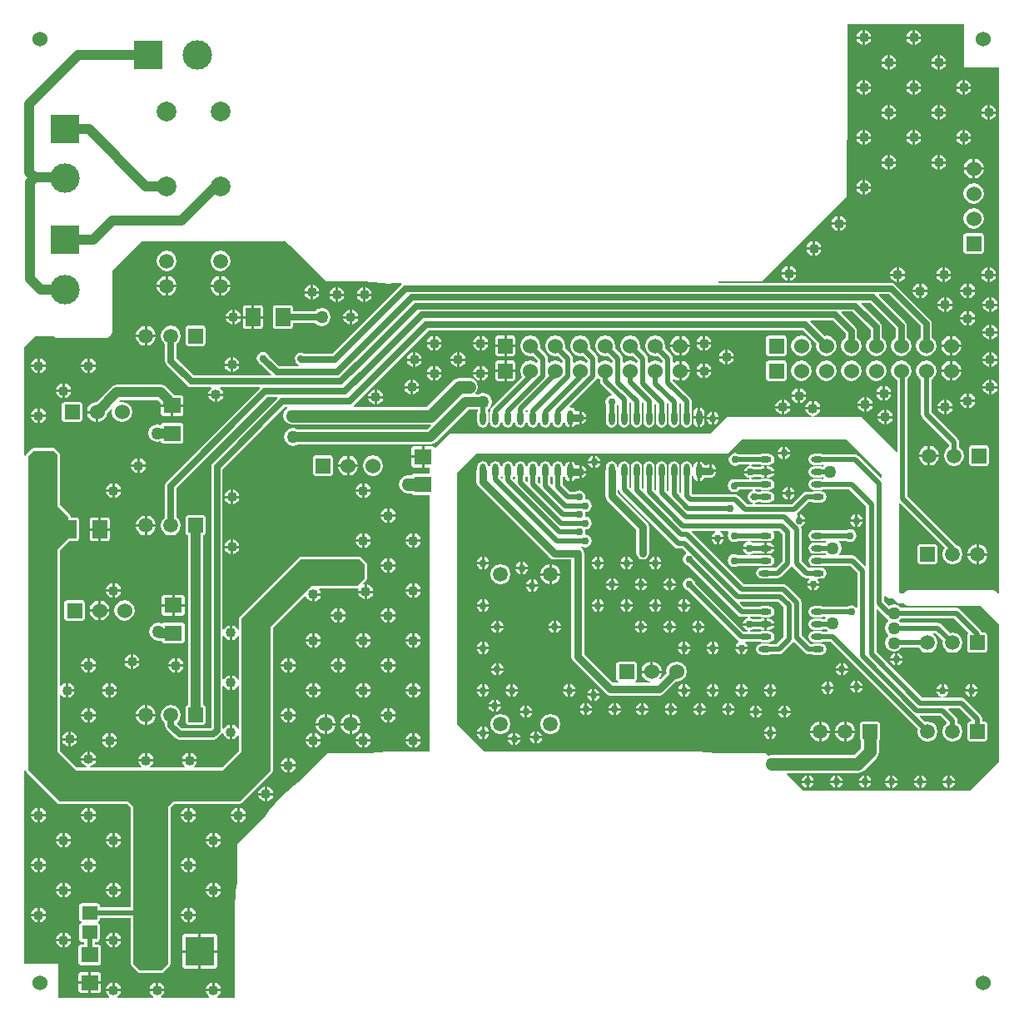
<source format=gbl>
G04 Layer_Physical_Order=2*
G04 Layer_Color=16711680*
%FSLAX25Y25*%
%MOIN*%
G70*
G01*
G75*
%ADD11R,0.05905X0.05512*%
%ADD17R,0.05905X0.07480*%
%ADD19C,0.04000*%
%ADD20C,0.02000*%
%ADD21C,0.05000*%
%ADD22C,0.03000*%
%ADD23C,0.02500*%
%ADD27C,0.07874*%
%ADD28C,0.05905*%
%ADD29C,0.06000*%
%ADD30R,0.06000X0.06000*%
%ADD31R,0.06000X0.06000*%
%ADD32R,0.05905X0.05905*%
%ADD33R,0.11811X0.11811*%
%ADD34C,0.11811*%
%ADD35R,0.11811X0.11811*%
%ADD36C,0.04000*%
%ADD37C,0.03000*%
%ADD38C,0.05000*%
%ADD39O,0.05118X0.02362*%
%ADD40O,0.02362X0.05905*%
%ADD41R,0.07087X0.06299*%
G36*
X337158Y203500D02*
Y202380D01*
X336696Y202188D01*
X327942Y210942D01*
X327280Y211384D01*
X326500Y211539D01*
X313685D01*
X313662Y211555D01*
X312811Y211724D01*
X310055D01*
X309204Y211555D01*
X308483Y211072D01*
X308001Y210351D01*
X307831Y209500D01*
X308001Y208649D01*
X308483Y207927D01*
X309204Y207445D01*
X310055Y207276D01*
X312811D01*
X313662Y207445D01*
X313917Y207025D01*
X313935Y206961D01*
X313663Y206554D01*
X313662Y206555D01*
X312811Y206724D01*
X310055D01*
X309204Y206555D01*
X308483Y206072D01*
X308001Y205351D01*
X307831Y204500D01*
X308001Y203649D01*
X308483Y202927D01*
X309204Y202446D01*
X310055Y202276D01*
X312811D01*
X313662Y202446D01*
X313663Y202446D01*
X313935Y202039D01*
X313917Y201975D01*
X313662Y201554D01*
X312811Y201724D01*
X310055D01*
X309204Y201554D01*
X308483Y201073D01*
X308001Y200351D01*
X307831Y199500D01*
X308001Y198649D01*
X308483Y197927D01*
X309204Y197445D01*
X310055Y197276D01*
X312811D01*
X313662Y197445D01*
X313685Y197461D01*
X324155D01*
X330961Y190655D01*
Y167130D01*
X330461Y166923D01*
X326942Y170442D01*
X326280Y170884D01*
X325500Y171039D01*
X320200D01*
X320065Y171539D01*
X320797Y172634D01*
X321069Y174000D01*
X320797Y175366D01*
X320065Y176461D01*
X320200Y176961D01*
X323052D01*
X323524Y176645D01*
X324500Y176451D01*
X325476Y176645D01*
X326302Y177198D01*
X326855Y178024D01*
X327049Y179000D01*
X326855Y179975D01*
X326302Y180802D01*
X325476Y181355D01*
X324500Y181549D01*
X323524Y181355D01*
X323052Y181039D01*
X313685D01*
X313662Y181054D01*
X312811Y181224D01*
X310055D01*
X309204Y181054D01*
X308483Y180572D01*
X308001Y179851D01*
X307831Y179000D01*
X308001Y178149D01*
X308483Y177427D01*
X309204Y176945D01*
X310055Y176776D01*
X312811D01*
X313662Y176945D01*
X313685Y176961D01*
X314800D01*
X314935Y176461D01*
X314653Y176039D01*
X313685D01*
X313662Y176055D01*
X312811Y176224D01*
X310055D01*
X309204Y176055D01*
X308483Y175573D01*
X308001Y174851D01*
X307831Y174000D01*
X308001Y173149D01*
X308483Y172427D01*
X309204Y171946D01*
X310055Y171776D01*
X312811D01*
X313662Y171946D01*
X313685Y171961D01*
X314653D01*
X314935Y171539D01*
X314800Y171039D01*
X313685D01*
X313662Y171054D01*
X312811Y171224D01*
X310055D01*
X309204Y171054D01*
X308483Y170572D01*
X308001Y169851D01*
X307831Y169000D01*
X308001Y168149D01*
X308483Y167428D01*
X309204Y166946D01*
X310055Y166776D01*
X312811D01*
X313662Y166946D01*
X313685Y166961D01*
X324655D01*
X327461Y164155D01*
Y150217D01*
X326961Y150065D01*
X326802Y150302D01*
X325975Y150855D01*
X325000Y151049D01*
X324025Y150855D01*
X323552Y150539D01*
X313685D01*
X313662Y150555D01*
X312811Y150724D01*
X310055D01*
X309204Y150555D01*
X308483Y150073D01*
X308001Y149351D01*
X307831Y148500D01*
X308001Y147649D01*
X308483Y146927D01*
X309204Y146446D01*
X310055Y146276D01*
X312811D01*
X313662Y146446D01*
X313685Y146461D01*
X314405D01*
X314640Y146020D01*
X314319Y145539D01*
X313685D01*
X313662Y145554D01*
X312811Y145724D01*
X310055D01*
X309204Y145554D01*
X308483Y145072D01*
X308001Y144351D01*
X307831Y143500D01*
X308001Y142649D01*
X308483Y141928D01*
X309204Y141446D01*
X310055Y141276D01*
X312811D01*
X313662Y141446D01*
X313685Y141461D01*
X315000D01*
X315631Y141039D01*
X315480Y140539D01*
X313685D01*
X313662Y140554D01*
X312811Y140724D01*
X310055D01*
X309204Y140554D01*
X308483Y140073D01*
X308001Y139351D01*
X307831Y138500D01*
X308001Y137649D01*
X308483Y136927D01*
X309204Y136445D01*
X310055Y136276D01*
X312811D01*
X313662Y136445D01*
X313685Y136461D01*
X316655D01*
X351660Y101456D01*
X351470Y100500D01*
X351776Y98958D01*
X352650Y97650D01*
X353958Y96777D01*
X355500Y96470D01*
X357042Y96777D01*
X358350Y97650D01*
X359223Y98958D01*
X359530Y100500D01*
X359223Y102042D01*
X358350Y103350D01*
X357042Y104223D01*
X355500Y104530D01*
X354544Y104340D01*
X352385Y106499D01*
X352576Y106961D01*
X360655D01*
X363288Y104328D01*
X363243Y103746D01*
X362650Y103350D01*
X361776Y102042D01*
X361470Y100500D01*
X361776Y98958D01*
X362650Y97650D01*
X363958Y96777D01*
X365500Y96470D01*
X367042Y96777D01*
X368350Y97650D01*
X369223Y98958D01*
X369530Y100500D01*
X369223Y102042D01*
X368350Y103350D01*
X367539Y103891D01*
Y105000D01*
X367384Y105780D01*
X366942Y106442D01*
X363885Y109499D01*
X364076Y109961D01*
X368155D01*
X373081Y105035D01*
X372874Y104535D01*
X372547D01*
X371782Y104218D01*
X371465Y103453D01*
Y97547D01*
X371782Y96782D01*
X372547Y96465D01*
X378453D01*
X379218Y96782D01*
X379535Y97547D01*
Y103453D01*
X379218Y104218D01*
X378453Y104535D01*
X377539D01*
Y105500D01*
X377539Y105500D01*
X377384Y106281D01*
X376942Y106942D01*
X370442Y113442D01*
X369780Y113884D01*
X369000Y114039D01*
X361993D01*
X361943Y114539D01*
X362475Y114645D01*
X363302Y115198D01*
X363855Y116024D01*
X363949Y116500D01*
X359050D01*
X359145Y116024D01*
X359698Y115198D01*
X360525Y114645D01*
X361057Y114539D01*
X361007Y114039D01*
X353330D01*
X335039Y132330D01*
Y149424D01*
X335501Y149615D01*
X338558Y146558D01*
X338912Y146321D01*
X339477Y145477D01*
X339816Y145250D01*
Y144750D01*
X339477Y144523D01*
X338703Y143366D01*
X338431Y142000D01*
X338703Y140634D01*
X339477Y139477D01*
X339816Y139250D01*
Y138750D01*
X339477Y138523D01*
X338703Y137366D01*
X338431Y136000D01*
X338703Y134634D01*
X339477Y133477D01*
X340634Y132703D01*
X342000Y132431D01*
X343366Y132703D01*
X344523Y133477D01*
X344874Y134002D01*
X352109D01*
X352650Y133192D01*
X353958Y132318D01*
X355500Y132011D01*
X357042Y132318D01*
X358350Y133192D01*
X359223Y134499D01*
X359530Y136041D01*
X359223Y137583D01*
X358350Y138891D01*
X357497Y139461D01*
X357649Y139961D01*
X358697D01*
X361660Y136997D01*
X361470Y136041D01*
X361776Y134499D01*
X362650Y133192D01*
X363958Y132318D01*
X365500Y132011D01*
X367042Y132318D01*
X368350Y133192D01*
X369223Y134499D01*
X369530Y136041D01*
X369223Y137583D01*
X368350Y138891D01*
X367042Y139765D01*
X365500Y140071D01*
X364544Y139881D01*
X360983Y143442D01*
X360321Y143884D01*
X359541Y144039D01*
X344847D01*
X344523Y144523D01*
X344184Y144750D01*
Y145250D01*
X344523Y145477D01*
X344847Y145961D01*
X366155D01*
X371877Y140239D01*
X371782Y139759D01*
X371465Y138994D01*
Y133089D01*
X371782Y132323D01*
X372547Y132006D01*
X378453D01*
X379218Y132323D01*
X379535Y133089D01*
Y138994D01*
X379218Y139759D01*
X378453Y140076D01*
X377424D01*
X377384Y140280D01*
X376942Y140942D01*
X368442Y149442D01*
X367780Y149884D01*
X367000Y150039D01*
X344847D01*
X344523Y150523D01*
X343366Y151297D01*
X342000Y151569D01*
X340634Y151297D01*
X340006Y150877D01*
X338039Y152845D01*
Y154666D01*
X338539Y154866D01*
X339007Y154398D01*
X339206Y154315D01*
X339358Y154163D01*
X340155Y153833D01*
X340370D01*
X340569Y153751D01*
X341431D01*
X341630Y153833D01*
X341845D01*
X341914Y153861D01*
X343942Y151833D01*
X346072D01*
X346507Y151398D01*
X346706Y151315D01*
X346858Y151163D01*
X347655Y150833D01*
X347870D01*
X348069Y150751D01*
X376907D01*
X384279Y143378D01*
Y88590D01*
X372689Y77000D01*
X305658D01*
X299188Y83469D01*
X299379Y83931D01*
X327500D01*
X328866Y84203D01*
X330023Y84977D01*
X335023Y89977D01*
X335797Y91134D01*
X336069Y92500D01*
Y96720D01*
X336218Y96782D01*
X336535Y97547D01*
Y103453D01*
X336218Y104218D01*
X335453Y104535D01*
X329547D01*
X328782Y104218D01*
X328465Y103453D01*
Y97547D01*
X328782Y96782D01*
X328931Y96720D01*
Y93978D01*
X326022Y91069D01*
X293000D01*
X291823Y90834D01*
X290657Y92000D01*
X269354D01*
X268775Y92098D01*
X261994Y92479D01*
X261750Y92493D01*
X261494Y92479D01*
X261017Y92421D01*
X178236D01*
X167157Y103500D01*
X167157Y204157D01*
X175000Y212000D01*
X275658Y212000D01*
X281157Y217500D01*
X323158Y217500D01*
X337158Y203500D01*
D02*
G37*
G36*
X370000Y366500D02*
X384279D01*
Y156000D01*
X383595D01*
X382993Y156602D01*
X382794Y156685D01*
X382642Y156837D01*
X381845Y157167D01*
X381630D01*
X381431Y157249D01*
X348069D01*
X347870Y157167D01*
X347655D01*
X346858Y156837D01*
X346706Y156685D01*
X346507Y156602D01*
X345905Y156000D01*
X344603D01*
X344353Y156212D01*
X344221Y156500D01*
X344249Y156569D01*
Y157000D01*
Y191714D01*
X344711Y191905D01*
X362496Y174120D01*
X361776Y173042D01*
X361469Y171500D01*
X361776Y169958D01*
X362650Y168650D01*
X363957Y167777D01*
X365500Y167470D01*
X367042Y167777D01*
X368349Y168650D01*
X369223Y169958D01*
X369530Y171500D01*
X369223Y173042D01*
X368349Y174350D01*
X367125Y175168D01*
X366941Y175442D01*
X347539Y194845D01*
Y241886D01*
X347884Y242116D01*
X348768Y243439D01*
X349078Y245000D01*
X348768Y246561D01*
X347884Y247884D01*
X346561Y248768D01*
X345000Y249078D01*
X343439Y248768D01*
X342116Y247884D01*
X341232Y246561D01*
X340922Y245000D01*
X341232Y243439D01*
X342116Y242116D01*
X343439Y241232D01*
X343461Y241228D01*
Y212692D01*
X342999Y212501D01*
X329000Y226500D01*
X309845D01*
X309795Y227000D01*
X310670Y227174D01*
X311663Y227837D01*
X312326Y228830D01*
X312459Y229500D01*
X306541D01*
X306674Y228830D01*
X307337Y227837D01*
X308330Y227174D01*
X309205Y227000D01*
X309155Y226500D01*
X275000Y226500D01*
X268500Y220000D01*
X164000D01*
X158308Y214308D01*
X157817Y214405D01*
X157809Y214427D01*
X157043Y214744D01*
X154000D01*
Y210512D01*
Y206280D01*
X156000D01*
Y203720D01*
X149957D01*
X149191Y203403D01*
X149048Y203057D01*
X147559D01*
X147500Y203069D01*
X146134Y202797D01*
X144977Y202023D01*
X144203Y200866D01*
X143931Y199500D01*
X144203Y198134D01*
X144977Y196977D01*
X144988Y196965D01*
X146146Y196191D01*
X147512Y195920D01*
X149048D01*
X149191Y195573D01*
X149957Y195256D01*
X156000D01*
X156000Y92421D01*
X141000D01*
Y92493D01*
X133947Y92097D01*
X133378Y92000D01*
X115500D01*
X103533Y80033D01*
X101725Y78750D01*
X96457Y74043D01*
X91750Y68775D01*
X90467Y66967D01*
X79000Y55500D01*
Y40065D01*
X78403Y36553D01*
X78007Y29500D01*
X78079D01*
Y-6079D01*
X71192D01*
X71040Y-5579D01*
X71663Y-5163D01*
X72326Y-4171D01*
X72459Y-3500D01*
X66541D01*
X66674Y-4171D01*
X67337Y-5163D01*
X67960Y-5579D01*
X67808Y-6079D01*
X48692D01*
X48540Y-5579D01*
X49163Y-5163D01*
X49826Y-4171D01*
X49959Y-3500D01*
X44041D01*
X44174Y-4171D01*
X44837Y-5163D01*
X45460Y-5579D01*
X45308Y-6079D01*
X31192D01*
X31040Y-5579D01*
X31663Y-5163D01*
X32326Y-4171D01*
X32459Y-3500D01*
X26541D01*
X26674Y-4171D01*
X27337Y-5163D01*
X27960Y-5579D01*
X27808Y-6079D01*
X7500D01*
Y7500D01*
X-6079D01*
Y84992D01*
X-5582Y85000D01*
X-5582Y85000D01*
X-5265Y84234D01*
X-5265Y84234D01*
X7235Y71735D01*
X7235Y71734D01*
X7236Y71734D01*
X7615Y71577D01*
X8000Y71418D01*
X8001Y71418D01*
X8001Y71418D01*
X35016Y71453D01*
X36418Y70052D01*
Y30039D01*
X24035D01*
Y30756D01*
X23718Y31521D01*
X22953Y31838D01*
X17047D01*
X16282Y31521D01*
X15965Y30756D01*
Y25244D01*
X16282Y24479D01*
X16632Y24334D01*
Y23792D01*
X16282Y23647D01*
X15965Y22882D01*
Y17370D01*
X16282Y16605D01*
X17047Y16288D01*
X17961D01*
Y15244D01*
X16457D01*
X15691Y14927D01*
X15374Y14161D01*
Y7862D01*
X15691Y7097D01*
X16457Y6780D01*
X23543D01*
X24309Y7097D01*
X24626Y7862D01*
Y14161D01*
X24309Y14927D01*
X23543Y15244D01*
X22039D01*
Y16288D01*
X22953D01*
X23718Y16605D01*
X24035Y17370D01*
Y22882D01*
X23718Y23647D01*
X23368Y23792D01*
Y24334D01*
X23718Y24479D01*
X24035Y25244D01*
Y25961D01*
X36418D01*
Y7500D01*
X36735Y6735D01*
X36735Y6735D01*
X39235Y4235D01*
X40000Y3918D01*
X40000Y3918D01*
X49000Y3918D01*
X49000Y3918D01*
X49765Y4235D01*
X49765Y4235D01*
X52265Y6735D01*
X52265Y6735D01*
X52582Y7500D01*
X52582Y7500D01*
Y70052D01*
X53948Y71418D01*
X80000Y71418D01*
X80000Y71418D01*
X80765Y71735D01*
X80765Y71735D01*
X93265Y84235D01*
X93582Y85000D01*
X93582Y85000D01*
X93582Y89500D01*
X93582Y89500D01*
X93582Y142052D01*
X106164Y154633D01*
X106642Y154488D01*
X106674Y154330D01*
X107337Y153337D01*
X108329Y152674D01*
X109000Y152541D01*
Y155500D01*
X109500D01*
Y156000D01*
X112459D01*
X112326Y156670D01*
X111827Y157418D01*
X112094Y157918D01*
X127000Y157918D01*
X127000Y157918D01*
X127329Y158054D01*
X127623Y157727D01*
X127671Y157654D01*
X127541Y157000D01*
X130000D01*
Y159459D01*
X129622Y159384D01*
X129376Y159845D01*
X130765Y161235D01*
X131082Y162000D01*
X131082Y162000D01*
Y167500D01*
X131082Y167500D01*
X130765Y168265D01*
X130765Y168265D01*
X128765Y170265D01*
X128765Y170265D01*
X128448Y170397D01*
X128000Y170582D01*
X128000Y170582D01*
X104500Y170582D01*
X104500Y170582D01*
X103735Y170265D01*
X103735Y170265D01*
X80130Y146661D01*
X79813Y145895D01*
X79813Y145895D01*
Y141379D01*
X79616Y141311D01*
X79313Y141296D01*
X78698Y142216D01*
X77706Y142879D01*
X77035Y143012D01*
Y140053D01*
Y137093D01*
X77706Y137227D01*
X78698Y137890D01*
X79313Y138810D01*
X79616Y138795D01*
X79813Y138727D01*
Y121379D01*
X79616Y121311D01*
X79313Y121296D01*
X78698Y122216D01*
X77706Y122879D01*
X77035Y123012D01*
Y120053D01*
Y117093D01*
X77706Y117227D01*
X78698Y117890D01*
X79313Y118810D01*
X79616Y118795D01*
X79813Y118727D01*
X79813Y109086D01*
X79813Y101596D01*
X79616Y101528D01*
X79313Y101513D01*
X78698Y102433D01*
X77706Y103095D01*
X77035Y103229D01*
Y100270D01*
Y97310D01*
X77706Y97444D01*
X78698Y98107D01*
X79313Y99027D01*
X79616Y99011D01*
X79813Y98943D01*
Y92844D01*
X73052Y86082D01*
X61933D01*
X61782Y86582D01*
X62163Y86837D01*
X62826Y87830D01*
X62959Y88500D01*
X57041D01*
X57174Y87830D01*
X57837Y86837D01*
X58218Y86582D01*
X58067Y86082D01*
X44433D01*
X44282Y86582D01*
X44663Y86837D01*
X45326Y87830D01*
X45459Y88500D01*
X39541D01*
X39674Y87830D01*
X40337Y86837D01*
X40718Y86582D01*
X40567Y86082D01*
X20259D01*
X20210Y86582D01*
X20671Y86674D01*
X21663Y87337D01*
X22326Y88329D01*
X22459Y89000D01*
X16541D01*
X16674Y88329D01*
X17337Y87337D01*
X18329Y86674D01*
X18790Y86582D01*
X18741Y86082D01*
X14948D01*
X8083Y92948D01*
X8083Y115066D01*
X8583Y115218D01*
X8837Y114837D01*
X9830Y114174D01*
X10500Y114041D01*
Y117000D01*
Y119959D01*
X9830Y119826D01*
X8837Y119163D01*
X8582Y118782D01*
X8082Y118933D01*
X8082Y173052D01*
X11708Y176677D01*
X14850D01*
X15616Y176994D01*
X15933Y177760D01*
Y185240D01*
X15616Y186005D01*
X14850Y186322D01*
X12759D01*
X12389Y186606D01*
X12072Y187372D01*
X12072Y187372D01*
X8082Y191362D01*
X8082Y211500D01*
X8082Y211500D01*
X7765Y212265D01*
X7765Y212265D01*
X6265Y213765D01*
X6265Y213765D01*
X5500Y214082D01*
X5500Y214082D01*
X-2500Y214082D01*
X-2500Y214082D01*
X-2948Y213897D01*
X-3265Y213765D01*
X-3265Y213765D01*
X-5265Y211765D01*
X-5265Y211765D01*
X-5582Y211000D01*
X-5582Y211000D01*
X-6079Y211008D01*
Y254421D01*
X-1500Y259000D01*
X5405D01*
X5507Y258898D01*
X5706Y258815D01*
X5858Y258663D01*
X6655Y258333D01*
X6870D01*
X7069Y258251D01*
X26431D01*
X26630Y258333D01*
X26845D01*
X27642Y258663D01*
X27794Y258815D01*
X27993Y258898D01*
X28095Y259000D01*
X28500D01*
Y259405D01*
X28602Y259507D01*
X28685Y259706D01*
X28837Y259858D01*
X29167Y260655D01*
Y260870D01*
X29249Y261069D01*
Y261500D01*
Y285154D01*
X40846Y296751D01*
X67931D01*
X68130Y296833D01*
X68345D01*
X68748Y297000D01*
X97500D01*
X97730Y297230D01*
X102059Y293360D01*
X102336Y293164D01*
X114500Y281000D01*
X129755D01*
X133392Y280382D01*
X140250Y279997D01*
X141530Y280069D01*
X141530Y280069D01*
Y280069D01*
X141540Y280079D01*
X144739D01*
X144797Y279889D01*
X144835Y279579D01*
X117050Y251794D01*
X106035D01*
X105944Y251855D01*
X105657Y251912D01*
X105346Y252119D01*
X104469Y252294D01*
X103591Y252119D01*
X102846Y251622D01*
X102349Y250878D01*
X102174Y250000D01*
X102349Y249122D01*
X102556Y248812D01*
X102614Y248524D01*
X103166Y247698D01*
X103770Y247294D01*
X103618Y246794D01*
X95919D01*
X91845Y250868D01*
X91824Y250975D01*
X91271Y251802D01*
X90444Y252355D01*
X89468Y252549D01*
X88493Y252355D01*
X87666Y251802D01*
X87113Y250975D01*
X86919Y250000D01*
X87113Y249025D01*
X87666Y248198D01*
X88493Y247645D01*
X88600Y247624D01*
X92718Y243506D01*
X92527Y243044D01*
X61700D01*
X54794Y249950D01*
Y255779D01*
X55350Y256150D01*
X56224Y257458D01*
X56530Y259000D01*
X56224Y260542D01*
X55350Y261850D01*
X54043Y262723D01*
X52500Y263030D01*
X50958Y262723D01*
X49650Y261850D01*
X48777Y260542D01*
X48470Y259000D01*
X48777Y257458D01*
X49650Y256150D01*
X50206Y255779D01*
Y249000D01*
X50381Y248122D01*
X50878Y247378D01*
X59128Y239128D01*
X59872Y238631D01*
X60750Y238456D01*
X68624D01*
X68776Y237956D01*
X68337Y237663D01*
X67674Y236670D01*
X67541Y236000D01*
X73459D01*
X73326Y236670D01*
X72663Y237663D01*
X72224Y237956D01*
X72376Y238456D01*
X88004D01*
X88212Y237956D01*
X50878Y200622D01*
X50381Y199878D01*
X50206Y199000D01*
Y186271D01*
X49650Y185900D01*
X48777Y184592D01*
X48470Y183050D01*
X48777Y181508D01*
X49650Y180200D01*
X50958Y179327D01*
X52500Y179020D01*
X54043Y179327D01*
X55350Y180200D01*
X56224Y181508D01*
X56530Y183050D01*
X56224Y184592D01*
X55350Y185900D01*
X54794Y186271D01*
Y198050D01*
X91200Y234456D01*
X95004D01*
X95212Y233956D01*
X69378Y208122D01*
X68881Y207378D01*
X68706Y206500D01*
Y101950D01*
X68550Y101794D01*
X56950D01*
X55116Y103629D01*
X55165Y104126D01*
X55350Y104250D01*
X56224Y105558D01*
X56530Y107100D01*
X56224Y108642D01*
X55350Y109950D01*
X54043Y110823D01*
X52500Y111130D01*
X50958Y110823D01*
X49650Y109950D01*
X48777Y108642D01*
X48470Y107100D01*
X48777Y105558D01*
X49650Y104250D01*
X50206Y103879D01*
Y103000D01*
X50381Y102122D01*
X50878Y101378D01*
X54378Y97878D01*
X55122Y97381D01*
X56000Y97206D01*
X69500D01*
X70378Y97381D01*
X71122Y97878D01*
X72622Y99378D01*
X73024Y99980D01*
X73548Y99910D01*
X73709Y99099D01*
X74373Y98107D01*
X75365Y97444D01*
X76035Y97310D01*
Y100270D01*
Y103229D01*
X75365Y103095D01*
X74373Y102433D01*
X73794Y101567D01*
X73294Y101718D01*
Y118604D01*
X73794Y118755D01*
X74373Y117890D01*
X75365Y117227D01*
X76035Y117093D01*
Y120053D01*
Y123012D01*
X75365Y122879D01*
X74373Y122216D01*
X73794Y121350D01*
X73294Y121502D01*
Y138604D01*
X73794Y138756D01*
X74373Y137890D01*
X75365Y137227D01*
X76035Y137093D01*
Y140053D01*
Y143012D01*
X75365Y142879D01*
X74373Y142216D01*
X73794Y141350D01*
X73294Y141502D01*
Y205550D01*
X98200Y230456D01*
X98972D01*
X99124Y229956D01*
X98477Y229523D01*
X97703Y228366D01*
X97431Y227000D01*
X97703Y225634D01*
X98477Y224477D01*
X99634Y223703D01*
X101000Y223431D01*
X156399D01*
X156680Y223006D01*
X155233Y221559D01*
X103222D01*
X102866Y221797D01*
X101500Y222069D01*
X100134Y221797D01*
X98977Y221023D01*
X98203Y219866D01*
X97931Y218500D01*
X98203Y217134D01*
X98977Y215977D01*
X100134Y215203D01*
X101500Y214931D01*
X102866Y215203D01*
X103222Y215441D01*
X156500D01*
X157670Y215674D01*
X158663Y216337D01*
X171767Y229441D01*
X175331D01*
X175445Y228949D01*
X175276Y228098D01*
Y224555D01*
X175445Y223704D01*
X175927Y222983D01*
X176649Y222501D01*
X177500Y222331D01*
X178351Y222501D01*
X179072Y222983D01*
X179554Y223704D01*
X179724Y224555D01*
Y228098D01*
X179554Y228949D01*
X179539Y228972D01*
Y229653D01*
X180023Y229977D01*
X180797Y231134D01*
X181069Y232500D01*
X180797Y233866D01*
X180023Y235023D01*
X178866Y235797D01*
X177500Y236069D01*
X176134Y235797D01*
X175778Y235559D01*
X174729D01*
X174578Y236059D01*
X175297Y237134D01*
X175569Y238500D01*
X175297Y239866D01*
X174523Y241023D01*
X173366Y241797D01*
X172000Y242069D01*
X168000D01*
X166634Y241797D01*
X165477Y241023D01*
X155022Y230569D01*
X125880D01*
X125728Y231069D01*
X125817Y231128D01*
X155895Y261206D01*
X305550D01*
X311060Y255696D01*
X310922Y255000D01*
X311232Y253439D01*
X312116Y252116D01*
X313439Y251232D01*
X315000Y250922D01*
X316561Y251232D01*
X317884Y252116D01*
X318768Y253439D01*
X319078Y255000D01*
X318768Y256561D01*
X317884Y257884D01*
X316561Y258768D01*
X315000Y259078D01*
X314304Y258940D01*
X308538Y264706D01*
X308746Y265206D01*
X317550D01*
X322706Y260050D01*
Y258278D01*
X322116Y257884D01*
X321232Y256561D01*
X320922Y255000D01*
X321232Y253439D01*
X322116Y252116D01*
X323439Y251232D01*
X325000Y250922D01*
X326561Y251232D01*
X327884Y252116D01*
X328768Y253439D01*
X329078Y255000D01*
X328768Y256561D01*
X327884Y257884D01*
X327294Y258278D01*
Y261000D01*
X327119Y261878D01*
X326622Y262622D01*
X321000Y268244D01*
X321192Y268706D01*
X325550D01*
X332706Y261550D01*
Y258278D01*
X332116Y257884D01*
X331232Y256561D01*
X330922Y255000D01*
X331232Y253439D01*
X332116Y252116D01*
X333439Y251232D01*
X335000Y250922D01*
X336561Y251232D01*
X337884Y252116D01*
X338768Y253439D01*
X339078Y255000D01*
X338768Y256561D01*
X337884Y257884D01*
X337294Y258278D01*
Y262500D01*
X337120Y263378D01*
X336622Y264122D01*
X329000Y271744D01*
X329192Y272206D01*
X332550D01*
X342706Y262050D01*
Y258278D01*
X342116Y257884D01*
X341232Y256561D01*
X340922Y255000D01*
X341232Y253439D01*
X342116Y252116D01*
X343439Y251232D01*
X345000Y250922D01*
X346561Y251232D01*
X347884Y252116D01*
X348768Y253439D01*
X349078Y255000D01*
X348768Y256561D01*
X347884Y257884D01*
X347294Y258278D01*
Y263000D01*
X347119Y263878D01*
X346622Y264622D01*
X336000Y275244D01*
X336192Y275706D01*
X340050D01*
X352706Y263050D01*
Y258278D01*
X352116Y257884D01*
X351232Y256561D01*
X350922Y255000D01*
X351232Y253439D01*
X352116Y252116D01*
X353439Y251232D01*
X355000Y250922D01*
X356561Y251232D01*
X357884Y252116D01*
X358768Y253439D01*
X359078Y255000D01*
X358768Y256561D01*
X357884Y257884D01*
X357294Y258278D01*
Y264000D01*
X357119Y264878D01*
X356622Y265622D01*
X342622Y279622D01*
X341878Y280119D01*
X341000Y280294D01*
X271842D01*
X271799Y280794D01*
X273011Y281000D01*
X289000D01*
X323000Y315000D01*
Y333431D01*
X323107Y334060D01*
X323482Y340747D01*
X323424Y340747D01*
X323421Y340750D01*
Y383979D01*
X370000D01*
Y366500D01*
D02*
G37*
G36*
X7000Y211500D02*
X7000Y190913D01*
X11307Y186606D01*
Y177807D01*
X7000Y173500D01*
X7000Y117968D01*
X7001D01*
X7000Y92500D01*
X14500Y85000D01*
X73500Y85000D01*
X80895Y92395D01*
X80895Y109086D01*
X80895Y145895D01*
X104500Y169500D01*
X128000Y169500D01*
X130000Y167500D01*
Y162000D01*
X127000Y159000D01*
X109000Y159000D01*
X92500Y142500D01*
X92500Y89500D01*
X92500D01*
X92500Y85000D01*
X80000Y72500D01*
X53500Y72500D01*
X51500Y70500D01*
Y7500D01*
X49000Y5000D01*
X40000Y5000D01*
X37500Y7500D01*
Y70500D01*
X35464Y72536D01*
X8000Y72500D01*
X-4500Y85000D01*
Y91000D01*
X-4500D01*
Y157500D01*
X-4500Y211000D01*
X-2500Y213000D01*
X5500Y213000D01*
X7000Y211500D01*
D02*
G37*
%LPC*%
G36*
X326500Y120949D02*
X326025Y120855D01*
X325198Y120302D01*
X324645Y119475D01*
X324551Y119000D01*
X326500D01*
Y120949D01*
D02*
G37*
G36*
X316000Y120449D02*
Y118500D01*
X317950D01*
X317855Y118975D01*
X317302Y119802D01*
X316476Y120355D01*
X316000Y120449D01*
D02*
G37*
G36*
X372500Y119449D02*
X372024Y119355D01*
X371198Y118802D01*
X370645Y117975D01*
X370550Y117500D01*
X372500D01*
Y119449D01*
D02*
G37*
G36*
X373500D02*
Y117500D01*
X375449D01*
X375355Y117975D01*
X374802Y118802D01*
X373975Y119355D01*
X373500Y119449D01*
D02*
G37*
G36*
X315000Y120449D02*
X314525Y120355D01*
X313698Y119802D01*
X313145Y118975D01*
X313051Y118500D01*
X315000D01*
Y120449D01*
D02*
G37*
G36*
X323699Y125000D02*
X321750D01*
Y123050D01*
X322225Y123145D01*
X323052Y123698D01*
X323605Y124524D01*
X323699Y125000D01*
D02*
G37*
G36*
X320750D02*
X318800D01*
X318895Y124524D01*
X319448Y123698D01*
X320274Y123145D01*
X320750Y123050D01*
Y125000D01*
D02*
G37*
G36*
X327500Y120949D02*
Y119000D01*
X329450D01*
X329355Y119475D01*
X328802Y120302D01*
X327976Y120855D01*
X327500Y120949D01*
D02*
G37*
G36*
X182750Y125000D02*
X180800D01*
X180895Y124524D01*
X181448Y123698D01*
X182274Y123145D01*
X182750Y123050D01*
Y125000D01*
D02*
G37*
G36*
X185699D02*
X183750D01*
Y123050D01*
X184225Y123145D01*
X185052Y123698D01*
X185605Y124524D01*
X185699Y125000D01*
D02*
G37*
G36*
X257500Y119449D02*
X257025Y119355D01*
X256198Y118802D01*
X255645Y117975D01*
X255551Y117500D01*
X257500D01*
Y119449D01*
D02*
G37*
G36*
X258500D02*
Y117500D01*
X260450D01*
X260355Y117975D01*
X259802Y118802D01*
X258976Y119355D01*
X258500Y119449D01*
D02*
G37*
G36*
X269000D02*
X268525Y119355D01*
X267698Y118802D01*
X267145Y117975D01*
X267051Y117500D01*
X269000D01*
Y119449D01*
D02*
G37*
G36*
X212500D02*
Y117500D01*
X214450D01*
X214355Y117975D01*
X213802Y118802D01*
X212976Y119355D01*
X212500Y119449D01*
D02*
G37*
G36*
X188500D02*
X188024Y119355D01*
X187198Y118802D01*
X186645Y117975D01*
X186550Y117500D01*
X188500D01*
Y119449D01*
D02*
G37*
G36*
X189500D02*
Y117500D01*
X191449D01*
X191355Y117975D01*
X190802Y118802D01*
X189976Y119355D01*
X189500Y119449D01*
D02*
G37*
G36*
X211500D02*
X211024Y119355D01*
X210198Y118802D01*
X209645Y117975D01*
X209550Y117500D01*
X211500D01*
Y119449D01*
D02*
G37*
G36*
X293000D02*
Y117500D01*
X294950D01*
X294855Y117975D01*
X294302Y118802D01*
X293476Y119355D01*
X293000Y119449D01*
D02*
G37*
G36*
X361000D02*
X360525Y119355D01*
X359698Y118802D01*
X359145Y117975D01*
X359050Y117500D01*
X361000D01*
Y119449D01*
D02*
G37*
G36*
X362000D02*
Y117500D01*
X363949D01*
X363855Y117975D01*
X363302Y118802D01*
X362475Y119355D01*
X362000Y119449D01*
D02*
G37*
G36*
X292000D02*
X291525Y119355D01*
X290698Y118802D01*
X290145Y117975D01*
X290051Y117500D01*
X292000D01*
Y119449D01*
D02*
G37*
G36*
X270000D02*
Y117500D01*
X271950D01*
X271855Y117975D01*
X271302Y118802D01*
X270476Y119355D01*
X270000Y119449D01*
D02*
G37*
G36*
X280500D02*
X280025Y119355D01*
X279198Y118802D01*
X278645Y117975D01*
X278551Y117500D01*
X280500D01*
Y119449D01*
D02*
G37*
G36*
X281500D02*
Y117500D01*
X283450D01*
X283355Y117975D01*
X282802Y118802D01*
X281976Y119355D01*
X281500Y119449D01*
D02*
G37*
G36*
X345449Y129000D02*
X343500D01*
Y127050D01*
X343975Y127145D01*
X344802Y127698D01*
X345355Y128524D01*
X345449Y129000D01*
D02*
G37*
G36*
X320750Y127950D02*
X320274Y127855D01*
X319448Y127302D01*
X318895Y126476D01*
X318800Y126000D01*
X320750D01*
Y127950D01*
D02*
G37*
G36*
X321750D02*
Y126000D01*
X323699D01*
X323605Y126476D01*
X323052Y127302D01*
X322225Y127855D01*
X321750Y127950D01*
D02*
G37*
G36*
X342500Y129000D02*
X340550D01*
X340645Y128524D01*
X341198Y127698D01*
X342024Y127145D01*
X342500Y127050D01*
Y129000D01*
D02*
G37*
G36*
X183750Y127950D02*
Y126000D01*
X185699D01*
X185605Y126476D01*
X185052Y127302D01*
X184225Y127855D01*
X183750Y127950D01*
D02*
G37*
G36*
X182750D02*
X182274Y127855D01*
X181448Y127302D01*
X180895Y126476D01*
X180800Y126000D01*
X182750D01*
Y127950D01*
D02*
G37*
G36*
X244500Y128479D02*
X243439Y128268D01*
X242116Y127384D01*
X241232Y126061D01*
X241021Y125000D01*
X244500D01*
Y128479D01*
D02*
G37*
G36*
X245500D02*
Y125000D01*
X248979D01*
X248768Y126061D01*
X247884Y127384D01*
X246561Y128268D01*
X245500Y128479D01*
D02*
G37*
G36*
X188500Y116500D02*
X186550D01*
X186645Y116024D01*
X187198Y115198D01*
X188024Y114645D01*
X188500Y114550D01*
Y116500D01*
D02*
G37*
G36*
X191449D02*
X189500D01*
Y114550D01*
X189976Y114645D01*
X190802Y115198D01*
X191355Y116024D01*
X191449Y116500D01*
D02*
G37*
G36*
X211500D02*
X209550D01*
X209645Y116024D01*
X210198Y115198D01*
X211024Y114645D01*
X211500Y114550D01*
Y116500D01*
D02*
G37*
G36*
X177000D02*
X175050D01*
X175145Y116024D01*
X175698Y115198D01*
X176524Y114645D01*
X177000Y114550D01*
Y116500D01*
D02*
G37*
G36*
X179949D02*
X178000D01*
Y114550D01*
X178475Y114645D01*
X179302Y115198D01*
X179855Y116024D01*
X179949Y116500D01*
D02*
G37*
G36*
X252250Y111950D02*
X251775Y111855D01*
X250948Y111302D01*
X250395Y110476D01*
X250301Y110000D01*
X252250D01*
Y111950D01*
D02*
G37*
G36*
X253250D02*
Y110000D01*
X255200D01*
X255105Y110476D01*
X254552Y111302D01*
X253726Y111855D01*
X253250Y111950D01*
D02*
G37*
G36*
X263750D02*
X263275Y111855D01*
X262448Y111302D01*
X261895Y110476D01*
X261801Y110000D01*
X263750D01*
Y111950D01*
D02*
G37*
G36*
X230750D02*
Y110000D01*
X232699D01*
X232605Y110476D01*
X232052Y111302D01*
X231225Y111855D01*
X230750Y111950D01*
D02*
G37*
G36*
X240750D02*
X240275Y111855D01*
X239448Y111302D01*
X238895Y110476D01*
X238801Y110000D01*
X240750D01*
Y111950D01*
D02*
G37*
G36*
X241750D02*
Y110000D01*
X243700D01*
X243605Y110476D01*
X243052Y111302D01*
X242226Y111855D01*
X241750Y111950D01*
D02*
G37*
G36*
X264750D02*
Y110000D01*
X266700D01*
X266605Y110476D01*
X266052Y111302D01*
X265226Y111855D01*
X264750Y111950D01*
D02*
G37*
G36*
X182774Y113304D02*
Y111355D01*
X184724D01*
X184629Y111830D01*
X184077Y112657D01*
X183250Y113210D01*
X182774Y113304D01*
D02*
G37*
G36*
X221198Y114698D02*
X219248D01*
X219343Y114222D01*
X219895Y113395D01*
X220722Y112843D01*
X221198Y112748D01*
Y114698D01*
D02*
G37*
G36*
X224147D02*
X222198D01*
Y112748D01*
X222673Y112843D01*
X223500Y113395D01*
X224053Y114222D01*
X224147Y114698D01*
D02*
G37*
G36*
X275250Y111950D02*
X274775Y111855D01*
X273948Y111302D01*
X273395Y110476D01*
X273301Y110000D01*
X275250D01*
Y111950D01*
D02*
G37*
G36*
X276250D02*
Y110000D01*
X278200D01*
X278105Y110476D01*
X277552Y111302D01*
X276726Y111855D01*
X276250Y111950D01*
D02*
G37*
G36*
X181774Y113304D02*
X181299Y113210D01*
X180472Y112657D01*
X179920Y111830D01*
X179825Y111355D01*
X181774D01*
Y113304D01*
D02*
G37*
G36*
X214450Y116500D02*
X212500D01*
Y114550D01*
X212976Y114645D01*
X213802Y115198D01*
X214355Y116024D01*
X214450Y116500D01*
D02*
G37*
G36*
X326500Y118000D02*
X324551D01*
X324645Y117525D01*
X325198Y116698D01*
X326025Y116145D01*
X326500Y116051D01*
Y118000D01*
D02*
G37*
G36*
X329450D02*
X327500D01*
Y116051D01*
X327976Y116145D01*
X328802Y116698D01*
X329355Y117525D01*
X329450Y118000D01*
D02*
G37*
G36*
X177000Y119449D02*
X176524Y119355D01*
X175698Y118802D01*
X175145Y117975D01*
X175050Y117500D01*
X177000D01*
Y119449D01*
D02*
G37*
G36*
X178000D02*
Y117500D01*
X179949D01*
X179855Y117975D01*
X179302Y118802D01*
X178475Y119355D01*
X178000Y119449D01*
D02*
G37*
G36*
X222198Y117647D02*
Y115698D01*
X224147D01*
X224053Y116173D01*
X223500Y117000D01*
X222673Y117552D01*
X222198Y117647D01*
D02*
G37*
G36*
X271950Y116500D02*
X270000D01*
Y114550D01*
X270476Y114645D01*
X271302Y115198D01*
X271855Y116024D01*
X271950Y116500D01*
D02*
G37*
G36*
X280500D02*
X278551D01*
X278645Y116024D01*
X279198Y115198D01*
X280025Y114645D01*
X280500Y114550D01*
Y116500D01*
D02*
G37*
G36*
X283450D02*
X281500D01*
Y114550D01*
X281976Y114645D01*
X282802Y115198D01*
X283355Y116024D01*
X283450Y116500D01*
D02*
G37*
G36*
X257500D02*
X255551D01*
X255645Y116024D01*
X256198Y115198D01*
X257025Y114645D01*
X257500Y114550D01*
Y116500D01*
D02*
G37*
G36*
X260450D02*
X258500D01*
Y114550D01*
X258976Y114645D01*
X259802Y115198D01*
X260355Y116024D01*
X260450Y116500D01*
D02*
G37*
G36*
X269000D02*
X267051D01*
X267145Y116024D01*
X267698Y115198D01*
X268525Y114645D01*
X269000Y114550D01*
Y116500D01*
D02*
G37*
G36*
X292000D02*
X290051D01*
X290145Y116024D01*
X290698Y115198D01*
X291525Y114645D01*
X292000Y114550D01*
Y116500D01*
D02*
G37*
G36*
X315000Y117500D02*
X313051D01*
X313145Y117025D01*
X313698Y116198D01*
X314525Y115645D01*
X315000Y115550D01*
Y117500D01*
D02*
G37*
G36*
X317950D02*
X316000D01*
Y115550D01*
X316476Y115645D01*
X317302Y116198D01*
X317855Y117025D01*
X317950Y117500D01*
D02*
G37*
G36*
X221198Y117647D02*
X220722Y117552D01*
X219895Y117000D01*
X219343Y116173D01*
X219248Y115698D01*
X221198D01*
Y117647D01*
D02*
G37*
G36*
X294950Y116500D02*
X293000D01*
Y114550D01*
X293476Y114645D01*
X294302Y115198D01*
X294855Y116024D01*
X294950Y116500D01*
D02*
G37*
G36*
X372500D02*
X370550D01*
X370645Y116024D01*
X371198Y115198D01*
X372024Y114645D01*
X372500Y114550D01*
Y116500D01*
D02*
G37*
G36*
X375449D02*
X373500D01*
Y114550D01*
X373975Y114645D01*
X374802Y115198D01*
X375355Y116024D01*
X375449Y116500D01*
D02*
G37*
G36*
X237450Y150500D02*
X235500D01*
Y148550D01*
X235976Y148645D01*
X236802Y149198D01*
X237355Y150024D01*
X237450Y150500D01*
D02*
G37*
G36*
X246000D02*
X244051D01*
X244145Y150024D01*
X244698Y149198D01*
X245525Y148645D01*
X246000Y148550D01*
Y150500D01*
D02*
G37*
G36*
X248950D02*
X247000D01*
Y148550D01*
X247476Y148645D01*
X248302Y149198D01*
X248855Y150024D01*
X248950Y150500D01*
D02*
G37*
G36*
X223000D02*
X221051D01*
X221145Y150024D01*
X221698Y149198D01*
X222524Y148645D01*
X223000Y148550D01*
Y150500D01*
D02*
G37*
G36*
X225950D02*
X224000D01*
Y148550D01*
X224476Y148645D01*
X225302Y149198D01*
X225855Y150024D01*
X225950Y150500D01*
D02*
G37*
G36*
X234500D02*
X232551D01*
X232645Y150024D01*
X233198Y149198D01*
X234025Y148645D01*
X234500Y148550D01*
Y150500D01*
D02*
G37*
G36*
X257500D02*
X255551D01*
X255645Y150024D01*
X256198Y149198D01*
X257025Y148645D01*
X257500Y148550D01*
Y150500D01*
D02*
G37*
G36*
X177000Y153449D02*
X176524Y153355D01*
X175698Y152802D01*
X175145Y151976D01*
X175050Y151500D01*
X177000D01*
Y153449D01*
D02*
G37*
G36*
X178000D02*
Y151500D01*
X179949D01*
X179855Y151976D01*
X179302Y152802D01*
X178475Y153355D01*
X178000Y153449D01*
D02*
G37*
G36*
X223000D02*
X222524Y153355D01*
X221698Y152802D01*
X221145Y151976D01*
X221051Y151500D01*
X223000D01*
Y153449D01*
D02*
G37*
G36*
X260450Y150500D02*
X258500D01*
Y148550D01*
X258976Y148645D01*
X259802Y149198D01*
X260355Y150024D01*
X260450Y150500D01*
D02*
G37*
G36*
X179949D02*
X178000D01*
Y148550D01*
X178475Y148645D01*
X179302Y149198D01*
X179855Y150024D01*
X179949Y150500D01*
D02*
G37*
G36*
X177000D02*
X175050D01*
X175145Y150024D01*
X175698Y149198D01*
X176524Y148645D01*
X177000Y148550D01*
Y150500D01*
D02*
G37*
G36*
X199649Y158500D02*
X197699D01*
Y156551D01*
X198175Y156645D01*
X199002Y157198D01*
X199555Y158025D01*
X199649Y158500D01*
D02*
G37*
G36*
X228750Y159000D02*
X226800D01*
X226895Y158525D01*
X227448Y157698D01*
X228274Y157145D01*
X228750Y157051D01*
Y159000D01*
D02*
G37*
G36*
X196700Y158500D02*
X194750D01*
X194845Y158025D01*
X195397Y157198D01*
X196224Y156645D01*
X196700Y156551D01*
Y158500D01*
D02*
G37*
G36*
X231699Y159000D02*
X229750D01*
Y157051D01*
X230225Y157145D01*
X231052Y157698D01*
X231605Y158525D01*
X231699Y159000D01*
D02*
G37*
G36*
X254699D02*
X252750D01*
Y157051D01*
X253225Y157145D01*
X254052Y157698D01*
X254605Y158525D01*
X254699Y159000D01*
D02*
G37*
G36*
X309250D02*
X307300D01*
X307395Y158525D01*
X307948Y157698D01*
X308774Y157145D01*
X309250Y157051D01*
Y159000D01*
D02*
G37*
G36*
X312199D02*
X310250D01*
Y157051D01*
X310725Y157145D01*
X311552Y157698D01*
X312105Y158525D01*
X312199Y159000D01*
D02*
G37*
G36*
X240250D02*
X238300D01*
X238395Y158525D01*
X238948Y157698D01*
X239774Y157145D01*
X240250Y157051D01*
Y159000D01*
D02*
G37*
G36*
X243199D02*
X241250D01*
Y157051D01*
X241725Y157145D01*
X242552Y157698D01*
X243105Y158525D01*
X243199Y159000D01*
D02*
G37*
G36*
X251750D02*
X249800D01*
X249895Y158525D01*
X250448Y157698D01*
X251274Y157145D01*
X251750Y157051D01*
Y159000D01*
D02*
G37*
G36*
X246000Y153449D02*
X245525Y153355D01*
X244698Y152802D01*
X244145Y151976D01*
X244051Y151500D01*
X246000D01*
Y153449D01*
D02*
G37*
G36*
X247000D02*
Y151500D01*
X248950D01*
X248855Y151976D01*
X248302Y152802D01*
X247476Y153355D01*
X247000Y153449D01*
D02*
G37*
G36*
X257500D02*
X257025Y153355D01*
X256198Y152802D01*
X255645Y151976D01*
X255551Y151500D01*
X257500D01*
Y153449D01*
D02*
G37*
G36*
X224000D02*
Y151500D01*
X225950D01*
X225855Y151976D01*
X225302Y152802D01*
X224476Y153355D01*
X224000Y153449D01*
D02*
G37*
G36*
X234500D02*
X234025Y153355D01*
X233198Y152802D01*
X232645Y151976D01*
X232551Y151500D01*
X234500D01*
Y153449D01*
D02*
G37*
G36*
X235500D02*
Y151500D01*
X237450D01*
X237355Y151976D01*
X236802Y152802D01*
X235976Y153355D01*
X235500Y153449D01*
D02*
G37*
G36*
X258500D02*
Y151500D01*
X260450D01*
X260355Y151976D01*
X259802Y152802D01*
X258976Y153355D01*
X258500Y153449D01*
D02*
G37*
G36*
X177000Y136450D02*
X176524Y136355D01*
X175698Y135802D01*
X175145Y134976D01*
X175050Y134500D01*
X177000D01*
Y136450D01*
D02*
G37*
G36*
X178000D02*
Y134500D01*
X179949D01*
X179855Y134976D01*
X179302Y135802D01*
X178475Y136355D01*
X178000Y136450D01*
D02*
G37*
G36*
X257500D02*
X257025Y136355D01*
X256198Y135802D01*
X255645Y134976D01*
X255551Y134500D01*
X257500D01*
Y136450D01*
D02*
G37*
G36*
X258500D02*
Y134500D01*
X260450D01*
X260355Y134976D01*
X259802Y135802D01*
X258976Y136355D01*
X258500Y136450D01*
D02*
G37*
G36*
X269000D02*
X268525Y136355D01*
X267698Y135802D01*
X267145Y134976D01*
X267051Y134500D01*
X269000D01*
Y136450D01*
D02*
G37*
G36*
X270000D02*
Y134500D01*
X271950D01*
X271855Y134976D01*
X271302Y135802D01*
X270476Y136355D01*
X270000Y136450D01*
D02*
G37*
G36*
X343500Y131949D02*
Y130000D01*
X345449D01*
X345355Y130475D01*
X344802Y131302D01*
X343975Y131855D01*
X343500Y131949D01*
D02*
G37*
G36*
X177000Y133500D02*
X175050D01*
X175145Y133025D01*
X175698Y132198D01*
X176524Y131645D01*
X177000Y131551D01*
Y133500D01*
D02*
G37*
G36*
X179949D02*
X178000D01*
Y131551D01*
X178475Y131645D01*
X179302Y132198D01*
X179855Y133025D01*
X179949Y133500D01*
D02*
G37*
G36*
X342500Y131949D02*
X342024Y131855D01*
X341198Y131302D01*
X340645Y130475D01*
X340550Y130000D01*
X342500D01*
Y131949D01*
D02*
G37*
G36*
X257500Y133500D02*
X255551D01*
X255645Y133025D01*
X256198Y132198D01*
X257025Y131645D01*
X257500Y131551D01*
Y133500D01*
D02*
G37*
G36*
X280500D02*
X278551D01*
X278645Y133025D01*
X279198Y132198D01*
X280025Y131645D01*
X280500Y131551D01*
Y133500D01*
D02*
G37*
G36*
X283450D02*
X281500D01*
Y131551D01*
X281976Y131645D01*
X282802Y132198D01*
X283355Y133025D01*
X283450Y133500D01*
D02*
G37*
G36*
X260450D02*
X258500D01*
Y131551D01*
X258976Y131645D01*
X259802Y132198D01*
X260355Y133025D01*
X260450Y133500D01*
D02*
G37*
G36*
X269000D02*
X267051D01*
X267145Y133025D01*
X267698Y132198D01*
X268525Y131645D01*
X269000Y131551D01*
Y133500D01*
D02*
G37*
G36*
X271950D02*
X270000D01*
Y131551D01*
X270476Y131645D01*
X271302Y132198D01*
X271855Y133025D01*
X271950Y133500D01*
D02*
G37*
G36*
X206750Y144949D02*
Y143000D01*
X208699D01*
X208605Y143475D01*
X208052Y144302D01*
X207225Y144855D01*
X206750Y144949D01*
D02*
G37*
G36*
X240250D02*
X239774Y144855D01*
X238948Y144302D01*
X238395Y143475D01*
X238300Y143000D01*
X240250D01*
Y144949D01*
D02*
G37*
G36*
X241250D02*
Y143000D01*
X243199D01*
X243105Y143475D01*
X242552Y144302D01*
X241725Y144855D01*
X241250Y144949D01*
D02*
G37*
G36*
X182750D02*
X182274Y144855D01*
X181448Y144302D01*
X180895Y143475D01*
X180800Y143000D01*
X182750D01*
Y144949D01*
D02*
G37*
G36*
X183750D02*
Y143000D01*
X185699D01*
X185605Y143475D01*
X185052Y144302D01*
X184225Y144855D01*
X183750Y144949D01*
D02*
G37*
G36*
X205750D02*
X205275Y144855D01*
X204448Y144302D01*
X203895Y143475D01*
X203801Y143000D01*
X205750D01*
Y144949D01*
D02*
G37*
G36*
X251750D02*
X251274Y144855D01*
X250448Y144302D01*
X249895Y143475D01*
X249800Y143000D01*
X251750D01*
Y144949D01*
D02*
G37*
G36*
X291945Y145724D02*
X291067D01*
Y144000D01*
X294069D01*
X293999Y144351D01*
X293517Y145072D01*
X292796Y145554D01*
X291945Y145724D01*
D02*
G37*
G36*
X252750Y144949D02*
Y143000D01*
X254699D01*
X254605Y143475D01*
X254052Y144302D01*
X253225Y144855D01*
X252750Y144949D01*
D02*
G37*
G36*
X263250D02*
X262774Y144855D01*
X261948Y144302D01*
X261395Y143475D01*
X261300Y143000D01*
X263250D01*
Y144949D01*
D02*
G37*
G36*
X264250D02*
Y143000D01*
X266199D01*
X266105Y143475D01*
X265552Y144302D01*
X264725Y144855D01*
X264250Y144949D01*
D02*
G37*
G36*
X294069Y143000D02*
X291067D01*
Y141276D01*
X291945D01*
X292796Y141446D01*
X293517Y141928D01*
X293999Y142649D01*
X294069Y143000D01*
D02*
G37*
G36*
X182750Y142000D02*
X180800D01*
X180895Y141525D01*
X181448Y140698D01*
X182274Y140145D01*
X182750Y140050D01*
Y142000D01*
D02*
G37*
G36*
X185699D02*
X183750D01*
Y140050D01*
X184225Y140145D01*
X185052Y140698D01*
X185605Y141525D01*
X185699Y142000D01*
D02*
G37*
G36*
X205750D02*
X203801D01*
X203895Y141525D01*
X204448Y140698D01*
X205275Y140145D01*
X205750Y140050D01*
Y142000D01*
D02*
G37*
G36*
X208699D02*
X206750D01*
Y140050D01*
X207225Y140145D01*
X208052Y140698D01*
X208605Y141525D01*
X208699Y142000D01*
D02*
G37*
G36*
X254699D02*
X252750D01*
Y140050D01*
X253225Y140145D01*
X254052Y140698D01*
X254605Y141525D01*
X254699Y142000D01*
D02*
G37*
G36*
X263250D02*
X261300D01*
X261395Y141525D01*
X261948Y140698D01*
X262774Y140145D01*
X263250Y140050D01*
Y142000D01*
D02*
G37*
G36*
X266199D02*
X264250D01*
Y140050D01*
X264725Y140145D01*
X265552Y140698D01*
X266105Y141525D01*
X266199Y142000D01*
D02*
G37*
G36*
X240250D02*
X238300D01*
X238395Y141525D01*
X238948Y140698D01*
X239774Y140145D01*
X240250Y140050D01*
Y142000D01*
D02*
G37*
G36*
X243199D02*
X241250D01*
Y140050D01*
X241725Y140145D01*
X242552Y140698D01*
X243105Y141525D01*
X243199Y142000D01*
D02*
G37*
G36*
X251750D02*
X249800D01*
X249895Y141525D01*
X250448Y140698D01*
X251274Y140145D01*
X251750Y140050D01*
Y142000D01*
D02*
G37*
G36*
X229750Y111950D02*
X229275Y111855D01*
X228448Y111302D01*
X227895Y110476D01*
X227800Y110000D01*
X229750D01*
Y111950D01*
D02*
G37*
G36*
X341525Y82855D02*
Y80905D01*
X343474D01*
X343379Y81381D01*
X342827Y82208D01*
X342000Y82760D01*
X341525Y82855D01*
D02*
G37*
G36*
X352025D02*
X351549Y82760D01*
X350722Y82208D01*
X350170Y81381D01*
X350075Y80905D01*
X352025D01*
Y82855D01*
D02*
G37*
G36*
X353025D02*
Y80905D01*
X354974D01*
X354879Y81381D01*
X354327Y82208D01*
X353500Y82760D01*
X353025Y82855D01*
D02*
G37*
G36*
X330000Y80000D02*
X328050D01*
X328145Y79524D01*
X328698Y78698D01*
X329524Y78145D01*
X330000Y78051D01*
Y80000D01*
D02*
G37*
G36*
X332949D02*
X331000D01*
Y78051D01*
X331475Y78145D01*
X332302Y78698D01*
X332855Y79524D01*
X332949Y80000D01*
D02*
G37*
G36*
X340525Y82855D02*
X340049Y82760D01*
X339222Y82208D01*
X338670Y81381D01*
X338575Y80905D01*
X340525D01*
Y82855D01*
D02*
G37*
G36*
X363525D02*
X363049Y82760D01*
X362222Y82208D01*
X361670Y81381D01*
X361575Y80905D01*
X363525D01*
Y82855D01*
D02*
G37*
G36*
X318500Y82950D02*
X318024Y82855D01*
X317198Y82302D01*
X316645Y81476D01*
X316550Y81000D01*
X318500D01*
Y82950D01*
D02*
G37*
G36*
X319500D02*
Y81000D01*
X321449D01*
X321355Y81476D01*
X320802Y82302D01*
X319975Y82855D01*
X319500Y82950D01*
D02*
G37*
G36*
X330000D02*
X329524Y82855D01*
X328698Y82302D01*
X328145Y81476D01*
X328050Y81000D01*
X330000D01*
Y82950D01*
D02*
G37*
G36*
X364525Y82855D02*
Y80905D01*
X366474D01*
X366379Y81381D01*
X365827Y82208D01*
X365000Y82760D01*
X364525Y82855D01*
D02*
G37*
G36*
X307000Y82950D02*
X306524Y82855D01*
X305698Y82302D01*
X305145Y81476D01*
X305050Y81000D01*
X307000D01*
Y82950D01*
D02*
G37*
G36*
X308000D02*
Y81000D01*
X309949D01*
X309855Y81476D01*
X309302Y82302D01*
X308475Y82855D01*
X308000Y82950D01*
D02*
G37*
G36*
X321449Y80000D02*
X319500D01*
Y78051D01*
X319975Y78145D01*
X320802Y78698D01*
X321355Y79524D01*
X321449Y80000D01*
D02*
G37*
G36*
X340525Y79905D02*
X338575D01*
X338670Y79430D01*
X339222Y78603D01*
X340049Y78051D01*
X340525Y77956D01*
Y79905D01*
D02*
G37*
G36*
X343474D02*
X341525D01*
Y77956D01*
X342000Y78051D01*
X342827Y78603D01*
X343379Y79430D01*
X343474Y79905D01*
D02*
G37*
G36*
X352025D02*
X350075D01*
X350170Y79430D01*
X350722Y78603D01*
X351549Y78051D01*
X352025Y77956D01*
Y79905D01*
D02*
G37*
G36*
X307000Y80000D02*
X305050D01*
X305145Y79524D01*
X305698Y78698D01*
X306524Y78145D01*
X307000Y78051D01*
Y80000D01*
D02*
G37*
G36*
X309949D02*
X308000D01*
Y78051D01*
X308475Y78145D01*
X309302Y78698D01*
X309855Y79524D01*
X309949Y80000D01*
D02*
G37*
G36*
X318500D02*
X316550D01*
X316645Y79524D01*
X317198Y78698D01*
X318024Y78145D01*
X318500Y78051D01*
Y80000D01*
D02*
G37*
G36*
X354974Y79905D02*
X353025D01*
Y77956D01*
X353500Y78051D01*
X354327Y78603D01*
X354879Y79430D01*
X354974Y79905D01*
D02*
G37*
G36*
X363525D02*
X361575D01*
X361670Y79430D01*
X362222Y78603D01*
X363049Y78051D01*
X363525Y77956D01*
Y79905D01*
D02*
G37*
G36*
X366474D02*
X364525D01*
Y77956D01*
X365000Y78051D01*
X365827Y78603D01*
X366379Y79430D01*
X366474Y79905D01*
D02*
G37*
G36*
X331000Y82950D02*
Y81000D01*
X332949D01*
X332855Y81476D01*
X332302Y82302D01*
X331475Y82855D01*
X331000Y82950D01*
D02*
G37*
G36*
X194250Y108000D02*
X192300D01*
X192395Y107525D01*
X192948Y106698D01*
X193774Y106145D01*
X194250Y106051D01*
Y108000D01*
D02*
G37*
G36*
X197199D02*
X195250D01*
Y106051D01*
X195726Y106145D01*
X196552Y106698D01*
X197105Y107525D01*
X197199Y108000D01*
D02*
G37*
G36*
X286250D02*
X284300D01*
X284395Y107525D01*
X284948Y106698D01*
X285774Y106145D01*
X286250Y106051D01*
Y108000D01*
D02*
G37*
G36*
X218250Y109000D02*
X216301D01*
X216395Y108525D01*
X216948Y107698D01*
X217775Y107145D01*
X218250Y107051D01*
Y109000D01*
D02*
G37*
G36*
X221199D02*
X219250D01*
Y107051D01*
X219725Y107145D01*
X220552Y107698D01*
X221105Y108525D01*
X221199Y109000D01*
D02*
G37*
G36*
X229750D02*
X227800D01*
X227895Y108525D01*
X228448Y107698D01*
X229275Y107145D01*
X229750Y107051D01*
Y109000D01*
D02*
G37*
G36*
X289199Y108000D02*
X287250D01*
Y106051D01*
X287725Y106145D01*
X288552Y106698D01*
X289105Y107525D01*
X289199Y108000D01*
D02*
G37*
G36*
X297750D02*
X295800D01*
X295895Y107525D01*
X296448Y106698D01*
X297274Y106145D01*
X297750Y106051D01*
Y108000D01*
D02*
G37*
G36*
X300699D02*
X298750D01*
Y106051D01*
X299225Y106145D01*
X300052Y106698D01*
X300605Y107525D01*
X300699Y108000D01*
D02*
G37*
G36*
X313000Y104431D02*
Y101000D01*
X316431D01*
X316224Y102042D01*
X315350Y103350D01*
X314042Y104223D01*
X313000Y104431D01*
D02*
G37*
G36*
X323000D02*
Y101000D01*
X326431D01*
X326224Y102042D01*
X325350Y103350D01*
X324042Y104223D01*
X323000Y104431D01*
D02*
G37*
G36*
X293000Y102450D02*
Y100500D01*
X294950D01*
X294855Y100976D01*
X294302Y101802D01*
X293476Y102355D01*
X293000Y102450D01*
D02*
G37*
G36*
X322000Y104431D02*
X320958Y104223D01*
X319650Y103350D01*
X318777Y102042D01*
X318569Y101000D01*
X322000D01*
Y104431D01*
D02*
G37*
G36*
X312000D02*
X310958Y104223D01*
X309650Y103350D01*
X308777Y102042D01*
X308569Y101000D01*
X312000D01*
Y104431D01*
D02*
G37*
G36*
X181774Y110355D02*
X179825D01*
X179920Y109880D01*
X180472Y109053D01*
X181299Y108500D01*
X181774Y108405D01*
Y110355D01*
D02*
G37*
G36*
X184724D02*
X182774D01*
Y108405D01*
X183250Y108500D01*
X184077Y109053D01*
X184629Y109880D01*
X184724Y110355D01*
D02*
G37*
G36*
X194250Y110950D02*
X193774Y110855D01*
X192948Y110302D01*
X192395Y109476D01*
X192300Y109000D01*
X194250D01*
Y110950D01*
D02*
G37*
G36*
X195250D02*
Y109000D01*
X197199D01*
X197105Y109476D01*
X196552Y110302D01*
X195726Y110855D01*
X195250Y110950D01*
D02*
G37*
G36*
X298750D02*
Y109000D01*
X300699D01*
X300605Y109476D01*
X300052Y110302D01*
X299225Y110855D01*
X298750Y110950D01*
D02*
G37*
G36*
X218250Y111950D02*
X217775Y111855D01*
X216948Y111302D01*
X216395Y110476D01*
X216301Y110000D01*
X218250D01*
Y111950D01*
D02*
G37*
G36*
X219250D02*
Y110000D01*
X221199D01*
X221105Y110476D01*
X220552Y111302D01*
X219725Y111855D01*
X219250Y111950D01*
D02*
G37*
G36*
X286250Y110950D02*
X285774Y110855D01*
X284948Y110302D01*
X284395Y109476D01*
X284300Y109000D01*
X286250D01*
Y110950D01*
D02*
G37*
G36*
X287250D02*
Y109000D01*
X289199D01*
X289105Y109476D01*
X288552Y110302D01*
X287725Y110855D01*
X287250Y110950D01*
D02*
G37*
G36*
X297750D02*
X297274Y110855D01*
X296448Y110302D01*
X295895Y109476D01*
X295800Y109000D01*
X297750D01*
Y110950D01*
D02*
G37*
G36*
X252250Y109000D02*
X250301D01*
X250395Y108525D01*
X250948Y107698D01*
X251775Y107145D01*
X252250Y107051D01*
Y109000D01*
D02*
G37*
G36*
X255200D02*
X253250D01*
Y107051D01*
X253726Y107145D01*
X254552Y107698D01*
X255105Y108525D01*
X255200Y109000D01*
D02*
G37*
G36*
X263750D02*
X261801D01*
X261895Y108525D01*
X262448Y107698D01*
X263275Y107145D01*
X263750Y107051D01*
Y109000D01*
D02*
G37*
G36*
X232699D02*
X230750D01*
Y107051D01*
X231225Y107145D01*
X232052Y107698D01*
X232605Y108525D01*
X232699Y109000D01*
D02*
G37*
G36*
X240750D02*
X238801D01*
X238895Y108525D01*
X239448Y107698D01*
X240275Y107145D01*
X240750Y107051D01*
Y109000D01*
D02*
G37*
G36*
X243700D02*
X241750D01*
Y107051D01*
X242226Y107145D01*
X243052Y107698D01*
X243605Y108525D01*
X243700Y109000D01*
D02*
G37*
G36*
X266700D02*
X264750D01*
Y107051D01*
X265226Y107145D01*
X266052Y107698D01*
X266605Y108525D01*
X266700Y109000D01*
D02*
G37*
G36*
X275250D02*
X273301D01*
X273395Y108525D01*
X273948Y107698D01*
X274775Y107145D01*
X275250Y107051D01*
Y109000D01*
D02*
G37*
G36*
X278200D02*
X276250D01*
Y107051D01*
X276726Y107145D01*
X277552Y107698D01*
X278105Y108525D01*
X278200Y109000D01*
D02*
G37*
G36*
X292000Y102450D02*
X291525Y102355D01*
X290698Y101802D01*
X290145Y100976D01*
X290051Y100500D01*
X292000D01*
Y102450D01*
D02*
G37*
G36*
X189476Y97145D02*
X187526D01*
X187620Y96670D01*
X188173Y95843D01*
X189000Y95290D01*
X189476Y95196D01*
Y97145D01*
D02*
G37*
G36*
X312000Y100000D02*
X308569D01*
X308777Y98958D01*
X309650Y97650D01*
X310958Y96777D01*
X312000Y96569D01*
Y100000D01*
D02*
G37*
G36*
X322000D02*
X318569D01*
X318777Y98958D01*
X319650Y97650D01*
X320958Y96777D01*
X322000Y96569D01*
Y100000D01*
D02*
G37*
G36*
X316431D02*
X313000D01*
Y96569D01*
X314042Y96777D01*
X315350Y97650D01*
X316224Y98958D01*
X316431Y100000D01*
D02*
G37*
G36*
X192425Y97145D02*
X190475D01*
Y95196D01*
X190951Y95290D01*
X191778Y95843D01*
X192330Y96670D01*
X192425Y97145D01*
D02*
G37*
G36*
X198198Y97698D02*
X196248D01*
X196343Y97222D01*
X196895Y96395D01*
X197722Y95843D01*
X198198Y95748D01*
Y97698D01*
D02*
G37*
G36*
X201147D02*
X199198D01*
Y95748D01*
X199673Y95843D01*
X200500Y96395D01*
X201052Y97222D01*
X201147Y97698D01*
D02*
G37*
G36*
X198198Y100647D02*
X197722Y100552D01*
X196895Y100000D01*
X196343Y99173D01*
X196248Y98698D01*
X198198D01*
Y100647D01*
D02*
G37*
G36*
X199198D02*
Y98698D01*
X201147D01*
X201052Y99173D01*
X200500Y100000D01*
X199673Y100552D01*
X199198Y100647D01*
D02*
G37*
G36*
X184500Y107530D02*
X182958Y107223D01*
X181650Y106350D01*
X180777Y105042D01*
X180470Y103500D01*
X180777Y101958D01*
X181650Y100650D01*
X182958Y99777D01*
X184500Y99470D01*
X186042Y99777D01*
X187350Y100650D01*
X188223Y101958D01*
X188530Y103500D01*
X188223Y105042D01*
X187350Y106350D01*
X186042Y107223D01*
X184500Y107530D01*
D02*
G37*
G36*
X189476Y100095D02*
X189000Y100000D01*
X188173Y99448D01*
X187620Y98620D01*
X187526Y98145D01*
X189476D01*
Y100095D01*
D02*
G37*
G36*
X190475D02*
Y98145D01*
X192425D01*
X192330Y98620D01*
X191778Y99448D01*
X190951Y100000D01*
X190475Y100095D01*
D02*
G37*
G36*
X204500Y107530D02*
X202958Y107223D01*
X201650Y106350D01*
X200777Y105042D01*
X200470Y103500D01*
X200777Y101958D01*
X201650Y100650D01*
X202958Y99777D01*
X204500Y99470D01*
X206042Y99777D01*
X207350Y100650D01*
X208223Y101958D01*
X208530Y103500D01*
X208223Y105042D01*
X207350Y106350D01*
X206042Y107223D01*
X204500Y107530D01*
D02*
G37*
G36*
X177000Y102450D02*
X176524Y102355D01*
X175698Y101802D01*
X175145Y100976D01*
X175050Y100500D01*
X177000D01*
Y102450D01*
D02*
G37*
G36*
X178000D02*
Y100500D01*
X179949D01*
X179855Y100976D01*
X179302Y101802D01*
X178475Y102355D01*
X178000Y102450D01*
D02*
G37*
G36*
X326431Y100000D02*
X323000D01*
Y96569D01*
X324042Y96777D01*
X325350Y97650D01*
X326224Y98958D01*
X326431Y100000D01*
D02*
G37*
G36*
X179949Y99500D02*
X178000D01*
Y97550D01*
X178475Y97645D01*
X179302Y98198D01*
X179855Y99024D01*
X179949Y99500D01*
D02*
G37*
G36*
X292000D02*
X290051D01*
X290145Y99024D01*
X290698Y98198D01*
X291525Y97645D01*
X292000Y97550D01*
Y99500D01*
D02*
G37*
G36*
X294950D02*
X293000D01*
Y97550D01*
X293476Y97645D01*
X294302Y98198D01*
X294855Y99024D01*
X294950Y99500D01*
D02*
G37*
G36*
X177000D02*
X175050D01*
X175145Y99024D01*
X175698Y98198D01*
X176524Y97645D01*
X177000Y97550D01*
Y99500D01*
D02*
G37*
G36*
X304500Y187450D02*
Y185500D01*
X306450D01*
X306355Y185976D01*
X305802Y186802D01*
X304976Y187355D01*
X304500Y187450D01*
D02*
G37*
G36*
X329450Y184500D02*
X327500D01*
Y182551D01*
X327976Y182645D01*
X328802Y183198D01*
X329355Y184025D01*
X329450Y184500D01*
D02*
G37*
G36*
X326500Y187450D02*
X326025Y187355D01*
X325198Y186802D01*
X324645Y185976D01*
X324551Y185500D01*
X326500D01*
Y187450D01*
D02*
G37*
G36*
X299319Y195398D02*
X297369D01*
X297464Y194922D01*
X298017Y194095D01*
X298843Y193543D01*
X299319Y193448D01*
Y195398D01*
D02*
G37*
G36*
X327500Y187450D02*
Y185500D01*
X329450D01*
X329355Y185976D01*
X328802Y186802D01*
X327976Y187355D01*
X327500Y187450D01*
D02*
G37*
G36*
X326500Y184500D02*
X324551D01*
X324645Y184025D01*
X325198Y183198D01*
X326025Y182645D01*
X326500Y182551D01*
Y184500D01*
D02*
G37*
G36*
X271000Y177500D02*
X269051D01*
X269145Y177024D01*
X269698Y176198D01*
X270525Y175645D01*
X271000Y175550D01*
Y177500D01*
D02*
G37*
G36*
X273950D02*
X272000D01*
Y175550D01*
X272476Y175645D01*
X273302Y176198D01*
X273855Y177024D01*
X273950Y177500D01*
D02*
G37*
G36*
X218950Y204000D02*
X217000D01*
Y202050D01*
X217476Y202145D01*
X218302Y202698D01*
X218855Y203524D01*
X218950Y204000D01*
D02*
G37*
G36*
X294069Y204000D02*
X291067D01*
Y202276D01*
X291945D01*
X292796Y202446D01*
X293517Y202927D01*
X293999Y203649D01*
X294069Y204000D01*
D02*
G37*
G36*
X278500Y212049D02*
X277524Y211855D01*
X276698Y211302D01*
X276145Y210475D01*
X275951Y209500D01*
X276145Y208524D01*
X276698Y207698D01*
X277524Y207145D01*
X278500Y206951D01*
X279475Y207145D01*
X279948Y207461D01*
X284008D01*
X284057Y206961D01*
X283524Y206855D01*
X282698Y206302D01*
X282145Y205475D01*
X282050Y205000D01*
X284500D01*
Y204000D01*
X282050D01*
X282145Y203524D01*
X282698Y202698D01*
X283524Y202145D01*
X284057Y202039D01*
X284008Y201539D01*
X278500D01*
X278500Y201539D01*
X278275Y201494D01*
X278000Y201549D01*
X277025Y201355D01*
X276198Y200802D01*
X275645Y199976D01*
X275451Y199000D01*
X275645Y198024D01*
X276198Y197198D01*
X277025Y196645D01*
X278000Y196451D01*
X278976Y196645D01*
X279802Y197198D01*
X279978Y197461D01*
X285507D01*
X285557Y196961D01*
X285024Y196855D01*
X284198Y196302D01*
X283645Y195475D01*
X283451Y194500D01*
X283645Y193525D01*
X284198Y192698D01*
X285024Y192145D01*
X285557Y192039D01*
X285507Y191539D01*
X283345D01*
X279942Y194942D01*
X279280Y195384D01*
X278500Y195539D01*
X261345D01*
X261039Y195845D01*
Y202028D01*
X261055Y202051D01*
X261224Y202902D01*
X261724Y203117D01*
X261776Y203077D01*
Y202902D01*
X261945Y202051D01*
X262427Y201329D01*
X263149Y200847D01*
X263500Y200777D01*
Y204673D01*
Y208569D01*
X263149Y208499D01*
X262427Y208017D01*
X261945Y207296D01*
X261776Y206445D01*
Y206270D01*
X261724Y206230D01*
X261224Y206445D01*
X261055Y207296D01*
X260573Y208017D01*
X259851Y208499D01*
X259000Y208669D01*
X258149Y208499D01*
X257428Y208017D01*
X256945Y207296D01*
X256776Y206445D01*
Y202902D01*
X256945Y202051D01*
X256961Y202028D01*
Y196076D01*
X256499Y195885D01*
X256039Y196345D01*
Y202028D01*
X256055Y202051D01*
X256224Y202902D01*
Y206445D01*
X256055Y207296D01*
X255573Y208017D01*
X254851Y208499D01*
X254000Y208669D01*
X253149Y208499D01*
X252428Y208017D01*
X251945Y207296D01*
X251776Y206445D01*
Y202902D01*
X251945Y202051D01*
X251961Y202028D01*
Y196834D01*
X251499Y196642D01*
X251039Y197102D01*
Y202028D01*
X251055Y202051D01*
X251224Y202902D01*
Y206445D01*
X251055Y207296D01*
X250572Y208017D01*
X249851Y208499D01*
X249000Y208669D01*
X248149Y208499D01*
X247428Y208017D01*
X246945Y207296D01*
X246776Y206445D01*
Y202902D01*
X246945Y202051D01*
X246961Y202028D01*
Y197076D01*
X246499Y196885D01*
X246039Y197345D01*
Y202028D01*
X246055Y202051D01*
X246224Y202902D01*
Y206445D01*
X246055Y207296D01*
X245572Y208017D01*
X244851Y208499D01*
X244000Y208669D01*
X243149Y208499D01*
X242427Y208017D01*
X241945Y207296D01*
X241776Y206445D01*
Y202902D01*
X241945Y202051D01*
X241961Y202028D01*
Y197834D01*
X241499Y197642D01*
X241039Y198102D01*
Y202028D01*
X241055Y202051D01*
X241224Y202902D01*
Y206445D01*
X241055Y207296D01*
X240573Y208017D01*
X239851Y208499D01*
X239000Y208669D01*
X238149Y208499D01*
X237427Y208017D01*
X236945Y207296D01*
X236776Y206445D01*
Y202902D01*
X236945Y202051D01*
X236961Y202028D01*
Y198076D01*
X236499Y197885D01*
X236039Y198345D01*
Y202028D01*
X236055Y202051D01*
X236224Y202902D01*
Y206445D01*
X236055Y207296D01*
X235573Y208017D01*
X234851Y208499D01*
X234000Y208669D01*
X233149Y208499D01*
X232428Y208017D01*
X231945Y207296D01*
X231776Y206445D01*
X231276Y206230D01*
X231224Y206270D01*
Y206445D01*
X231055Y207296D01*
X230573Y208017D01*
X229851Y208499D01*
X229000Y208669D01*
X228149Y208499D01*
X227428Y208017D01*
X226945Y207296D01*
X226776Y206445D01*
Y205845D01*
X226645Y205649D01*
X226451Y204673D01*
Y195000D01*
X226645Y194025D01*
X227198Y193198D01*
X238951Y181444D01*
Y172000D01*
X239145Y171025D01*
X239698Y170198D01*
X240525Y169645D01*
X241500Y169451D01*
X242476Y169645D01*
X243302Y170198D01*
X243855Y171025D01*
X244049Y172000D01*
Y182500D01*
X243855Y183475D01*
X243302Y184302D01*
X231549Y196056D01*
Y197008D01*
X232049Y197057D01*
X232116Y196720D01*
X232558Y196058D01*
X254236Y174380D01*
X254897Y173938D01*
X255678Y173783D01*
X255678Y173783D01*
X257333D01*
X258829Y172287D01*
X258742Y171667D01*
X258198Y171302D01*
X257645Y170475D01*
X257451Y169500D01*
X257645Y168525D01*
X258198Y167698D01*
X259025Y167145D01*
X259582Y167034D01*
X279558Y147058D01*
X279558Y147058D01*
X280220Y146616D01*
X281000Y146461D01*
X283507D01*
X283557Y145961D01*
X283025Y145855D01*
X282198Y145302D01*
X281645Y144475D01*
X281551Y144000D01*
X284000D01*
Y143000D01*
X281551D01*
X281645Y142525D01*
X282198Y141698D01*
X283025Y141145D01*
X283557Y141039D01*
X283507Y140539D01*
X281845D01*
X262466Y159918D01*
X262355Y160476D01*
X261802Y161302D01*
X260976Y161855D01*
X260000Y162049D01*
X259025Y161855D01*
X258198Y161302D01*
X257645Y160476D01*
X257451Y159500D01*
X257645Y158525D01*
X258198Y157698D01*
X259025Y157145D01*
X259582Y157034D01*
X279558Y137058D01*
X279558Y137058D01*
X279902Y136828D01*
X279938Y136689D01*
X279868Y136250D01*
X279198Y135802D01*
X278645Y134976D01*
X278551Y134500D01*
X283450D01*
X283355Y134976D01*
X282802Y135802D01*
X282565Y135961D01*
X282717Y136461D01*
X288315D01*
X288338Y136445D01*
X289189Y136276D01*
X291945D01*
X292796Y136445D01*
X293517Y136927D01*
X293999Y137649D01*
X294169Y138500D01*
X293999Y139351D01*
X293517Y140073D01*
X292796Y140554D01*
X291945Y140724D01*
X289189D01*
X288338Y140554D01*
X288315Y140539D01*
X284492D01*
X284443Y141039D01*
X284976Y141145D01*
X285448Y141461D01*
X288315D01*
X288338Y141446D01*
X289189Y141276D01*
X290067D01*
Y143500D01*
Y145724D01*
X289189D01*
X288338Y145554D01*
X288315Y145539D01*
X285448D01*
X284976Y145855D01*
X284443Y145961D01*
X284492Y146461D01*
X288315D01*
X288338Y146446D01*
X289189Y146276D01*
X291945D01*
X292796Y146446D01*
X293517Y146927D01*
X293999Y147649D01*
X294169Y148500D01*
X293999Y149351D01*
X293517Y150073D01*
X292796Y150555D01*
X291945Y150724D01*
X289189D01*
X288338Y150555D01*
X288315Y150539D01*
X281845D01*
X280385Y151999D01*
X280576Y152461D01*
X295695D01*
X297961Y150195D01*
Y138345D01*
X295155Y135539D01*
X292819D01*
X292796Y135555D01*
X291945Y135724D01*
X289189D01*
X288338Y135555D01*
X287616Y135073D01*
X287134Y134351D01*
X286965Y133500D01*
X287134Y132649D01*
X287616Y131928D01*
X288338Y131446D01*
X289189Y131276D01*
X291945D01*
X292796Y131446D01*
X292819Y131461D01*
X296000D01*
X296780Y131616D01*
X297442Y132058D01*
X301442Y136058D01*
X301590Y136279D01*
X302087Y136328D01*
X306357Y132058D01*
X307019Y131616D01*
X307799Y131461D01*
X309181D01*
X309204Y131446D01*
X310055Y131276D01*
X312811D01*
X313662Y131446D01*
X314384Y131928D01*
X314866Y132649D01*
X315035Y133500D01*
X314866Y134351D01*
X314384Y135073D01*
X313662Y135555D01*
X312811Y135724D01*
X310055D01*
X309204Y135555D01*
X309181Y135539D01*
X308644D01*
X305039Y139144D01*
Y152282D01*
X304884Y153062D01*
X304442Y153724D01*
X299224Y158942D01*
X298562Y159384D01*
X297782Y159539D01*
X281845D01*
X261030Y180354D01*
X261237Y180854D01*
X270472D01*
X270525Y180355D01*
X269698Y179802D01*
X269145Y178975D01*
X269051Y178500D01*
X273950D01*
X273855Y178975D01*
X273302Y179802D01*
X272476Y180355D01*
X272528Y180854D01*
X275631D01*
X275898Y180354D01*
X275645Y179975D01*
X275451Y179000D01*
X275645Y178024D01*
X276198Y177198D01*
X277025Y176645D01*
X278000Y176451D01*
X278976Y176645D01*
X279448Y176961D01*
X283507D01*
X283557Y176461D01*
X283025Y176355D01*
X282198Y175802D01*
X281645Y174976D01*
X281551Y174500D01*
X284000D01*
Y173500D01*
X281551D01*
X281645Y173024D01*
X282198Y172198D01*
X283025Y171645D01*
X283557Y171539D01*
X283507Y171039D01*
X279448D01*
X278976Y171355D01*
X278000Y171549D01*
X277025Y171355D01*
X276198Y170802D01*
X275645Y169975D01*
X275451Y169000D01*
X275645Y168025D01*
X276198Y167198D01*
X277025Y166645D01*
X278000Y166451D01*
X278976Y166645D01*
X279448Y166961D01*
X288315D01*
X288338Y166946D01*
X289189Y166776D01*
X291945D01*
X292796Y166946D01*
X293517Y167428D01*
X293999Y168149D01*
X294169Y169000D01*
X293999Y169851D01*
X293517Y170572D01*
X292796Y171054D01*
X291945Y171224D01*
X289189D01*
X288338Y171054D01*
X288315Y171039D01*
X284492D01*
X284443Y171539D01*
X284976Y171645D01*
X285448Y171961D01*
X288315D01*
X288338Y171946D01*
X289189Y171776D01*
X290067D01*
Y174000D01*
Y176224D01*
X289189D01*
X288338Y176055D01*
X288315Y176039D01*
X285448D01*
X284976Y176355D01*
X284443Y176461D01*
X284492Y176961D01*
X288315D01*
X288338Y176945D01*
X289189Y176776D01*
X291945D01*
X292796Y176945D01*
X293517Y177427D01*
X293999Y178149D01*
X294169Y179000D01*
X293999Y179851D01*
X293663Y180354D01*
X293927Y180854D01*
X296262D01*
X297461Y179655D01*
Y168845D01*
X294655Y166039D01*
X292819D01*
X292796Y166054D01*
X291945Y166224D01*
X289189D01*
X288338Y166054D01*
X287616Y165573D01*
X287134Y164851D01*
X286965Y164000D01*
X287134Y163149D01*
X287616Y162427D01*
X288338Y161945D01*
X289189Y161776D01*
X291945D01*
X292796Y161945D01*
X292819Y161961D01*
X295500D01*
X296280Y162116D01*
X296942Y162558D01*
X300942Y166558D01*
X301000Y166645D01*
X301500D01*
X301558Y166558D01*
X305558Y162558D01*
X306220Y162116D01*
X307000Y161961D01*
X308033D01*
X308185Y161461D01*
X307948Y161302D01*
X307395Y160476D01*
X307300Y160000D01*
X312199D01*
X312105Y160476D01*
X311570Y161276D01*
X311627Y161549D01*
X311696Y161776D01*
X312811D01*
X313662Y161945D01*
X314384Y162427D01*
X314866Y163149D01*
X315035Y164000D01*
X314866Y164851D01*
X314384Y165573D01*
X313662Y166054D01*
X312811Y166224D01*
X310055D01*
X309204Y166054D01*
X309181Y166039D01*
X307845D01*
X305039Y168845D01*
Y181524D01*
X304884Y182304D01*
X305109Y182735D01*
X305802Y183198D01*
X306355Y184025D01*
X306450Y184500D01*
X304000D01*
Y185000D01*
X303500D01*
Y187450D01*
X303402Y187430D01*
X303207Y187901D01*
X303442Y188058D01*
X307845Y192461D01*
X309181D01*
X309204Y192446D01*
X310055Y192276D01*
X312811D01*
X313662Y192446D01*
X314384Y192928D01*
X314866Y193649D01*
X315035Y194500D01*
X314866Y195351D01*
X314384Y196072D01*
X313662Y196555D01*
X312811Y196724D01*
X310055D01*
X309204Y196555D01*
X309181Y196539D01*
X307000D01*
X306220Y196384D01*
X305558Y195942D01*
X301155Y191539D01*
X286492D01*
X286443Y192039D01*
X286976Y192145D01*
X287448Y192461D01*
X288315D01*
X288338Y192446D01*
X289189Y192276D01*
X291945D01*
X292796Y192446D01*
X293517Y192928D01*
X293999Y193649D01*
X294169Y194500D01*
X293999Y195351D01*
X293517Y196072D01*
X292796Y196555D01*
X291945Y196724D01*
X289189D01*
X288338Y196555D01*
X288315Y196539D01*
X287448D01*
X286976Y196855D01*
X286443Y196961D01*
X286492Y197461D01*
X288315D01*
X288338Y197445D01*
X289189Y197276D01*
X291945D01*
X292796Y197445D01*
X293517Y197927D01*
X293999Y198649D01*
X294169Y199500D01*
X293999Y200351D01*
X293517Y201073D01*
X292796Y201554D01*
X291945Y201724D01*
X289189D01*
X288338Y201554D01*
X288315Y201539D01*
X284993D01*
X284943Y202039D01*
X285475Y202145D01*
X285948Y202461D01*
X288315D01*
X288338Y202446D01*
X289189Y202276D01*
X290067D01*
Y204500D01*
Y206724D01*
X289189D01*
X288338Y206555D01*
X288315Y206539D01*
X285948D01*
X285475Y206855D01*
X284943Y206961D01*
X284993Y207461D01*
X288315D01*
X288338Y207445D01*
X289189Y207276D01*
X291945D01*
X292796Y207445D01*
X293517Y207927D01*
X293999Y208649D01*
X294169Y209500D01*
X293999Y210351D01*
X293517Y211072D01*
X292796Y211555D01*
X291945Y211724D01*
X289189D01*
X288338Y211555D01*
X288315Y211539D01*
X279948D01*
X279475Y211855D01*
X278500Y212049D01*
D02*
G37*
G36*
X213000Y208569D02*
Y204673D01*
Y200777D01*
X213351Y200847D01*
X214072Y201329D01*
X214488Y201951D01*
X216000D01*
Y204500D01*
Y207049D01*
X214604D01*
X214555Y207296D01*
X214072Y208017D01*
X213351Y208499D01*
X213000Y208569D01*
D02*
G37*
G36*
X264500D02*
Y204673D01*
Y200777D01*
X264851Y200847D01*
X265573Y201329D01*
X266055Y202051D01*
X266069Y202124D01*
X268173D01*
X269149Y202318D01*
X269976Y202871D01*
X270302Y203198D01*
X270855Y204025D01*
X270950Y204500D01*
X268500D01*
Y205000D01*
X268000D01*
Y207450D01*
X267525Y207355D01*
X267326Y207222D01*
X266069D01*
X266055Y207296D01*
X265573Y208017D01*
X264851Y208499D01*
X264500Y208569D01*
D02*
G37*
G36*
X291945Y206724D02*
X291067D01*
Y205000D01*
X294069D01*
X293999Y205351D01*
X293517Y206072D01*
X292796Y206555D01*
X291945Y206724D01*
D02*
G37*
G36*
X217000Y206949D02*
Y205000D01*
X218950D01*
X218855Y205475D01*
X218302Y206302D01*
X217476Y206855D01*
X217000Y206949D01*
D02*
G37*
G36*
X207500Y208669D02*
X206649Y208499D01*
X205927Y208017D01*
X205445Y207296D01*
X205276Y206445D01*
Y202902D01*
X205445Y202051D01*
X205461Y202028D01*
Y199576D01*
X204999Y199385D01*
X204539Y199845D01*
Y202028D01*
X204555Y202051D01*
X204724Y202902D01*
Y206445D01*
X204555Y207296D01*
X204072Y208017D01*
X203351Y208499D01*
X202500Y208669D01*
X201649Y208499D01*
X200927Y208017D01*
X200446Y207296D01*
X200276Y206445D01*
Y202902D01*
X200446Y202051D01*
X200461Y202028D01*
Y200076D01*
X199999Y199885D01*
X199539Y200345D01*
Y202028D01*
X199555Y202051D01*
X199724Y202902D01*
Y206445D01*
X199555Y207296D01*
X199073Y208017D01*
X198351Y208499D01*
X197500Y208669D01*
X196649Y208499D01*
X195928Y208017D01*
X195446Y207296D01*
X195276Y206445D01*
Y202902D01*
X195446Y202051D01*
X195461Y202028D01*
Y200834D01*
X194999Y200642D01*
X194539Y201102D01*
Y202028D01*
X194554Y202051D01*
X194724Y202902D01*
Y206445D01*
X194554Y207296D01*
X194072Y208017D01*
X193351Y208499D01*
X192500Y208669D01*
X191649Y208499D01*
X190928Y208017D01*
X190445Y207296D01*
X190276Y206445D01*
Y202902D01*
X190445Y202051D01*
X190378Y201691D01*
X189886Y201513D01*
X189539Y201859D01*
Y202028D01*
X189555Y202051D01*
X189724Y202902D01*
Y206445D01*
X189555Y207296D01*
X189073Y208017D01*
X188351Y208499D01*
X187500Y208669D01*
X186649Y208499D01*
X185927Y208017D01*
X185445Y207296D01*
X185276Y206445D01*
Y202902D01*
X185422Y202169D01*
X185004Y201880D01*
X184601Y202283D01*
X184724Y202902D01*
Y206445D01*
X184555Y207296D01*
X184072Y208017D01*
X183351Y208499D01*
X182500Y208669D01*
X181649Y208499D01*
X180928Y208017D01*
X180446Y207296D01*
X180276Y206445D01*
X179776Y206230D01*
X179724Y206270D01*
Y206445D01*
X179554Y207296D01*
X179072Y208017D01*
X178351Y208499D01*
X177500Y208669D01*
X176649Y208499D01*
X175927Y208017D01*
X175445Y207296D01*
X175276Y206445D01*
Y205845D01*
X175145Y205649D01*
X174951Y204673D01*
Y200500D01*
X175145Y199524D01*
X175698Y198698D01*
X204198Y170198D01*
X205025Y169645D01*
X206000Y169451D01*
X212951D01*
Y130500D01*
X213145Y129525D01*
X213698Y128698D01*
X226698Y115698D01*
X227524Y115145D01*
X228500Y114951D01*
X248000D01*
X248975Y115145D01*
X249802Y115698D01*
X254605Y120500D01*
X255000Y120422D01*
X256561Y120732D01*
X257884Y121616D01*
X258768Y122939D01*
X259078Y124500D01*
X258768Y126061D01*
X257884Y127384D01*
X256561Y128268D01*
X255000Y128578D01*
X253439Y128268D01*
X252116Y127384D01*
X251232Y126061D01*
X250922Y124500D01*
X251000Y124105D01*
X248432Y121537D01*
X248044Y121856D01*
X248768Y122939D01*
X248979Y124000D01*
X241021D01*
X241232Y122939D01*
X242116Y121616D01*
X243439Y120732D01*
X244360Y120549D01*
X244311Y120049D01*
X238417D01*
X238317Y120549D01*
X238765Y120735D01*
X239082Y121500D01*
Y127500D01*
X238765Y128265D01*
X238000Y128582D01*
X232000D01*
X231235Y128265D01*
X230918Y127500D01*
Y121500D01*
X231235Y120735D01*
X231683Y120549D01*
X231583Y120049D01*
X229556D01*
X218049Y131556D01*
Y172000D01*
X217855Y172976D01*
X217302Y173802D01*
X216855Y174102D01*
X216946Y174642D01*
X217175Y174701D01*
X217525Y174467D01*
X218500Y174273D01*
X219476Y174467D01*
X220302Y175020D01*
X220855Y175847D01*
X221049Y176822D01*
X220855Y177798D01*
X220302Y178625D01*
X219476Y179177D01*
X218500Y179371D01*
X218448Y179853D01*
X218549Y180358D01*
X218428Y180966D01*
X218491Y181388D01*
X218791Y181509D01*
X219476Y181645D01*
X220302Y182198D01*
X220855Y183025D01*
X221049Y184000D01*
X220855Y184976D01*
X220302Y185802D01*
X219476Y186355D01*
X218818Y186486D01*
X218500Y186549D01*
X218455Y187029D01*
X218549Y187500D01*
X218455Y187971D01*
X218500Y188451D01*
X218818Y188514D01*
X219476Y188645D01*
X220302Y189198D01*
X220855Y190024D01*
X221049Y191000D01*
X220855Y191975D01*
X220302Y192802D01*
X219476Y193355D01*
X218818Y193486D01*
X218500Y193549D01*
X218455Y194029D01*
X218549Y194500D01*
X218355Y195475D01*
X217802Y196302D01*
X216975Y196855D01*
X216000Y197049D01*
X215024Y196855D01*
X214552Y196539D01*
X212345D01*
X209539Y199345D01*
Y202028D01*
X209555Y202051D01*
X209724Y202902D01*
X210224Y203117D01*
X210276Y203077D01*
Y202902D01*
X210445Y202051D01*
X210928Y201329D01*
X211649Y200847D01*
X212000Y200777D01*
Y204673D01*
Y208569D01*
X211649Y208499D01*
X210928Y208017D01*
X210445Y207296D01*
X210276Y206445D01*
Y206270D01*
X210224Y206230D01*
X209724Y206445D01*
X209555Y207296D01*
X209072Y208017D01*
X208351Y208499D01*
X207500Y208669D01*
D02*
G37*
G36*
X302268Y195398D02*
X300319D01*
Y193448D01*
X300794Y193543D01*
X301621Y194095D01*
X302174Y194922D01*
X302268Y195398D01*
D02*
G37*
G36*
X299319Y198347D02*
X298843Y198253D01*
X298017Y197700D01*
X297464Y196873D01*
X297369Y196398D01*
X299319D01*
Y198347D01*
D02*
G37*
G36*
X300319D02*
Y196398D01*
X302268D01*
X302174Y196873D01*
X301621Y197700D01*
X300794Y198253D01*
X300319Y198347D01*
D02*
G37*
G36*
X204000Y167431D02*
X202958Y167223D01*
X201650Y166350D01*
X200777Y165042D01*
X200569Y164000D01*
X204000D01*
Y167431D01*
D02*
G37*
G36*
X205000D02*
Y164000D01*
X208431D01*
X208223Y165042D01*
X207350Y166350D01*
X206042Y167223D01*
X205000Y167431D01*
D02*
G37*
G36*
X252750Y161950D02*
Y160000D01*
X254699D01*
X254605Y160476D01*
X254052Y161302D01*
X253225Y161855D01*
X252750Y161950D01*
D02*
G37*
G36*
X192500Y165500D02*
X190550D01*
X190645Y165024D01*
X191198Y164198D01*
X192025Y163645D01*
X192500Y163550D01*
Y165500D01*
D02*
G37*
G36*
X195449D02*
X193500D01*
Y163550D01*
X193975Y163645D01*
X194802Y164198D01*
X195355Y165024D01*
X195449Y165500D01*
D02*
G37*
G36*
X225950Y167500D02*
X224000D01*
Y165550D01*
X224476Y165645D01*
X225302Y166198D01*
X225855Y167025D01*
X225950Y167500D01*
D02*
G37*
G36*
X234500D02*
X232551D01*
X232645Y167025D01*
X233198Y166198D01*
X234025Y165645D01*
X234500Y165550D01*
Y167500D01*
D02*
G37*
G36*
X237450D02*
X235500D01*
Y165550D01*
X235976Y165645D01*
X236802Y166198D01*
X237355Y167025D01*
X237450Y167500D01*
D02*
G37*
G36*
X177000D02*
X175050D01*
X175145Y167025D01*
X175698Y166198D01*
X176524Y165645D01*
X177000Y165550D01*
Y167500D01*
D02*
G37*
G36*
X179949D02*
X178000D01*
Y165550D01*
X178475Y165645D01*
X179302Y166198D01*
X179855Y167025D01*
X179949Y167500D01*
D02*
G37*
G36*
X223000D02*
X221051D01*
X221145Y167025D01*
X221698Y166198D01*
X222524Y165645D01*
X223000Y165550D01*
Y167500D01*
D02*
G37*
G36*
X251750Y161950D02*
X251274Y161855D01*
X250448Y161302D01*
X249895Y160476D01*
X249800Y160000D01*
X251750D01*
Y161950D01*
D02*
G37*
G36*
X184500Y167530D02*
X182958Y167223D01*
X181650Y166350D01*
X180777Y165042D01*
X180470Y163500D01*
X180777Y161958D01*
X181650Y160650D01*
X182958Y159777D01*
X184500Y159470D01*
X186042Y159777D01*
X187350Y160650D01*
X188223Y161958D01*
X188530Y163500D01*
X188223Y165042D01*
X187350Y166350D01*
X186042Y167223D01*
X184500Y167530D01*
D02*
G37*
G36*
X196700Y161450D02*
X196224Y161355D01*
X195397Y160802D01*
X194845Y159976D01*
X194750Y159500D01*
X196700D01*
Y161450D01*
D02*
G37*
G36*
X197699D02*
Y159500D01*
X199649D01*
X199555Y159976D01*
X199002Y160802D01*
X198175Y161355D01*
X197699Y161450D01*
D02*
G37*
G36*
X229750Y161950D02*
Y160000D01*
X231699D01*
X231605Y160476D01*
X231052Y161302D01*
X230225Y161855D01*
X229750Y161950D01*
D02*
G37*
G36*
X240250D02*
X239774Y161855D01*
X238948Y161302D01*
X238395Y160476D01*
X238300Y160000D01*
X240250D01*
Y161950D01*
D02*
G37*
G36*
X241250D02*
Y160000D01*
X243199D01*
X243105Y160476D01*
X242552Y161302D01*
X241725Y161855D01*
X241250Y161950D01*
D02*
G37*
G36*
X204000Y163000D02*
X200569D01*
X200777Y161958D01*
X201650Y160650D01*
X202958Y159777D01*
X204000Y159569D01*
Y163000D01*
D02*
G37*
G36*
X208431D02*
X205000D01*
Y159569D01*
X206042Y159777D01*
X207350Y160650D01*
X208223Y161958D01*
X208431Y163000D01*
D02*
G37*
G36*
X228750Y161950D02*
X228274Y161855D01*
X227448Y161302D01*
X226895Y160476D01*
X226800Y160000D01*
X228750D01*
Y161950D01*
D02*
G37*
G36*
X294069Y173500D02*
X291067D01*
Y171776D01*
X291945D01*
X292796Y171946D01*
X293517Y172427D01*
X293999Y173149D01*
X294069Y173500D01*
D02*
G37*
G36*
X235500Y170449D02*
Y168500D01*
X237450D01*
X237355Y168975D01*
X236802Y169802D01*
X235976Y170355D01*
X235500Y170449D01*
D02*
G37*
G36*
X246000D02*
X245525Y170355D01*
X244698Y169802D01*
X244145Y168975D01*
X244051Y168500D01*
X246000D01*
Y170449D01*
D02*
G37*
G36*
X247000D02*
Y168500D01*
X248950D01*
X248855Y168975D01*
X248302Y169802D01*
X247476Y170355D01*
X247000Y170449D01*
D02*
G37*
G36*
X291945Y176224D02*
X291067D01*
Y174500D01*
X294069D01*
X293999Y174851D01*
X293517Y175573D01*
X292796Y176055D01*
X291945Y176224D01*
D02*
G37*
G36*
X234500Y170449D02*
X234025Y170355D01*
X233198Y169802D01*
X232645Y168975D01*
X232551Y168500D01*
X234500D01*
Y170449D01*
D02*
G37*
G36*
X193500Y168449D02*
Y166500D01*
X195449D01*
X195355Y166975D01*
X194802Y167802D01*
X193975Y168355D01*
X193500Y168449D01*
D02*
G37*
G36*
X246000Y167500D02*
X244051D01*
X244145Y167025D01*
X244698Y166198D01*
X245525Y165645D01*
X246000Y165550D01*
Y167500D01*
D02*
G37*
G36*
X248950D02*
X247000D01*
Y165550D01*
X247476Y165645D01*
X248302Y166198D01*
X248855Y167025D01*
X248950Y167500D01*
D02*
G37*
G36*
X192500Y168449D02*
X192025Y168355D01*
X191198Y167802D01*
X190645Y166975D01*
X190550Y166500D01*
X192500D01*
Y168449D01*
D02*
G37*
G36*
X178000Y170449D02*
Y168500D01*
X179949D01*
X179855Y168975D01*
X179302Y169802D01*
X178475Y170355D01*
X178000Y170449D01*
D02*
G37*
G36*
X223000D02*
X222524Y170355D01*
X221698Y169802D01*
X221145Y168975D01*
X221051Y168500D01*
X223000D01*
Y170449D01*
D02*
G37*
G36*
X224000D02*
Y168500D01*
X225950D01*
X225855Y168975D01*
X225302Y169802D01*
X224476Y170355D01*
X224000Y170449D01*
D02*
G37*
G36*
X177000D02*
X176524Y170355D01*
X175698Y169802D01*
X175145Y168975D01*
X175050Y168500D01*
X177000D01*
Y170449D01*
D02*
G37*
G36*
X269000Y207450D02*
Y205500D01*
X270950D01*
X270855Y205976D01*
X270302Y206802D01*
X269476Y207355D01*
X269000Y207450D01*
D02*
G37*
G36*
X297500Y214489D02*
X297024Y214394D01*
X296198Y213842D01*
X295645Y213015D01*
X295550Y212539D01*
X297500D01*
Y214489D01*
D02*
G37*
G36*
X298500D02*
Y212539D01*
X300449D01*
X300355Y213015D01*
X299802Y213842D01*
X298975Y214394D01*
X298500Y214489D01*
D02*
G37*
G36*
X300449Y211539D02*
X298500D01*
Y209590D01*
X298975Y209684D01*
X299802Y210237D01*
X300355Y211064D01*
X300449Y211539D01*
D02*
G37*
G36*
X297500D02*
X295550D01*
X295645Y211064D01*
X296198Y210237D01*
X297024Y209684D01*
X297500Y209590D01*
Y211539D01*
D02*
G37*
G36*
X221500Y208000D02*
X219550D01*
X219645Y207524D01*
X220198Y206698D01*
X221024Y206145D01*
X221500Y206050D01*
Y208000D01*
D02*
G37*
G36*
X224449D02*
X222500D01*
Y206050D01*
X222975Y206145D01*
X223802Y206698D01*
X224355Y207524D01*
X224449Y208000D01*
D02*
G37*
G36*
X221500Y210949D02*
X221024Y210855D01*
X220198Y210302D01*
X219645Y209475D01*
X219550Y209000D01*
X221500D01*
Y210949D01*
D02*
G37*
G36*
X222500D02*
Y209000D01*
X224449D01*
X224355Y209475D01*
X223802Y210302D01*
X222975Y210855D01*
X222500Y210949D01*
D02*
G37*
G36*
X19000Y126500D02*
X16541D01*
X16674Y125830D01*
X17337Y124837D01*
X18329Y124174D01*
X19000Y124041D01*
Y126500D01*
D02*
G37*
G36*
X22459D02*
X20000D01*
Y124041D01*
X20671Y124174D01*
X21663Y124837D01*
X22326Y125830D01*
X22459Y126500D01*
D02*
G37*
G36*
X19000Y129959D02*
X18329Y129826D01*
X17337Y129163D01*
X16674Y128171D01*
X16541Y127500D01*
X19000D01*
Y129959D01*
D02*
G37*
G36*
X20000D02*
Y127500D01*
X22459D01*
X22326Y128171D01*
X21663Y129163D01*
X20671Y129826D01*
X20000Y129959D01*
D02*
G37*
G36*
X54000D02*
X53329Y129826D01*
X52337Y129163D01*
X51674Y128171D01*
X51541Y127500D01*
X54000D01*
Y129959D01*
D02*
G37*
G36*
X119000D02*
X118330Y129826D01*
X117337Y129163D01*
X116674Y128171D01*
X116541Y127500D01*
X119000D01*
Y129959D01*
D02*
G37*
G36*
X120000D02*
Y127500D01*
X122459D01*
X122326Y128171D01*
X121663Y129163D01*
X120670Y129826D01*
X120000Y129959D01*
D02*
G37*
G36*
X139000D02*
X138330Y129826D01*
X137337Y129163D01*
X136674Y128171D01*
X136541Y127500D01*
X139000D01*
Y129959D01*
D02*
G37*
G36*
X55000D02*
Y127500D01*
X57459D01*
X57326Y128171D01*
X56663Y129163D01*
X55670Y129826D01*
X55000Y129959D01*
D02*
G37*
G36*
X99000D02*
X98330Y129826D01*
X97337Y129163D01*
X96674Y128171D01*
X96541Y127500D01*
X99000D01*
Y129959D01*
D02*
G37*
G36*
X100000D02*
Y127500D01*
X102459D01*
X102326Y128171D01*
X101663Y129163D01*
X100671Y129826D01*
X100000Y129959D01*
D02*
G37*
G36*
X102459Y126500D02*
X100000D01*
Y124041D01*
X100671Y124174D01*
X101663Y124837D01*
X102326Y125830D01*
X102459Y126500D01*
D02*
G37*
G36*
X119000D02*
X116541D01*
X116674Y125830D01*
X117337Y124837D01*
X118330Y124174D01*
X119000Y124041D01*
Y126500D01*
D02*
G37*
G36*
X122459D02*
X120000D01*
Y124041D01*
X120670Y124174D01*
X121663Y124837D01*
X122326Y125830D01*
X122459Y126500D01*
D02*
G37*
G36*
X54000D02*
X51541D01*
X51674Y125830D01*
X52337Y124837D01*
X53329Y124174D01*
X54000Y124041D01*
Y126500D01*
D02*
G37*
G36*
X57459D02*
X55000D01*
Y124041D01*
X55670Y124174D01*
X56663Y124837D01*
X57326Y125830D01*
X57459Y126500D01*
D02*
G37*
G36*
X99000D02*
X96541D01*
X96674Y125830D01*
X97337Y124837D01*
X98330Y124174D01*
X99000Y124041D01*
Y126500D01*
D02*
G37*
G36*
X139000D02*
X136541D01*
X136674Y125830D01*
X137337Y124837D01*
X138330Y124174D01*
X139000Y124041D01*
Y126500D01*
D02*
G37*
G36*
X36500Y128000D02*
X34041D01*
X34174Y127330D01*
X34837Y126337D01*
X35829Y125674D01*
X36500Y125541D01*
Y128000D01*
D02*
G37*
G36*
X39959D02*
X37500D01*
Y125541D01*
X38170Y125674D01*
X39163Y126337D01*
X39826Y127330D01*
X39959Y128000D01*
D02*
G37*
G36*
X142459Y126500D02*
X140000D01*
Y124041D01*
X140671Y124174D01*
X141663Y124837D01*
X142326Y125830D01*
X142459Y126500D01*
D02*
G37*
G36*
X112459Y116500D02*
X110000D01*
Y114041D01*
X110670Y114174D01*
X111663Y114837D01*
X112326Y115830D01*
X112459Y116500D01*
D02*
G37*
G36*
X129000D02*
X126541D01*
X126674Y115830D01*
X127337Y114837D01*
X128330Y114174D01*
X129000Y114041D01*
Y116500D01*
D02*
G37*
G36*
X132459D02*
X130000D01*
Y114041D01*
X130670Y114174D01*
X131663Y114837D01*
X132326Y115830D01*
X132459Y116500D01*
D02*
G37*
G36*
X27500D02*
X25041D01*
X25174Y115830D01*
X25837Y114837D01*
X26829Y114174D01*
X27500Y114041D01*
Y116500D01*
D02*
G37*
G36*
X30959D02*
X28500D01*
Y114041D01*
X29171Y114174D01*
X30163Y114837D01*
X30826Y115830D01*
X30959Y116500D01*
D02*
G37*
G36*
X109000D02*
X106541D01*
X106674Y115830D01*
X107337Y114837D01*
X108329Y114174D01*
X109000Y114041D01*
Y116500D01*
D02*
G37*
G36*
X149000D02*
X146541D01*
X146674Y115830D01*
X147337Y114837D01*
X148329Y114174D01*
X149000Y114041D01*
Y116500D01*
D02*
G37*
G36*
X152459D02*
X150000D01*
Y114041D01*
X150671Y114174D01*
X151663Y114837D01*
X152326Y115830D01*
X152459Y116500D01*
D02*
G37*
G36*
X13959D02*
X11500D01*
Y114041D01*
X12171Y114174D01*
X13163Y114837D01*
X13826Y115830D01*
X13959Y116500D01*
D02*
G37*
G36*
X27500Y119959D02*
X26829Y119826D01*
X25837Y119163D01*
X25174Y118170D01*
X25041Y117500D01*
X27500D01*
Y119959D01*
D02*
G37*
G36*
X28500D02*
Y117500D01*
X30959D01*
X30826Y118170D01*
X30163Y119163D01*
X29171Y119826D01*
X28500Y119959D01*
D02*
G37*
G36*
X109000D02*
X108329Y119826D01*
X107337Y119163D01*
X106674Y118170D01*
X106541Y117500D01*
X109000D01*
Y119959D01*
D02*
G37*
G36*
X11500D02*
Y117500D01*
X13959D01*
X13826Y118170D01*
X13163Y119163D01*
X12171Y119826D01*
X11500Y119959D01*
D02*
G37*
G36*
X110000D02*
Y117500D01*
X112459D01*
X112326Y118170D01*
X111663Y119163D01*
X110670Y119826D01*
X110000Y119959D01*
D02*
G37*
G36*
X150000D02*
Y117500D01*
X152459D01*
X152326Y118170D01*
X151663Y119163D01*
X150671Y119826D01*
X150000Y119959D01*
D02*
G37*
G36*
X129000D02*
X128330Y119826D01*
X127337Y119163D01*
X126674Y118170D01*
X126541Y117500D01*
X129000D01*
Y119959D01*
D02*
G37*
G36*
X130000D02*
Y117500D01*
X132459D01*
X132326Y118170D01*
X131663Y119163D01*
X130670Y119826D01*
X130000Y119959D01*
D02*
G37*
G36*
X149000D02*
X148329Y119826D01*
X147337Y119163D01*
X146674Y118170D01*
X146541Y117500D01*
X149000D01*
Y119959D01*
D02*
G37*
G36*
X140000Y129959D02*
Y127500D01*
X142459D01*
X142326Y128171D01*
X141663Y129163D01*
X140671Y129826D01*
X140000Y129959D01*
D02*
G37*
G36*
X23484Y152979D02*
X22423Y152768D01*
X21100Y151884D01*
X20216Y150561D01*
X20005Y149500D01*
X23484D01*
Y152979D01*
D02*
G37*
G36*
X24484D02*
Y149500D01*
X27963D01*
X27752Y150561D01*
X26868Y151884D01*
X25545Y152768D01*
X24484Y152979D01*
D02*
G37*
G36*
X33984Y153078D02*
X32423Y152768D01*
X31100Y151884D01*
X30216Y150561D01*
X29906Y149000D01*
X30216Y147439D01*
X31100Y146116D01*
X32423Y145232D01*
X33984Y144922D01*
X35545Y145232D01*
X36868Y146116D01*
X37752Y147439D01*
X38063Y149000D01*
X37752Y150561D01*
X36868Y151884D01*
X35545Y152768D01*
X33984Y153078D01*
D02*
G37*
G36*
X23484Y148500D02*
X20005D01*
X20216Y147439D01*
X21100Y146116D01*
X22423Y145232D01*
X23484Y145021D01*
Y148500D01*
D02*
G37*
G36*
X27963D02*
X24484D01*
Y145021D01*
X25545Y145232D01*
X26868Y146116D01*
X27752Y147439D01*
X27963Y148500D01*
D02*
G37*
G36*
X139000Y146500D02*
X136541D01*
X136674Y145829D01*
X137337Y144837D01*
X138330Y144174D01*
X139000Y144041D01*
Y146500D01*
D02*
G37*
G36*
X142459D02*
X140000D01*
Y144041D01*
X140671Y144174D01*
X141663Y144837D01*
X142326Y145829D01*
X142459Y146500D01*
D02*
G37*
G36*
X16984Y153082D02*
X10984D01*
X10219Y152765D01*
X9902Y152000D01*
Y146000D01*
X10219Y145235D01*
X10984Y144918D01*
X16984D01*
X17750Y145235D01*
X18067Y146000D01*
Y152000D01*
X17750Y152765D01*
X16984Y153082D01*
D02*
G37*
G36*
X53000Y150512D02*
X48874D01*
Y147862D01*
X49191Y147097D01*
X49957Y146780D01*
X53000D01*
Y150512D01*
D02*
G37*
G36*
X139000Y149959D02*
X138330Y149826D01*
X137337Y149163D01*
X136674Y148170D01*
X136541Y147500D01*
X139000D01*
Y149959D01*
D02*
G37*
G36*
X140000D02*
Y147500D01*
X142459D01*
X142326Y148170D01*
X141663Y149163D01*
X140671Y149826D01*
X140000Y149959D01*
D02*
G37*
G36*
X58126Y150512D02*
X54000D01*
Y146780D01*
X57043D01*
X57809Y147097D01*
X58126Y147862D01*
Y150512D01*
D02*
G37*
G36*
X119000Y149959D02*
X118330Y149826D01*
X117337Y149163D01*
X116674Y148170D01*
X116541Y147500D01*
X119000D01*
Y149959D01*
D02*
G37*
G36*
X120000D02*
Y147500D01*
X122459D01*
X122326Y148170D01*
X121663Y149163D01*
X120670Y149826D01*
X120000Y149959D01*
D02*
G37*
G36*
X131000Y159459D02*
Y157000D01*
X133459D01*
X133326Y157670D01*
X132663Y158663D01*
X131670Y159326D01*
X131000Y159459D01*
D02*
G37*
G36*
X149000Y156500D02*
X146541D01*
X146674Y155830D01*
X147337Y154837D01*
X148329Y154174D01*
X149000Y154041D01*
Y156500D01*
D02*
G37*
G36*
X152459D02*
X150000D01*
Y154041D01*
X150671Y154174D01*
X151663Y154837D01*
X152326Y155830D01*
X152459Y156500D01*
D02*
G37*
G36*
X32459D02*
X30000D01*
Y154041D01*
X30670Y154174D01*
X31663Y154837D01*
X32326Y155830D01*
X32459Y156500D01*
D02*
G37*
G36*
X130000Y156000D02*
X127541D01*
X127674Y155330D01*
X128337Y154337D01*
X129330Y153674D01*
X130000Y153541D01*
Y156000D01*
D02*
G37*
G36*
X133459D02*
X131000D01*
Y153541D01*
X131670Y153674D01*
X132663Y154337D01*
X133326Y155330D01*
X133459Y156000D01*
D02*
G37*
G36*
X29000Y156500D02*
X26541D01*
X26674Y155830D01*
X27337Y154837D01*
X28330Y154174D01*
X29000Y154041D01*
Y156500D01*
D02*
G37*
G36*
X53000Y155244D02*
X49957D01*
X49191Y154927D01*
X48874Y154161D01*
Y151512D01*
X53000D01*
Y155244D01*
D02*
G37*
G36*
X57043D02*
X54000D01*
Y151512D01*
X58126D01*
Y154161D01*
X57809Y154927D01*
X57043Y155244D01*
D02*
G37*
G36*
X112459Y155000D02*
X110000D01*
Y152541D01*
X110670Y152674D01*
X111663Y153337D01*
X112326Y154330D01*
X112459Y155000D01*
D02*
G37*
G36*
X122459Y146500D02*
X120000D01*
Y144041D01*
X120670Y144174D01*
X121663Y144837D01*
X122326Y145829D01*
X122459Y146500D01*
D02*
G37*
G36*
X152459Y136500D02*
X150000D01*
Y134041D01*
X150671Y134174D01*
X151663Y134837D01*
X152326Y135829D01*
X152459Y136500D01*
D02*
G37*
G36*
X129000D02*
X126541D01*
X126674Y135829D01*
X127337Y134837D01*
X128330Y134174D01*
X129000Y134041D01*
Y136500D01*
D02*
G37*
G36*
X132459D02*
X130000D01*
Y134041D01*
X130670Y134174D01*
X131663Y134837D01*
X132326Y135829D01*
X132459Y136500D01*
D02*
G37*
G36*
X149000D02*
X146541D01*
X146674Y135829D01*
X147337Y134837D01*
X148329Y134174D01*
X149000Y134041D01*
Y136500D01*
D02*
G37*
G36*
X109000Y139959D02*
X108329Y139826D01*
X107337Y139163D01*
X106674Y138171D01*
X106541Y137500D01*
X109000D01*
Y139959D01*
D02*
G37*
G36*
X110000D02*
Y137500D01*
X112459D01*
X112326Y138171D01*
X111663Y139163D01*
X110670Y139826D01*
X110000Y139959D01*
D02*
G37*
G36*
X129000D02*
X128330Y139826D01*
X127337Y139163D01*
X126674Y138171D01*
X126541Y137500D01*
X129000D01*
Y139959D01*
D02*
G37*
G36*
X112459Y136500D02*
X110000D01*
Y134041D01*
X110670Y134174D01*
X111663Y134837D01*
X112326Y135829D01*
X112459Y136500D01*
D02*
G37*
G36*
X36500Y131459D02*
X35829Y131326D01*
X34837Y130663D01*
X34174Y129671D01*
X34041Y129000D01*
X36500D01*
Y131459D01*
D02*
G37*
G36*
X37500D02*
Y129000D01*
X39959D01*
X39826Y129671D01*
X39163Y130663D01*
X38170Y131326D01*
X37500Y131459D01*
D02*
G37*
G36*
X109000Y136500D02*
X106541D01*
X106674Y135829D01*
X107337Y134837D01*
X108329Y134174D01*
X109000Y134041D01*
Y136500D01*
D02*
G37*
G36*
X57043Y144220D02*
X49957D01*
X49191Y143903D01*
X49188Y143895D01*
X48866Y143797D01*
X47500Y144069D01*
X46134Y143797D01*
X44977Y143023D01*
X44203Y141866D01*
X43931Y140500D01*
X44203Y139134D01*
X44977Y137977D01*
X46134Y137203D01*
X47500Y136931D01*
X47751Y136981D01*
X48012Y136929D01*
X48012Y136929D01*
X48874D01*
Y136839D01*
X49191Y136073D01*
X49957Y135756D01*
X57043D01*
X57809Y136073D01*
X58126Y136839D01*
Y143138D01*
X57809Y143903D01*
X57043Y144220D01*
D02*
G37*
G36*
X119000Y146500D02*
X116541D01*
X116674Y145829D01*
X117337Y144837D01*
X118330Y144174D01*
X119000Y144041D01*
Y146500D01*
D02*
G37*
G36*
X130000Y139959D02*
Y137500D01*
X132459D01*
X132326Y138171D01*
X131663Y139163D01*
X130670Y139826D01*
X130000Y139959D01*
D02*
G37*
G36*
X149000D02*
X148329Y139826D01*
X147337Y139163D01*
X146674Y138171D01*
X146541Y137500D01*
X149000D01*
Y139959D01*
D02*
G37*
G36*
X150000D02*
Y137500D01*
X152459D01*
X152326Y138171D01*
X151663Y139163D01*
X150671Y139826D01*
X150000Y139959D01*
D02*
G37*
G36*
X79000Y66500D02*
X76541D01*
X76674Y65829D01*
X77337Y64837D01*
X78329Y64174D01*
X79000Y64041D01*
Y66500D01*
D02*
G37*
G36*
X82459D02*
X80000D01*
Y64041D01*
X80670Y64174D01*
X81663Y64837D01*
X82326Y65829D01*
X82459Y66500D01*
D02*
G37*
G36*
X-1000Y69959D02*
X-1671Y69826D01*
X-2663Y69163D01*
X-3326Y68170D01*
X-3459Y67500D01*
X-1000D01*
Y69959D01*
D02*
G37*
G36*
X22459Y66500D02*
X20000D01*
Y64041D01*
X20671Y64174D01*
X21663Y64837D01*
X22326Y65829D01*
X22459Y66500D01*
D02*
G37*
G36*
X59000D02*
X56541D01*
X56674Y65829D01*
X57337Y64837D01*
X58329Y64174D01*
X59000Y64041D01*
Y66500D01*
D02*
G37*
G36*
X62459D02*
X60000D01*
Y64041D01*
X60671Y64174D01*
X61663Y64837D01*
X62326Y65829D01*
X62459Y66500D01*
D02*
G37*
G36*
X0Y69959D02*
Y67500D01*
X2459D01*
X2326Y68170D01*
X1663Y69163D01*
X671Y69826D01*
X0Y69959D01*
D02*
G37*
G36*
X60000D02*
Y67500D01*
X62459D01*
X62326Y68170D01*
X61663Y69163D01*
X60671Y69826D01*
X60000Y69959D01*
D02*
G37*
G36*
X79000D02*
X78329Y69826D01*
X77337Y69163D01*
X76674Y68170D01*
X76541Y67500D01*
X79000D01*
Y69959D01*
D02*
G37*
G36*
X80000D02*
Y67500D01*
X82459D01*
X82326Y68170D01*
X81663Y69163D01*
X80670Y69826D01*
X80000Y69959D01*
D02*
G37*
G36*
X19000D02*
X18329Y69826D01*
X17337Y69163D01*
X16674Y68170D01*
X16541Y67500D01*
X19000D01*
Y69959D01*
D02*
G37*
G36*
X20000D02*
Y67500D01*
X22459D01*
X22326Y68170D01*
X21663Y69163D01*
X20671Y69826D01*
X20000Y69959D01*
D02*
G37*
G36*
X59000D02*
X58329Y69826D01*
X57337Y69163D01*
X56674Y68170D01*
X56541Y67500D01*
X59000D01*
Y69959D01*
D02*
G37*
G36*
X19000Y66500D02*
X16541D01*
X16674Y65829D01*
X17337Y64837D01*
X18329Y64174D01*
X19000Y64041D01*
Y66500D01*
D02*
G37*
G36*
X69000Y56500D02*
X66541D01*
X66674Y55830D01*
X67337Y54837D01*
X68330Y54174D01*
X69000Y54041D01*
Y56500D01*
D02*
G37*
G36*
X72459D02*
X70000D01*
Y54041D01*
X70670Y54174D01*
X71663Y54837D01*
X72326Y55830D01*
X72459Y56500D01*
D02*
G37*
G36*
X9000Y59959D02*
X8330Y59826D01*
X7337Y59163D01*
X6674Y58170D01*
X6541Y57500D01*
X9000D01*
Y59959D01*
D02*
G37*
G36*
X12459Y56500D02*
X10000D01*
Y54041D01*
X10671Y54174D01*
X11663Y54837D01*
X12326Y55830D01*
X12459Y56500D01*
D02*
G37*
G36*
X29000D02*
X26541D01*
X26674Y55830D01*
X27337Y54837D01*
X28330Y54174D01*
X29000Y54041D01*
Y56500D01*
D02*
G37*
G36*
X32459D02*
X30000D01*
Y54041D01*
X30670Y54174D01*
X31663Y54837D01*
X32326Y55830D01*
X32459Y56500D01*
D02*
G37*
G36*
X10000Y59959D02*
Y57500D01*
X12459D01*
X12326Y58170D01*
X11663Y59163D01*
X10671Y59826D01*
X10000Y59959D01*
D02*
G37*
G36*
X70000D02*
Y57500D01*
X72459D01*
X72326Y58170D01*
X71663Y59163D01*
X70670Y59826D01*
X70000Y59959D01*
D02*
G37*
G36*
X-1000Y66500D02*
X-3459D01*
X-3326Y65829D01*
X-2663Y64837D01*
X-1671Y64174D01*
X-1000Y64041D01*
Y66500D01*
D02*
G37*
G36*
X2459D02*
X0D01*
Y64041D01*
X671Y64174D01*
X1663Y64837D01*
X2326Y65829D01*
X2459Y66500D01*
D02*
G37*
G36*
X29000Y59959D02*
X28330Y59826D01*
X27337Y59163D01*
X26674Y58170D01*
X26541Y57500D01*
X29000D01*
Y59959D01*
D02*
G37*
G36*
X30000D02*
Y57500D01*
X32459D01*
X32326Y58170D01*
X31663Y59163D01*
X30670Y59826D01*
X30000Y59959D01*
D02*
G37*
G36*
X69000D02*
X68330Y59826D01*
X67337Y59163D01*
X66674Y58170D01*
X66541Y57500D01*
X69000D01*
Y59959D01*
D02*
G37*
G36*
X91000Y78459D02*
Y76000D01*
X93459D01*
X93326Y76670D01*
X92663Y77663D01*
X91671Y78326D01*
X91000Y78459D01*
D02*
G37*
G36*
X90000Y75000D02*
X87541D01*
X87674Y74330D01*
X88337Y73337D01*
X89329Y72674D01*
X90000Y72541D01*
Y75000D01*
D02*
G37*
G36*
X93459D02*
X91000D01*
Y72541D01*
X91671Y72674D01*
X92663Y73337D01*
X93326Y74330D01*
X93459Y75000D01*
D02*
G37*
G36*
X90000Y78459D02*
X89329Y78326D01*
X88337Y77663D01*
X87674Y76670D01*
X87541Y76000D01*
X90000D01*
Y78459D01*
D02*
G37*
G36*
X9000Y56500D02*
X6541D01*
X6674Y55830D01*
X7337Y54837D01*
X8330Y54174D01*
X9000Y54041D01*
Y56500D01*
D02*
G37*
G36*
X32459Y16500D02*
X30000D01*
Y14041D01*
X30670Y14174D01*
X31663Y14837D01*
X32326Y15830D01*
X32459Y16500D01*
D02*
G37*
G36*
X9000Y19959D02*
X8330Y19826D01*
X7337Y19163D01*
X6674Y18170D01*
X6541Y17500D01*
X9000D01*
Y19959D01*
D02*
G37*
G36*
X10000D02*
Y17500D01*
X12459D01*
X12326Y18170D01*
X11663Y19163D01*
X10671Y19826D01*
X10000Y19959D01*
D02*
G37*
G36*
X9000Y16500D02*
X6541D01*
X6674Y15830D01*
X7337Y14837D01*
X8330Y14174D01*
X9000Y14041D01*
Y16500D01*
D02*
G37*
G36*
X12459D02*
X10000D01*
Y14041D01*
X10671Y14174D01*
X11663Y14837D01*
X12326Y15830D01*
X12459Y16500D01*
D02*
G37*
G36*
X29000D02*
X26541D01*
X26674Y15830D01*
X27337Y14837D01*
X28330Y14174D01*
X29000Y14041D01*
Y16500D01*
D02*
G37*
G36*
Y19959D02*
X28330Y19826D01*
X27337Y19163D01*
X26674Y18170D01*
X26541Y17500D01*
X29000D01*
Y19959D01*
D02*
G37*
G36*
X59000Y26500D02*
X56541D01*
X56674Y25829D01*
X57337Y24837D01*
X58329Y24174D01*
X59000Y24041D01*
Y26500D01*
D02*
G37*
G36*
X62459D02*
X60000D01*
Y24041D01*
X60671Y24174D01*
X61663Y24837D01*
X62326Y25829D01*
X62459Y26500D01*
D02*
G37*
G36*
X-1000Y29959D02*
X-1671Y29826D01*
X-2663Y29163D01*
X-3326Y28170D01*
X-3459Y27500D01*
X-1000D01*
Y29959D01*
D02*
G37*
G36*
X30000Y19959D02*
Y17500D01*
X32459D01*
X32326Y18170D01*
X31663Y19163D01*
X30670Y19826D01*
X30000Y19959D01*
D02*
G37*
G36*
X-1000Y26500D02*
X-3459D01*
X-3326Y25829D01*
X-2663Y24837D01*
X-1671Y24174D01*
X-1000Y24041D01*
Y26500D01*
D02*
G37*
G36*
X2459D02*
X0D01*
Y24041D01*
X671Y24174D01*
X1663Y24837D01*
X2326Y25829D01*
X2459Y26500D01*
D02*
G37*
G36*
X70035Y19488D02*
X64630D01*
Y13000D01*
X71118D01*
Y18406D01*
X70801Y19171D01*
X70035Y19488D01*
D02*
G37*
G36*
X30000Y-41D02*
Y-2500D01*
X32459D01*
X32326Y-1829D01*
X31663Y-837D01*
X30670Y-174D01*
X30000Y-41D01*
D02*
G37*
G36*
X46500D02*
X45829Y-174D01*
X44837Y-837D01*
X44174Y-1829D01*
X44041Y-2500D01*
X46500D01*
Y-41D01*
D02*
G37*
G36*
X47500D02*
Y-2500D01*
X49959D01*
X49826Y-1829D01*
X49163Y-837D01*
X48171Y-174D01*
X47500Y-41D01*
D02*
G37*
G36*
X19500Y-512D02*
X15374D01*
Y-3161D01*
X15691Y-3927D01*
X16457Y-4244D01*
X19500D01*
Y-512D01*
D02*
G37*
G36*
X24626D02*
X20500D01*
Y-4244D01*
X23543D01*
X24309Y-3927D01*
X24626Y-3161D01*
Y-512D01*
D02*
G37*
G36*
X29000Y-41D02*
X28330Y-174D01*
X27337Y-837D01*
X26674Y-1829D01*
X26541Y-2500D01*
X29000D01*
Y-41D01*
D02*
G37*
G36*
X69000D02*
X68330Y-174D01*
X67337Y-837D01*
X66674Y-1829D01*
X66541Y-2500D01*
X69000D01*
Y-41D01*
D02*
G37*
G36*
X63630Y12000D02*
X57142D01*
Y6594D01*
X57459Y5829D01*
X58224Y5512D01*
X63630D01*
Y12000D01*
D02*
G37*
G36*
X71118D02*
X64630D01*
Y5512D01*
X70035D01*
X70801Y5829D01*
X71118Y6594D01*
Y12000D01*
D02*
G37*
G36*
X63630Y19488D02*
X58224D01*
X57459Y19171D01*
X57142Y18406D01*
Y13000D01*
X63630D01*
Y19488D01*
D02*
G37*
G36*
X70000Y-41D02*
Y-2500D01*
X72459D01*
X72326Y-1829D01*
X71663Y-837D01*
X70670Y-174D01*
X70000Y-41D01*
D02*
G37*
G36*
X19500Y4220D02*
X16457D01*
X15691Y3903D01*
X15374Y3138D01*
Y488D01*
X19500D01*
Y4220D01*
D02*
G37*
G36*
X23543D02*
X20500D01*
Y488D01*
X24626D01*
Y3138D01*
X24309Y3903D01*
X23543Y4220D01*
D02*
G37*
G36*
X19000Y46500D02*
X16541D01*
X16674Y45829D01*
X17337Y44837D01*
X18329Y44174D01*
X19000Y44041D01*
Y46500D01*
D02*
G37*
G36*
X22459D02*
X20000D01*
Y44041D01*
X20671Y44174D01*
X21663Y44837D01*
X22326Y45829D01*
X22459Y46500D01*
D02*
G37*
G36*
X59000D02*
X56541D01*
X56674Y45829D01*
X57337Y44837D01*
X58329Y44174D01*
X59000Y44041D01*
Y46500D01*
D02*
G37*
G36*
X70000Y39959D02*
Y37500D01*
X72459D01*
X72326Y38170D01*
X71663Y39163D01*
X70670Y39826D01*
X70000Y39959D01*
D02*
G37*
G36*
X-1000Y46500D02*
X-3459D01*
X-3326Y45829D01*
X-2663Y44837D01*
X-1671Y44174D01*
X-1000Y44041D01*
Y46500D01*
D02*
G37*
G36*
X2459D02*
X0D01*
Y44041D01*
X671Y44174D01*
X1663Y44837D01*
X2326Y45829D01*
X2459Y46500D01*
D02*
G37*
G36*
X62459D02*
X60000D01*
Y44041D01*
X60671Y44174D01*
X61663Y44837D01*
X62326Y45829D01*
X62459Y46500D01*
D02*
G37*
G36*
X20000Y49959D02*
Y47500D01*
X22459D01*
X22326Y48171D01*
X21663Y49163D01*
X20671Y49826D01*
X20000Y49959D01*
D02*
G37*
G36*
X59000D02*
X58329Y49826D01*
X57337Y49163D01*
X56674Y48171D01*
X56541Y47500D01*
X59000D01*
Y49959D01*
D02*
G37*
G36*
X60000D02*
Y47500D01*
X62459D01*
X62326Y48171D01*
X61663Y49163D01*
X60671Y49826D01*
X60000Y49959D01*
D02*
G37*
G36*
X-1000D02*
X-1671Y49826D01*
X-2663Y49163D01*
X-3326Y48171D01*
X-3459Y47500D01*
X-1000D01*
Y49959D01*
D02*
G37*
G36*
X0D02*
Y47500D01*
X2459D01*
X2326Y48171D01*
X1663Y49163D01*
X671Y49826D01*
X0Y49959D01*
D02*
G37*
G36*
X19000D02*
X18329Y49826D01*
X17337Y49163D01*
X16674Y48171D01*
X16541Y47500D01*
X19000D01*
Y49959D01*
D02*
G37*
G36*
X69000Y39959D02*
X68330Y39826D01*
X67337Y39163D01*
X66674Y38170D01*
X66541Y37500D01*
X69000D01*
Y39959D01*
D02*
G37*
G36*
X9000Y36500D02*
X6541D01*
X6674Y35829D01*
X7337Y34837D01*
X8330Y34174D01*
X9000Y34041D01*
Y36500D01*
D02*
G37*
G36*
X12459D02*
X10000D01*
Y34041D01*
X10671Y34174D01*
X11663Y34837D01*
X12326Y35829D01*
X12459Y36500D01*
D02*
G37*
G36*
X29000D02*
X26541D01*
X26674Y35829D01*
X27337Y34837D01*
X28330Y34174D01*
X29000Y34041D01*
Y36500D01*
D02*
G37*
G36*
X0Y29959D02*
Y27500D01*
X2459D01*
X2326Y28170D01*
X1663Y29163D01*
X671Y29826D01*
X0Y29959D01*
D02*
G37*
G36*
X59000D02*
X58329Y29826D01*
X57337Y29163D01*
X56674Y28170D01*
X56541Y27500D01*
X59000D01*
Y29959D01*
D02*
G37*
G36*
X60000D02*
Y27500D01*
X62459D01*
X62326Y28170D01*
X61663Y29163D01*
X60671Y29826D01*
X60000Y29959D01*
D02*
G37*
G36*
X32459Y36500D02*
X30000D01*
Y34041D01*
X30670Y34174D01*
X31663Y34837D01*
X32326Y35829D01*
X32459Y36500D01*
D02*
G37*
G36*
X10000Y39959D02*
Y37500D01*
X12459D01*
X12326Y38170D01*
X11663Y39163D01*
X10671Y39826D01*
X10000Y39959D01*
D02*
G37*
G36*
X29000D02*
X28330Y39826D01*
X27337Y39163D01*
X26674Y38170D01*
X26541Y37500D01*
X29000D01*
Y39959D01*
D02*
G37*
G36*
X30000D02*
Y37500D01*
X32459D01*
X32326Y38170D01*
X31663Y39163D01*
X30670Y39826D01*
X30000Y39959D01*
D02*
G37*
G36*
X69000Y36500D02*
X66541D01*
X66674Y35829D01*
X67337Y34837D01*
X68330Y34174D01*
X69000Y34041D01*
Y36500D01*
D02*
G37*
G36*
X72459D02*
X70000D01*
Y34041D01*
X70670Y34174D01*
X71663Y34837D01*
X72326Y35829D01*
X72459Y36500D01*
D02*
G37*
G36*
X9000Y39959D02*
X8330Y39826D01*
X7337Y39163D01*
X6674Y38170D01*
X6541Y37500D01*
X9000D01*
Y39959D01*
D02*
G37*
G36*
X142459Y106500D02*
X140000D01*
Y104041D01*
X140671Y104174D01*
X141663Y104837D01*
X142326Y105830D01*
X142459Y106500D01*
D02*
G37*
G36*
X99000D02*
X96541D01*
X96674Y105830D01*
X97337Y104837D01*
X98330Y104174D01*
X99000Y104041D01*
Y106500D01*
D02*
G37*
G36*
X102459D02*
X100000D01*
Y104041D01*
X100671Y104174D01*
X101663Y104837D01*
X102326Y105830D01*
X102459Y106500D01*
D02*
G37*
G36*
X139000D02*
X136541D01*
X136674Y105830D01*
X137337Y104837D01*
X138330Y104174D01*
X139000Y104041D01*
Y106500D01*
D02*
G37*
G36*
X22459D02*
X20000D01*
Y104041D01*
X20671Y104174D01*
X21663Y104837D01*
X22326Y105830D01*
X22459Y106500D01*
D02*
G37*
G36*
X65453Y187085D02*
X59547D01*
X58782Y186768D01*
X58465Y186003D01*
Y180097D01*
X58782Y179332D01*
X59441Y179059D01*
Y111091D01*
X58782Y110818D01*
X58465Y110053D01*
Y104147D01*
X58782Y103382D01*
X59547Y103065D01*
X65453D01*
X66218Y103382D01*
X66535Y104147D01*
Y110053D01*
X66218Y110818D01*
X65559Y111091D01*
Y179059D01*
X66218Y179332D01*
X66535Y180097D01*
Y186003D01*
X66218Y186768D01*
X65453Y187085D01*
D02*
G37*
G36*
X42000Y106600D02*
X38570D01*
X38777Y105558D01*
X39650Y104250D01*
X40958Y103377D01*
X42000Y103169D01*
Y106600D01*
D02*
G37*
G36*
X115000Y107431D02*
Y104000D01*
X118431D01*
X118223Y105042D01*
X117350Y106350D01*
X116042Y107223D01*
X115000Y107431D01*
D02*
G37*
G36*
X125000D02*
Y104000D01*
X128431D01*
X128223Y105042D01*
X127350Y106350D01*
X126042Y107223D01*
X125000Y107431D01*
D02*
G37*
G36*
X19000Y106500D02*
X16541D01*
X16674Y105830D01*
X17337Y104837D01*
X18329Y104174D01*
X19000Y104041D01*
Y106500D01*
D02*
G37*
G36*
X46431Y106600D02*
X43000D01*
Y103169D01*
X44043Y103377D01*
X45350Y104250D01*
X46224Y105558D01*
X46431Y106600D01*
D02*
G37*
G36*
X114000Y107431D02*
X112958Y107223D01*
X111650Y106350D01*
X110777Y105042D01*
X110569Y104000D01*
X114000D01*
Y107431D01*
D02*
G37*
G36*
X124000D02*
X122958Y107223D01*
X121650Y106350D01*
X120777Y105042D01*
X120569Y104000D01*
X124000D01*
Y107431D01*
D02*
G37*
G36*
X140000Y109959D02*
Y107500D01*
X142459D01*
X142326Y108170D01*
X141663Y109163D01*
X140671Y109826D01*
X140000Y109959D01*
D02*
G37*
G36*
X42000Y111031D02*
X40958Y110823D01*
X39650Y109950D01*
X38777Y108642D01*
X38570Y107600D01*
X42000D01*
Y111031D01*
D02*
G37*
G36*
X43000Y111031D02*
Y107600D01*
X46431D01*
X46224Y108642D01*
X45350Y109950D01*
X44043Y110823D01*
X43000Y111031D01*
D02*
G37*
G36*
X139000Y109959D02*
X138330Y109826D01*
X137337Y109163D01*
X136674Y108170D01*
X136541Y107500D01*
X139000D01*
Y109959D01*
D02*
G37*
G36*
X20000D02*
Y107500D01*
X22459D01*
X22326Y108170D01*
X21663Y109163D01*
X20671Y109826D01*
X20000Y109959D01*
D02*
G37*
G36*
X99000D02*
X98330Y109826D01*
X97337Y109163D01*
X96674Y108170D01*
X96541Y107500D01*
X99000D01*
Y109959D01*
D02*
G37*
G36*
X100000D02*
Y107500D01*
X102459D01*
X102326Y108170D01*
X101663Y109163D01*
X100671Y109826D01*
X100000Y109959D01*
D02*
G37*
G36*
X19000D02*
X18329Y109826D01*
X17337Y109163D01*
X16674Y108170D01*
X16541Y107500D01*
X19000D01*
Y109959D01*
D02*
G37*
G36*
X152459Y96500D02*
X150000D01*
Y94041D01*
X150671Y94174D01*
X151663Y94837D01*
X152326Y95829D01*
X152459Y96500D01*
D02*
G37*
G36*
X11500Y97000D02*
X9041D01*
X9174Y96329D01*
X9837Y95337D01*
X10830Y94674D01*
X11500Y94541D01*
Y97000D01*
D02*
G37*
G36*
X14959D02*
X12500D01*
Y94541D01*
X13171Y94674D01*
X14163Y95337D01*
X14826Y96329D01*
X14959Y97000D01*
D02*
G37*
G36*
X129000Y96500D02*
X126541D01*
X126674Y95829D01*
X127337Y94837D01*
X128330Y94174D01*
X129000Y94041D01*
Y96500D01*
D02*
G37*
G36*
X132459D02*
X130000D01*
Y94041D01*
X130670Y94174D01*
X131663Y94837D01*
X132326Y95829D01*
X132459Y96500D01*
D02*
G37*
G36*
X149000D02*
X146541D01*
X146674Y95829D01*
X147337Y94837D01*
X148329Y94174D01*
X149000Y94041D01*
Y96500D01*
D02*
G37*
G36*
X112459D02*
X110000D01*
Y94041D01*
X110670Y94174D01*
X111663Y94837D01*
X112326Y95829D01*
X112459Y96500D01*
D02*
G37*
G36*
X100000Y89959D02*
Y87500D01*
X102459D01*
X102326Y88170D01*
X101663Y89163D01*
X100671Y89826D01*
X100000Y89959D01*
D02*
G37*
G36*
X42000Y91959D02*
X41330Y91826D01*
X40337Y91163D01*
X39674Y90171D01*
X39541Y89500D01*
X42000D01*
Y91959D01*
D02*
G37*
G36*
X43000D02*
Y89500D01*
X45459D01*
X45326Y90171D01*
X44663Y91163D01*
X43670Y91826D01*
X43000Y91959D01*
D02*
G37*
G36*
X99000Y86500D02*
X96541D01*
X96674Y85830D01*
X97337Y84837D01*
X98330Y84174D01*
X99000Y84041D01*
Y86500D01*
D02*
G37*
G36*
X102459D02*
X100000D01*
Y84041D01*
X100671Y84174D01*
X101663Y84837D01*
X102326Y85830D01*
X102459Y86500D01*
D02*
G37*
G36*
X99000Y89959D02*
X98330Y89826D01*
X97337Y89163D01*
X96674Y88170D01*
X96541Y87500D01*
X99000D01*
Y89959D01*
D02*
G37*
G36*
X59500Y91959D02*
X58829Y91826D01*
X57837Y91163D01*
X57174Y90171D01*
X57041Y89500D01*
X59500D01*
Y91959D01*
D02*
G37*
G36*
X27500Y96500D02*
X25041D01*
X25174Y95829D01*
X25837Y94837D01*
X26829Y94174D01*
X27500Y94041D01*
Y96500D01*
D02*
G37*
G36*
X30959D02*
X28500D01*
Y94041D01*
X29171Y94174D01*
X30163Y94837D01*
X30826Y95829D01*
X30959Y96500D01*
D02*
G37*
G36*
X109000D02*
X106541D01*
X106674Y95829D01*
X107337Y94837D01*
X108329Y94174D01*
X109000Y94041D01*
Y96500D01*
D02*
G37*
G36*
X60500Y91959D02*
Y89500D01*
X62959D01*
X62826Y90171D01*
X62163Y91163D01*
X61171Y91826D01*
X60500Y91959D01*
D02*
G37*
G36*
X19000Y92459D02*
X18329Y92326D01*
X17337Y91663D01*
X16674Y90671D01*
X16541Y90000D01*
X19000D01*
Y92459D01*
D02*
G37*
G36*
X20000D02*
Y90000D01*
X22459D01*
X22326Y90671D01*
X21663Y91663D01*
X20671Y92326D01*
X20000Y92459D01*
D02*
G37*
G36*
X12500Y100459D02*
Y98000D01*
X14959D01*
X14826Y98671D01*
X14163Y99663D01*
X13171Y100326D01*
X12500Y100459D01*
D02*
G37*
G36*
X128431Y103000D02*
X125000D01*
Y99569D01*
X126042Y99777D01*
X127350Y100650D01*
X128223Y101958D01*
X128431Y103000D01*
D02*
G37*
G36*
X124000D02*
X120569D01*
X120777Y101958D01*
X121650Y100650D01*
X122958Y99777D01*
X124000Y99569D01*
Y103000D01*
D02*
G37*
G36*
X114000D02*
X110569D01*
X110777Y101958D01*
X111650Y100650D01*
X112958Y99777D01*
X114000Y99569D01*
Y103000D01*
D02*
G37*
G36*
X118431D02*
X115000D01*
Y99569D01*
X116042Y99777D01*
X117350Y100650D01*
X118223Y101958D01*
X118431Y103000D01*
D02*
G37*
G36*
X11500Y100459D02*
X10830Y100326D01*
X9837Y99663D01*
X9174Y98671D01*
X9041Y98000D01*
X11500D01*
Y100459D01*
D02*
G37*
G36*
X109000Y99959D02*
X108329Y99826D01*
X107337Y99163D01*
X106674Y98171D01*
X106541Y97500D01*
X109000D01*
Y99959D01*
D02*
G37*
G36*
X110000D02*
Y97500D01*
X112459D01*
X112326Y98171D01*
X111663Y99163D01*
X110670Y99826D01*
X110000Y99959D01*
D02*
G37*
G36*
X129000D02*
X128330Y99826D01*
X127337Y99163D01*
X126674Y98171D01*
X126541Y97500D01*
X129000D01*
Y99959D01*
D02*
G37*
G36*
X27500D02*
X26829Y99826D01*
X25837Y99163D01*
X25174Y98171D01*
X25041Y97500D01*
X27500D01*
Y99959D01*
D02*
G37*
G36*
X28500D02*
Y97500D01*
X30959D01*
X30826Y98171D01*
X30163Y99163D01*
X29171Y99826D01*
X28500Y99959D01*
D02*
G37*
G36*
X130000D02*
Y97500D01*
X132459D01*
X132326Y98171D01*
X131663Y99163D01*
X130670Y99826D01*
X130000Y99959D01*
D02*
G37*
G36*
X149000D02*
X148329Y99826D01*
X147337Y99163D01*
X146674Y98171D01*
X146541Y97500D01*
X149000D01*
Y99959D01*
D02*
G37*
G36*
X150000D02*
Y97500D01*
X152459D01*
X152326Y98171D01*
X151663Y99163D01*
X150671Y99826D01*
X150000Y99959D01*
D02*
G37*
G36*
X371000Y265500D02*
X368541D01*
X368674Y264829D01*
X369337Y263837D01*
X370329Y263174D01*
X371000Y263041D01*
Y265500D01*
D02*
G37*
G36*
X374459D02*
X372000D01*
Y263041D01*
X372671Y263174D01*
X373663Y263837D01*
X374326Y264829D01*
X374459Y265500D01*
D02*
G37*
G36*
X77000Y266000D02*
X74541D01*
X74674Y265330D01*
X75337Y264337D01*
X76329Y263674D01*
X77000Y263541D01*
Y266000D01*
D02*
G37*
G36*
X84866D02*
X81331D01*
Y262760D01*
X81648Y261995D01*
X82413Y261678D01*
X84866D01*
Y266000D01*
D02*
G37*
G36*
X89401D02*
X85866D01*
Y261678D01*
X88319D01*
X89084Y261995D01*
X89401Y262760D01*
Y266000D01*
D02*
G37*
G36*
X100524Y271322D02*
X94618D01*
X93853Y271006D01*
X93536Y270240D01*
Y262760D01*
X93853Y261995D01*
X94618Y261678D01*
X100524D01*
X101289Y261995D01*
X101606Y262760D01*
Y264206D01*
X110292D01*
X110445Y263977D01*
X111603Y263203D01*
X112969Y262931D01*
X114334Y263203D01*
X115492Y263977D01*
X116265Y265134D01*
X116537Y266500D01*
X116265Y267866D01*
X115492Y269023D01*
X114334Y269797D01*
X112969Y270069D01*
X111603Y269797D01*
X110445Y269023D01*
X110292Y268794D01*
X101606D01*
Y270240D01*
X101289Y271006D01*
X100524Y271322D01*
D02*
G37*
G36*
X80459Y266000D02*
X78000D01*
Y263541D01*
X78671Y263674D01*
X79663Y264337D01*
X80326Y265330D01*
X80459Y266000D01*
D02*
G37*
G36*
X372000Y268959D02*
Y266500D01*
X374459D01*
X374326Y267171D01*
X373663Y268163D01*
X372671Y268826D01*
X372000Y268959D01*
D02*
G37*
G36*
X84866Y271322D02*
X82413D01*
X81648Y271006D01*
X81331Y270240D01*
Y267000D01*
X84866D01*
Y271322D01*
D02*
G37*
G36*
X77000Y269459D02*
X76329Y269326D01*
X75337Y268663D01*
X74674Y267670D01*
X74541Y267000D01*
X77000D01*
Y269459D01*
D02*
G37*
G36*
X124000Y266000D02*
X121541D01*
X121674Y265330D01*
X122337Y264337D01*
X123329Y263674D01*
X124000Y263541D01*
Y266000D01*
D02*
G37*
G36*
X127459D02*
X125000D01*
Y263541D01*
X125671Y263674D01*
X126663Y264337D01*
X127326Y265330D01*
X127459Y266000D01*
D02*
G37*
G36*
X371000Y268959D02*
X370329Y268826D01*
X369337Y268163D01*
X368674Y267171D01*
X368541Y266500D01*
X371000D01*
Y268959D01*
D02*
G37*
G36*
X381000Y263459D02*
Y261000D01*
X383459D01*
X383326Y261670D01*
X382663Y262663D01*
X381670Y263326D01*
X381000Y263459D01*
D02*
G37*
G36*
X158500Y258959D02*
Y256500D01*
X160959D01*
X160826Y257171D01*
X160163Y258163D01*
X159170Y258826D01*
X158500Y258959D01*
D02*
G37*
G36*
X176000D02*
X175329Y258826D01*
X174337Y258163D01*
X173674Y257171D01*
X173541Y256500D01*
X176000D01*
Y258959D01*
D02*
G37*
G36*
X177000D02*
Y256500D01*
X179459D01*
X179326Y257171D01*
X178663Y258163D01*
X177671Y258826D01*
X177000Y258959D01*
D02*
G37*
G36*
X364500Y258979D02*
X363439Y258768D01*
X362116Y257884D01*
X361232Y256561D01*
X361021Y255500D01*
X364500D01*
Y258979D01*
D02*
G37*
G36*
X365500D02*
Y255500D01*
X368979D01*
X368768Y256561D01*
X367884Y257884D01*
X366561Y258768D01*
X365500Y258979D01*
D02*
G37*
G36*
X157500Y258959D02*
X156830Y258826D01*
X155837Y258163D01*
X155174Y257171D01*
X155041Y256500D01*
X157500D01*
Y258959D01*
D02*
G37*
G36*
X265500D02*
X264829Y258826D01*
X263837Y258163D01*
X263174Y257171D01*
X263041Y256500D01*
X265500D01*
Y258959D01*
D02*
G37*
G36*
X42000Y262931D02*
X40958Y262723D01*
X39650Y261850D01*
X38777Y260542D01*
X38570Y259500D01*
X42000D01*
Y262931D01*
D02*
G37*
G36*
X43000Y262931D02*
Y259500D01*
X46431D01*
X46224Y260542D01*
X45350Y261850D01*
X44043Y262723D01*
X43000Y262931D01*
D02*
G37*
G36*
X380000Y263459D02*
X379329Y263326D01*
X378337Y262663D01*
X377674Y261670D01*
X377541Y261000D01*
X380000D01*
Y263459D01*
D02*
G37*
G36*
X266500Y258959D02*
Y256500D01*
X268959D01*
X268826Y257171D01*
X268163Y258163D01*
X267171Y258826D01*
X266500Y258959D01*
D02*
G37*
G36*
X380000Y260000D02*
X377541D01*
X377674Y259330D01*
X378337Y258337D01*
X379329Y257674D01*
X380000Y257541D01*
Y260000D01*
D02*
G37*
G36*
X383459D02*
X381000D01*
Y257541D01*
X381670Y257674D01*
X382663Y258337D01*
X383326Y259330D01*
X383459Y260000D01*
D02*
G37*
G36*
X111959Y276000D02*
X109500D01*
Y273541D01*
X110170Y273674D01*
X111163Y274337D01*
X111826Y275329D01*
X111959Y276000D01*
D02*
G37*
G36*
X352000Y276500D02*
X349541D01*
X349674Y275830D01*
X350337Y274837D01*
X351329Y274174D01*
X352000Y274041D01*
Y276500D01*
D02*
G37*
G36*
X355459D02*
X353000D01*
Y274041D01*
X353671Y274174D01*
X354663Y274837D01*
X355326Y275830D01*
X355459Y276500D01*
D02*
G37*
G36*
X129500Y275000D02*
X127041D01*
X127174Y274329D01*
X127837Y273337D01*
X128830Y272674D01*
X129500Y272541D01*
Y275000D01*
D02*
G37*
G36*
X132959D02*
X130500D01*
Y272541D01*
X131170Y272674D01*
X132163Y273337D01*
X132826Y274329D01*
X132959Y275000D01*
D02*
G37*
G36*
X108500Y276000D02*
X106041D01*
X106174Y275329D01*
X106837Y274337D01*
X107829Y273674D01*
X108500Y273541D01*
Y276000D01*
D02*
G37*
G36*
X371000Y276500D02*
X368541D01*
X368674Y275830D01*
X369337Y274837D01*
X370329Y274174D01*
X371000Y274041D01*
Y276500D01*
D02*
G37*
G36*
X54809Y278500D02*
X51379D01*
Y275069D01*
X52421Y275277D01*
X53728Y276150D01*
X54602Y277458D01*
X54809Y278500D01*
D02*
G37*
G36*
X76310D02*
X72879D01*
Y275069D01*
X73921Y275277D01*
X75229Y276150D01*
X76102Y277458D01*
X76310Y278500D01*
D02*
G37*
G36*
X118500Y278459D02*
X117830Y278326D01*
X116837Y277663D01*
X116174Y276671D01*
X116041Y276000D01*
X118500D01*
Y278459D01*
D02*
G37*
G36*
X374459Y276500D02*
X372000D01*
Y274041D01*
X372671Y274174D01*
X373663Y274837D01*
X374326Y275830D01*
X374459Y276500D01*
D02*
G37*
G36*
X50379Y278500D02*
X46948D01*
X47155Y277458D01*
X48029Y276150D01*
X49336Y275277D01*
X50379Y275069D01*
Y278500D01*
D02*
G37*
G36*
X71879D02*
X68448D01*
X68655Y277458D01*
X69529Y276150D01*
X70836Y275277D01*
X71879Y275069D01*
Y278500D01*
D02*
G37*
G36*
X121959Y275000D02*
X119500D01*
Y272541D01*
X120170Y272674D01*
X121163Y273337D01*
X121826Y274329D01*
X121959Y275000D01*
D02*
G37*
G36*
X88319Y271322D02*
X85866D01*
Y267000D01*
X89401D01*
Y270240D01*
X89084Y271006D01*
X88319Y271322D01*
D02*
G37*
G36*
X362000Y271000D02*
X359541D01*
X359674Y270329D01*
X360337Y269337D01*
X361330Y268674D01*
X362000Y268541D01*
Y271000D01*
D02*
G37*
G36*
X365459D02*
X363000D01*
Y268541D01*
X363670Y268674D01*
X364663Y269337D01*
X365326Y270329D01*
X365459Y271000D01*
D02*
G37*
G36*
X78000Y269459D02*
Y267000D01*
X80459D01*
X80326Y267670D01*
X79663Y268663D01*
X78671Y269326D01*
X78000Y269459D01*
D02*
G37*
G36*
X124000D02*
X123329Y269326D01*
X122337Y268663D01*
X121674Y267670D01*
X121541Y267000D01*
X124000D01*
Y269459D01*
D02*
G37*
G36*
X125000D02*
Y267000D01*
X127459D01*
X127326Y267670D01*
X126663Y268663D01*
X125671Y269326D01*
X125000Y269459D01*
D02*
G37*
G36*
X380000Y271000D02*
X377541D01*
X377674Y270329D01*
X378337Y269337D01*
X379329Y268674D01*
X380000Y268541D01*
Y271000D01*
D02*
G37*
G36*
Y274459D02*
X379329Y274326D01*
X378337Y273663D01*
X377674Y272671D01*
X377541Y272000D01*
X380000D01*
Y274459D01*
D02*
G37*
G36*
X381000D02*
Y272000D01*
X383459D01*
X383326Y272671D01*
X382663Y273663D01*
X381670Y274326D01*
X381000Y274459D01*
D02*
G37*
G36*
X118500Y275000D02*
X116041D01*
X116174Y274329D01*
X116837Y273337D01*
X117830Y272674D01*
X118500Y272541D01*
Y275000D01*
D02*
G37*
G36*
X383459Y271000D02*
X381000D01*
Y268541D01*
X381670Y268674D01*
X382663Y269337D01*
X383326Y270329D01*
X383459Y271000D01*
D02*
G37*
G36*
X362000Y274459D02*
X361330Y274326D01*
X360337Y273663D01*
X359674Y272671D01*
X359541Y272000D01*
X362000D01*
Y274459D01*
D02*
G37*
G36*
X363000D02*
Y272000D01*
X365459D01*
X365326Y272671D01*
X364663Y273663D01*
X363670Y274326D01*
X363000Y274459D01*
D02*
G37*
G36*
X257000Y258979D02*
Y255500D01*
X260479D01*
X260268Y256561D01*
X259384Y257884D01*
X258061Y258768D01*
X257000Y258979D01*
D02*
G37*
G36*
X-1000Y249959D02*
X-1671Y249826D01*
X-2663Y249163D01*
X-3326Y248170D01*
X-3459Y247500D01*
X-1000D01*
Y249959D01*
D02*
G37*
G36*
X0D02*
Y247500D01*
X2459D01*
X2326Y248170D01*
X1663Y249163D01*
X671Y249826D01*
X0Y249959D01*
D02*
G37*
G36*
X19000D02*
X18329Y249826D01*
X17337Y249163D01*
X16674Y248170D01*
X16541Y247500D01*
X19000D01*
Y249959D01*
D02*
G37*
G36*
X170459Y249000D02*
X168000D01*
Y246541D01*
X168670Y246674D01*
X169663Y247337D01*
X170326Y248329D01*
X170459Y249000D01*
D02*
G37*
G36*
X380000D02*
X377541D01*
X377674Y248329D01*
X378337Y247337D01*
X379329Y246674D01*
X380000Y246541D01*
Y249000D01*
D02*
G37*
G36*
X383459D02*
X381000D01*
Y246541D01*
X381670Y246674D01*
X382663Y247337D01*
X383326Y248329D01*
X383459Y249000D01*
D02*
G37*
G36*
X20000Y249959D02*
Y247500D01*
X22459D01*
X22326Y248170D01*
X21663Y249163D01*
X20671Y249826D01*
X20000Y249959D01*
D02*
G37*
G36*
X77500Y250459D02*
Y248000D01*
X79959D01*
X79826Y248671D01*
X79163Y249663D01*
X78171Y250326D01*
X77500Y250459D01*
D02*
G37*
G36*
X246500Y259078D02*
X244939Y258768D01*
X243616Y257884D01*
X242732Y256561D01*
X242422Y255000D01*
X242732Y253439D01*
X243616Y252116D01*
X244939Y251232D01*
X246500Y250922D01*
X247496Y251120D01*
X249461Y249155D01*
Y248434D01*
X248961Y248166D01*
X248061Y248768D01*
X246500Y249078D01*
X244939Y248768D01*
X244039Y248166D01*
X243539Y248434D01*
Y250000D01*
X243384Y250780D01*
X242942Y251442D01*
X240380Y254004D01*
X240578Y255000D01*
X240268Y256561D01*
X239384Y257884D01*
X238061Y258768D01*
X236500Y259078D01*
X234939Y258768D01*
X233616Y257884D01*
X232732Y256561D01*
X232422Y255000D01*
X232732Y253439D01*
X233616Y252116D01*
X234939Y251232D01*
X236500Y250922D01*
X237496Y251120D01*
X239461Y249155D01*
Y248434D01*
X238961Y248166D01*
X238061Y248768D01*
X236500Y249078D01*
X234939Y248768D01*
X234039Y248166D01*
X233539Y248434D01*
Y250000D01*
X233384Y250780D01*
X232942Y251442D01*
X230380Y254004D01*
X230578Y255000D01*
X230268Y256561D01*
X229384Y257884D01*
X228061Y258768D01*
X226500Y259078D01*
X224939Y258768D01*
X223616Y257884D01*
X222732Y256561D01*
X222422Y255000D01*
X222732Y253439D01*
X223616Y252116D01*
X224939Y251232D01*
X226500Y250922D01*
X227496Y251120D01*
X229461Y249155D01*
Y248434D01*
X228961Y248166D01*
X228061Y248768D01*
X226500Y249078D01*
X224939Y248768D01*
X224039Y248166D01*
X223539Y248434D01*
Y250000D01*
X223384Y250780D01*
X222942Y251442D01*
X220380Y254004D01*
X220578Y255000D01*
X220268Y256561D01*
X219384Y257884D01*
X218061Y258768D01*
X216500Y259078D01*
X214939Y258768D01*
X213616Y257884D01*
X212732Y256561D01*
X212422Y255000D01*
X212732Y253439D01*
X213616Y252116D01*
X214939Y251232D01*
X216500Y250922D01*
X217496Y251120D01*
X219461Y249155D01*
Y248434D01*
X218961Y248166D01*
X218061Y248768D01*
X216500Y249078D01*
X214939Y248768D01*
X214039Y248166D01*
X213539Y248434D01*
Y250000D01*
X213384Y250780D01*
X212942Y251442D01*
X210380Y254004D01*
X210578Y255000D01*
X210268Y256561D01*
X209384Y257884D01*
X208061Y258768D01*
X206500Y259078D01*
X204939Y258768D01*
X203616Y257884D01*
X202732Y256561D01*
X202422Y255000D01*
X202732Y253439D01*
X203616Y252116D01*
X204939Y251232D01*
X206500Y250922D01*
X207496Y251120D01*
X209461Y249155D01*
Y248434D01*
X208961Y248166D01*
X208061Y248768D01*
X206500Y249078D01*
X204939Y248768D01*
X204039Y248166D01*
X203539Y248434D01*
Y250000D01*
X203384Y250780D01*
X202942Y251442D01*
X200380Y254004D01*
X200578Y255000D01*
X200268Y256561D01*
X199384Y257884D01*
X198061Y258768D01*
X196500Y259078D01*
X194939Y258768D01*
X193616Y257884D01*
X192732Y256561D01*
X192422Y255000D01*
X192732Y253439D01*
X193616Y252116D01*
X194939Y251232D01*
X196500Y250922D01*
X197496Y251120D01*
X199461Y249155D01*
Y248434D01*
X198961Y248166D01*
X198061Y248768D01*
X196500Y249078D01*
X194939Y248768D01*
X193616Y247884D01*
X192732Y246561D01*
X192422Y245000D01*
X192732Y243439D01*
X193262Y242646D01*
X181058Y230442D01*
X180616Y229780D01*
X180461Y229000D01*
Y228972D01*
X180446Y228949D01*
X180276Y228098D01*
Y224555D01*
X180446Y223704D01*
X180928Y222983D01*
X181649Y222501D01*
X182500Y222331D01*
X183351Y222501D01*
X184072Y222983D01*
X184555Y223704D01*
X184724Y224555D01*
Y227947D01*
X184776Y227989D01*
X185276Y227751D01*
Y224555D01*
X185445Y223704D01*
X185927Y222983D01*
X186649Y222501D01*
X187500Y222331D01*
X188351Y222501D01*
X189073Y222983D01*
X189555Y223704D01*
X189724Y224555D01*
Y227848D01*
X189776Y227883D01*
X190276Y227615D01*
Y224555D01*
X190445Y223704D01*
X190928Y222983D01*
X191649Y222501D01*
X192500Y222331D01*
X193351Y222501D01*
X194072Y222983D01*
X194554Y223704D01*
X194724Y224555D01*
Y228098D01*
X194570Y228872D01*
X194715Y229018D01*
X195394Y229001D01*
X195446Y228949D01*
X195276Y228098D01*
Y224555D01*
X195446Y223704D01*
X195928Y222983D01*
X196649Y222501D01*
X197500Y222331D01*
X198351Y222501D01*
X199073Y222983D01*
X199555Y223704D01*
X199724Y224555D01*
Y227848D01*
X199776Y227883D01*
X200276Y227615D01*
Y224555D01*
X200446Y223704D01*
X200927Y222983D01*
X201649Y222501D01*
X202500Y222331D01*
X203351Y222501D01*
X204072Y222983D01*
X204555Y223704D01*
X204724Y224555D01*
Y227373D01*
X204776Y227408D01*
X205276Y227140D01*
Y224555D01*
X205445Y223704D01*
X205927Y222983D01*
X206649Y222501D01*
X207500Y222331D01*
X208351Y222501D01*
X209072Y222983D01*
X209555Y223704D01*
X209724Y224555D01*
Y225028D01*
X210224Y225217D01*
X210276Y225157D01*
Y224555D01*
X210445Y223704D01*
X210928Y222983D01*
X211649Y222501D01*
X212000Y222431D01*
Y226327D01*
X213000D01*
Y222431D01*
X213351Y222501D01*
X214072Y222983D01*
X214488Y223605D01*
X216000D01*
Y226153D01*
Y228702D01*
X214604D01*
X214555Y228949D01*
X214072Y229671D01*
X213351Y230153D01*
X212500Y230322D01*
X212480Y230318D01*
X212234Y230779D01*
X222942Y241487D01*
X223188Y241856D01*
X223558Y242081D01*
X223825Y241977D01*
X224461Y241552D01*
Y241000D01*
X224616Y240220D01*
X225058Y239558D01*
X229120Y235496D01*
X228883Y235026D01*
X228025Y234855D01*
X227198Y234302D01*
X226645Y233475D01*
X226451Y232500D01*
X226645Y231524D01*
X226961Y231052D01*
Y228972D01*
X226945Y228949D01*
X226776Y228098D01*
Y224555D01*
X226945Y223704D01*
X227428Y222983D01*
X228149Y222501D01*
X229000Y222331D01*
X229851Y222501D01*
X230573Y222983D01*
X231055Y223704D01*
X231224Y224555D01*
Y228098D01*
X231055Y228949D01*
X231039Y228972D01*
Y231052D01*
X231355Y231524D01*
X231461Y232057D01*
X231961Y232008D01*
Y228972D01*
X231945Y228949D01*
X231776Y228098D01*
Y224555D01*
X231945Y223704D01*
X232428Y222983D01*
X233149Y222501D01*
X234000Y222331D01*
X234851Y222501D01*
X235573Y222983D01*
X236055Y223704D01*
X236224Y224555D01*
Y228098D01*
X236055Y228949D01*
X236039Y228972D01*
Y232166D01*
X236501Y232358D01*
X236961Y231898D01*
Y228972D01*
X236945Y228949D01*
X236776Y228098D01*
Y224555D01*
X236945Y223704D01*
X237427Y222983D01*
X238149Y222501D01*
X239000Y222331D01*
X239851Y222501D01*
X240573Y222983D01*
X241055Y223704D01*
X241224Y224555D01*
Y228098D01*
X241055Y228949D01*
X241039Y228972D01*
Y232355D01*
X241539Y232562D01*
X241961Y232141D01*
Y228972D01*
X241945Y228949D01*
X241776Y228098D01*
Y224555D01*
X241945Y223704D01*
X242427Y222983D01*
X243149Y222501D01*
X244000Y222331D01*
X244851Y222501D01*
X245572Y222983D01*
X246055Y223704D01*
X246224Y224555D01*
Y228098D01*
X246055Y228949D01*
X246039Y228972D01*
Y231652D01*
X246501Y231843D01*
X246961Y231383D01*
Y228972D01*
X246945Y228949D01*
X246776Y228098D01*
Y224555D01*
X246945Y223704D01*
X247428Y222983D01*
X248149Y222501D01*
X249000Y222331D01*
X249851Y222501D01*
X250572Y222983D01*
X251055Y223704D01*
X251224Y224555D01*
Y228098D01*
X251055Y228949D01*
X251039Y228972D01*
Y231870D01*
X251539Y232077D01*
X251961Y231655D01*
Y228972D01*
X251945Y228949D01*
X251776Y228098D01*
Y224555D01*
X251945Y223704D01*
X252428Y222983D01*
X253149Y222501D01*
X254000Y222331D01*
X254851Y222501D01*
X255573Y222983D01*
X256055Y223704D01*
X256224Y224555D01*
Y228098D01*
X256055Y228949D01*
X256039Y228972D01*
Y232113D01*
X256539Y232320D01*
X256961Y231898D01*
Y228972D01*
X256945Y228949D01*
X256776Y228098D01*
Y224555D01*
X256945Y223704D01*
X257428Y222983D01*
X258149Y222501D01*
X259000Y222331D01*
X259851Y222501D01*
X260573Y222983D01*
X261055Y223704D01*
X261224Y224555D01*
Y228098D01*
X261055Y228949D01*
X261039Y228972D01*
Y232743D01*
X260884Y233523D01*
X260442Y234185D01*
X253539Y241087D01*
Y241566D01*
X254039Y241833D01*
X254939Y241232D01*
X256000Y241021D01*
Y245000D01*
Y248979D01*
X254939Y248768D01*
X254039Y248166D01*
X253539Y248434D01*
Y250000D01*
X253384Y250780D01*
X252942Y251442D01*
X250380Y254004D01*
X250578Y255000D01*
X250268Y256561D01*
X249384Y257884D01*
X248061Y258768D01*
X246500Y259078D01*
D02*
G37*
G36*
X149500Y252459D02*
X148829Y252326D01*
X147837Y251663D01*
X147174Y250671D01*
X147041Y250000D01*
X149500D01*
Y252459D01*
D02*
G37*
G36*
X274500Y250000D02*
X272041D01*
X272174Y249329D01*
X272837Y248337D01*
X273830Y247674D01*
X274500Y247541D01*
Y250000D01*
D02*
G37*
G36*
X277959D02*
X275500D01*
Y247541D01*
X276170Y247674D01*
X277163Y248337D01*
X277826Y249329D01*
X277959Y250000D01*
D02*
G37*
G36*
X76500Y250459D02*
X75829Y250326D01*
X74837Y249663D01*
X74174Y248671D01*
X74041Y248000D01*
X76500D01*
Y250459D01*
D02*
G37*
G36*
X167000Y249000D02*
X164541D01*
X164674Y248329D01*
X165337Y247337D01*
X166330Y246674D01*
X167000Y246541D01*
Y249000D01*
D02*
G37*
G36*
X79959Y247000D02*
X77500D01*
Y244541D01*
X78171Y244674D01*
X79163Y245337D01*
X79826Y246329D01*
X79959Y247000D01*
D02*
G37*
G36*
X186000Y249082D02*
X183500D01*
X182735Y248765D01*
X182418Y248000D01*
Y245500D01*
X186000D01*
Y249082D01*
D02*
G37*
G36*
X189500D02*
X187000D01*
Y245500D01*
X190582D01*
Y248000D01*
X190265Y248765D01*
X189500Y249082D01*
D02*
G37*
G36*
X176000Y246959D02*
X175329Y246826D01*
X174337Y246163D01*
X173674Y245170D01*
X173541Y244500D01*
X176000D01*
Y246959D01*
D02*
G37*
G36*
X177000D02*
Y244500D01*
X179459D01*
X179326Y245170D01*
X178663Y246163D01*
X177671Y246826D01*
X177000Y246959D01*
D02*
G37*
G36*
X76500Y247000D02*
X74041D01*
X74174Y246329D01*
X74837Y245337D01*
X75829Y244674D01*
X76500Y244541D01*
Y247000D01*
D02*
G37*
G36*
X257000Y248979D02*
Y245500D01*
X260479D01*
X260268Y246561D01*
X259384Y247884D01*
X258061Y248768D01*
X257000Y248979D01*
D02*
G37*
G36*
X365500D02*
Y245500D01*
X368979D01*
X368768Y246561D01*
X367884Y247884D01*
X366561Y248768D01*
X365500Y248979D01*
D02*
G37*
G36*
X149500Y249000D02*
X147041D01*
X147174Y248329D01*
X147837Y247337D01*
X148829Y246674D01*
X149500Y246541D01*
Y249000D01*
D02*
G37*
G36*
X152959D02*
X150500D01*
Y246541D01*
X151171Y246674D01*
X152163Y247337D01*
X152826Y248329D01*
X152959Y249000D01*
D02*
G37*
G36*
X265500Y247959D02*
X264829Y247826D01*
X263837Y247163D01*
X263174Y246170D01*
X263041Y245500D01*
X265500D01*
Y247959D01*
D02*
G37*
G36*
X266500D02*
Y245500D01*
X268959D01*
X268826Y246170D01*
X268163Y247163D01*
X267171Y247826D01*
X266500Y247959D01*
D02*
G37*
G36*
X364500Y248979D02*
X363439Y248768D01*
X362116Y247884D01*
X361232Y246561D01*
X361021Y245500D01*
X364500D01*
Y248979D01*
D02*
G37*
G36*
X176000Y255500D02*
X173541D01*
X173674Y254830D01*
X174337Y253837D01*
X175329Y253174D01*
X176000Y253041D01*
Y255500D01*
D02*
G37*
G36*
X179459D02*
X177000D01*
Y253041D01*
X177671Y253174D01*
X178663Y253837D01*
X179326Y254830D01*
X179459Y255500D01*
D02*
G37*
G36*
X265500D02*
X263041D01*
X263174Y254830D01*
X263837Y253837D01*
X264829Y253174D01*
X265500Y253041D01*
Y255500D01*
D02*
G37*
G36*
X368979Y254500D02*
X365500D01*
Y251021D01*
X366561Y251232D01*
X367884Y252116D01*
X368768Y253439D01*
X368979Y254500D01*
D02*
G37*
G36*
X157500Y255500D02*
X155041D01*
X155174Y254830D01*
X155837Y253837D01*
X156830Y253174D01*
X157500Y253041D01*
Y255500D01*
D02*
G37*
G36*
X160959D02*
X158500D01*
Y253041D01*
X159170Y253174D01*
X160163Y253837D01*
X160826Y254830D01*
X160959Y255500D01*
D02*
G37*
G36*
X268959D02*
X266500D01*
Y253041D01*
X267171Y253174D01*
X268163Y253837D01*
X268826Y254830D01*
X268959Y255500D01*
D02*
G37*
G36*
X186000Y259082D02*
X183500D01*
X182735Y258765D01*
X182418Y258000D01*
Y255500D01*
X186000D01*
Y259082D01*
D02*
G37*
G36*
X189500D02*
X187000D01*
Y255500D01*
X190582D01*
Y258000D01*
X190265Y258765D01*
X189500Y259082D01*
D02*
G37*
G36*
X256000Y258979D02*
X254939Y258768D01*
X253616Y257884D01*
X252732Y256561D01*
X252521Y255500D01*
X256000D01*
Y258979D01*
D02*
G37*
G36*
X65453Y263035D02*
X59547D01*
X58782Y262718D01*
X58465Y261953D01*
Y256047D01*
X58782Y255282D01*
X59547Y254965D01*
X65453D01*
X66218Y255282D01*
X66535Y256047D01*
Y261953D01*
X66218Y262718D01*
X65453Y263035D01*
D02*
G37*
G36*
X42000Y258500D02*
X38570D01*
X38777Y257458D01*
X39650Y256150D01*
X40958Y255277D01*
X42000Y255069D01*
Y258500D01*
D02*
G37*
G36*
X46431D02*
X43000D01*
Y255069D01*
X44043Y255277D01*
X45350Y256150D01*
X46224Y257458D01*
X46431Y258500D01*
D02*
G37*
G36*
X364500Y254500D02*
X361021D01*
X361232Y253439D01*
X362116Y252116D01*
X363439Y251232D01*
X364500Y251021D01*
Y254500D01*
D02*
G37*
G36*
X380000Y252459D02*
X379329Y252326D01*
X378337Y251663D01*
X377674Y250671D01*
X377541Y250000D01*
X380000D01*
Y252459D01*
D02*
G37*
G36*
X381000D02*
Y250000D01*
X383459D01*
X383326Y250671D01*
X382663Y251663D01*
X381670Y252326D01*
X381000Y252459D01*
D02*
G37*
G36*
X186000Y254500D02*
X182418D01*
Y252000D01*
X182735Y251235D01*
X183500Y250918D01*
X186000D01*
Y254500D01*
D02*
G37*
G36*
X150500Y252459D02*
Y250000D01*
X152959D01*
X152826Y250671D01*
X152163Y251663D01*
X151171Y252326D01*
X150500Y252459D01*
D02*
G37*
G36*
X167000D02*
X166330Y252326D01*
X165337Y251663D01*
X164674Y250671D01*
X164541Y250000D01*
X167000D01*
Y252459D01*
D02*
G37*
G36*
X168000D02*
Y250000D01*
X170459D01*
X170326Y250671D01*
X169663Y251663D01*
X168670Y252326D01*
X168000Y252459D01*
D02*
G37*
G36*
X190582Y254500D02*
X187000D01*
Y250918D01*
X189500D01*
X190265Y251235D01*
X190582Y252000D01*
Y254500D01*
D02*
G37*
G36*
X275500Y253459D02*
Y251000D01*
X277959D01*
X277826Y251671D01*
X277163Y252663D01*
X276170Y253326D01*
X275500Y253459D01*
D02*
G37*
G36*
X256000Y254500D02*
X252521D01*
X252732Y253439D01*
X253616Y252116D01*
X254939Y251232D01*
X256000Y251021D01*
Y254500D01*
D02*
G37*
G36*
X260479D02*
X257000D01*
Y251021D01*
X258061Y251232D01*
X259384Y252116D01*
X260268Y253439D01*
X260479Y254500D01*
D02*
G37*
G36*
X298000Y259082D02*
X292000D01*
X291235Y258765D01*
X290918Y258000D01*
Y252000D01*
X291235Y251235D01*
X292000Y250918D01*
X298000D01*
X298765Y251235D01*
X299082Y252000D01*
Y258000D01*
X298765Y258765D01*
X298000Y259082D01*
D02*
G37*
G36*
X305000Y259078D02*
X303439Y258768D01*
X302116Y257884D01*
X301232Y256561D01*
X300922Y255000D01*
X301232Y253439D01*
X302116Y252116D01*
X303439Y251232D01*
X305000Y250922D01*
X306561Y251232D01*
X307884Y252116D01*
X308768Y253439D01*
X309078Y255000D01*
X308768Y256561D01*
X307884Y257884D01*
X306561Y258768D01*
X305000Y259078D01*
D02*
G37*
G36*
X274500Y253459D02*
X273830Y253326D01*
X272837Y252663D01*
X272174Y251671D01*
X272041Y251000D01*
X274500D01*
Y253459D01*
D02*
G37*
G36*
X119500Y278459D02*
Y276000D01*
X121959D01*
X121826Y276671D01*
X121163Y277663D01*
X120170Y278326D01*
X119500Y278459D01*
D02*
G37*
G36*
X362959Y348000D02*
X360500D01*
Y345541D01*
X361171Y345674D01*
X362163Y346337D01*
X362826Y347329D01*
X362959Y348000D01*
D02*
G37*
G36*
X379500D02*
X377041D01*
X377174Y347329D01*
X377837Y346337D01*
X378830Y345674D01*
X379500Y345541D01*
Y348000D01*
D02*
G37*
G36*
X382959D02*
X380500D01*
Y345541D01*
X381171Y345674D01*
X382163Y346337D01*
X382826Y347329D01*
X382959Y348000D01*
D02*
G37*
G36*
X339500D02*
X337041D01*
X337174Y347329D01*
X337837Y346337D01*
X338829Y345674D01*
X339500Y345541D01*
Y348000D01*
D02*
G37*
G36*
X342959D02*
X340500D01*
Y345541D01*
X341171Y345674D01*
X342163Y346337D01*
X342826Y347329D01*
X342959Y348000D01*
D02*
G37*
G36*
X359500D02*
X357041D01*
X357174Y347329D01*
X357837Y346337D01*
X358829Y345674D01*
X359500Y345541D01*
Y348000D01*
D02*
G37*
G36*
X339500Y351459D02*
X338829Y351326D01*
X337837Y350663D01*
X337174Y349671D01*
X337041Y349000D01*
X339500D01*
Y351459D01*
D02*
G37*
G36*
X379500D02*
X378830Y351326D01*
X377837Y350663D01*
X377174Y349671D01*
X377041Y349000D01*
X379500D01*
Y351459D01*
D02*
G37*
G36*
X380500D02*
Y349000D01*
X382959D01*
X382826Y349671D01*
X382163Y350663D01*
X381171Y351326D01*
X380500Y351459D01*
D02*
G37*
G36*
X329500Y358000D02*
X327041D01*
X327174Y357330D01*
X327837Y356337D01*
X328830Y355674D01*
X329500Y355541D01*
Y358000D01*
D02*
G37*
G36*
X340500Y351459D02*
Y349000D01*
X342959D01*
X342826Y349671D01*
X342163Y350663D01*
X341171Y351326D01*
X340500Y351459D01*
D02*
G37*
G36*
X359500D02*
X358829Y351326D01*
X357837Y350663D01*
X357174Y349671D01*
X357041Y349000D01*
X359500D01*
Y351459D01*
D02*
G37*
G36*
X360500D02*
Y349000D01*
X362959D01*
X362826Y349671D01*
X362163Y350663D01*
X361171Y351326D01*
X360500Y351459D01*
D02*
G37*
G36*
X370500Y341459D02*
Y339000D01*
X372959D01*
X372826Y339670D01*
X372163Y340663D01*
X371170Y341326D01*
X370500Y341459D01*
D02*
G37*
G36*
X332959Y338000D02*
X330500D01*
Y335541D01*
X331171Y335674D01*
X332163Y336337D01*
X332826Y337330D01*
X332959Y338000D01*
D02*
G37*
G36*
X349500D02*
X347041D01*
X347174Y337330D01*
X347837Y336337D01*
X348830Y335674D01*
X349500Y335541D01*
Y338000D01*
D02*
G37*
G36*
X352959D02*
X350500D01*
Y335541D01*
X351170Y335674D01*
X352163Y336337D01*
X352826Y337330D01*
X352959Y338000D01*
D02*
G37*
G36*
X359500Y331459D02*
X358829Y331326D01*
X357837Y330663D01*
X357174Y329671D01*
X357041Y329000D01*
X359500D01*
Y331459D01*
D02*
G37*
G36*
X360500D02*
Y329000D01*
X362959D01*
X362826Y329671D01*
X362163Y330663D01*
X361171Y331326D01*
X360500Y331459D01*
D02*
G37*
G36*
X329500Y338000D02*
X327041D01*
X327174Y337330D01*
X327837Y336337D01*
X328830Y335674D01*
X329500Y335541D01*
Y338000D01*
D02*
G37*
G36*
X369500D02*
X367041D01*
X367174Y337330D01*
X367837Y336337D01*
X368829Y335674D01*
X369500Y335541D01*
Y338000D01*
D02*
G37*
G36*
X349500Y341459D02*
X348830Y341326D01*
X347837Y340663D01*
X347174Y339670D01*
X347041Y339000D01*
X349500D01*
Y341459D01*
D02*
G37*
G36*
X350500D02*
Y339000D01*
X352959D01*
X352826Y339670D01*
X352163Y340663D01*
X351170Y341326D01*
X350500Y341459D01*
D02*
G37*
G36*
X369500D02*
X368829Y341326D01*
X367837Y340663D01*
X367174Y339670D01*
X367041Y339000D01*
X369500D01*
Y341459D01*
D02*
G37*
G36*
X372959Y338000D02*
X370500D01*
Y335541D01*
X371170Y335674D01*
X372163Y336337D01*
X372826Y337330D01*
X372959Y338000D01*
D02*
G37*
G36*
X329500Y341459D02*
X328830Y341326D01*
X327837Y340663D01*
X327174Y339670D01*
X327041Y339000D01*
X329500D01*
Y341459D01*
D02*
G37*
G36*
X330500D02*
Y339000D01*
X332959D01*
X332826Y339670D01*
X332163Y340663D01*
X331171Y341326D01*
X330500Y341459D01*
D02*
G37*
G36*
X359500Y371459D02*
X358829Y371326D01*
X357837Y370663D01*
X357174Y369671D01*
X357041Y369000D01*
X359500D01*
Y371459D01*
D02*
G37*
G36*
X360500D02*
Y369000D01*
X362959D01*
X362826Y369671D01*
X362163Y370663D01*
X361171Y371326D01*
X360500Y371459D01*
D02*
G37*
G36*
X329500Y378000D02*
X327041D01*
X327174Y377329D01*
X327837Y376337D01*
X328830Y375674D01*
X329500Y375541D01*
Y378000D01*
D02*
G37*
G36*
X362959Y368000D02*
X360500D01*
Y365541D01*
X361171Y365674D01*
X362163Y366337D01*
X362826Y367330D01*
X362959Y368000D01*
D02*
G37*
G36*
X339500Y371459D02*
X338829Y371326D01*
X337837Y370663D01*
X337174Y369671D01*
X337041Y369000D01*
X339500D01*
Y371459D01*
D02*
G37*
G36*
X340500D02*
Y369000D01*
X342959D01*
X342826Y369671D01*
X342163Y370663D01*
X341171Y371326D01*
X340500Y371459D01*
D02*
G37*
G36*
X332959Y378000D02*
X330500D01*
Y375541D01*
X331171Y375674D01*
X332163Y376337D01*
X332826Y377329D01*
X332959Y378000D01*
D02*
G37*
G36*
X330500Y381459D02*
Y379000D01*
X332959D01*
X332826Y379671D01*
X332163Y380663D01*
X331171Y381326D01*
X330500Y381459D01*
D02*
G37*
G36*
X349500D02*
X348830Y381326D01*
X347837Y380663D01*
X347174Y379671D01*
X347041Y379000D01*
X349500D01*
Y381459D01*
D02*
G37*
G36*
X350500D02*
Y379000D01*
X352959D01*
X352826Y379671D01*
X352163Y380663D01*
X351170Y381326D01*
X350500Y381459D01*
D02*
G37*
G36*
X349500Y378000D02*
X347041D01*
X347174Y377329D01*
X347837Y376337D01*
X348830Y375674D01*
X349500Y375541D01*
Y378000D01*
D02*
G37*
G36*
X352959D02*
X350500D01*
Y375541D01*
X351170Y375674D01*
X352163Y376337D01*
X352826Y377329D01*
X352959Y378000D01*
D02*
G37*
G36*
X329500Y381459D02*
X328830Y381326D01*
X327837Y380663D01*
X327174Y379671D01*
X327041Y379000D01*
X329500D01*
Y381459D01*
D02*
G37*
G36*
X359500Y368000D02*
X357041D01*
X357174Y367330D01*
X357837Y366337D01*
X358829Y365674D01*
X359500Y365541D01*
Y368000D01*
D02*
G37*
G36*
X369500Y358000D02*
X367041D01*
X367174Y357330D01*
X367837Y356337D01*
X368829Y355674D01*
X369500Y355541D01*
Y358000D01*
D02*
G37*
G36*
X372959D02*
X370500D01*
Y355541D01*
X371170Y355674D01*
X372163Y356337D01*
X372826Y357330D01*
X372959Y358000D01*
D02*
G37*
G36*
X329500Y361459D02*
X328830Y361326D01*
X327837Y360663D01*
X327174Y359670D01*
X327041Y359000D01*
X329500D01*
Y361459D01*
D02*
G37*
G36*
X332959Y358000D02*
X330500D01*
Y355541D01*
X331171Y355674D01*
X332163Y356337D01*
X332826Y357330D01*
X332959Y358000D01*
D02*
G37*
G36*
X349500D02*
X347041D01*
X347174Y357330D01*
X347837Y356337D01*
X348830Y355674D01*
X349500Y355541D01*
Y358000D01*
D02*
G37*
G36*
X352959D02*
X350500D01*
Y355541D01*
X351170Y355674D01*
X352163Y356337D01*
X352826Y357330D01*
X352959Y358000D01*
D02*
G37*
G36*
X330500Y361459D02*
Y359000D01*
X332959D01*
X332826Y359670D01*
X332163Y360663D01*
X331171Y361326D01*
X330500Y361459D01*
D02*
G37*
G36*
X370500D02*
Y359000D01*
X372959D01*
X372826Y359670D01*
X372163Y360663D01*
X371170Y361326D01*
X370500Y361459D01*
D02*
G37*
G36*
X339500Y368000D02*
X337041D01*
X337174Y367330D01*
X337837Y366337D01*
X338829Y365674D01*
X339500Y365541D01*
Y368000D01*
D02*
G37*
G36*
X342959D02*
X340500D01*
Y365541D01*
X341171Y365674D01*
X342163Y366337D01*
X342826Y367330D01*
X342959Y368000D01*
D02*
G37*
G36*
X349500Y361459D02*
X348830Y361326D01*
X347837Y360663D01*
X347174Y359670D01*
X347041Y359000D01*
X349500D01*
Y361459D01*
D02*
G37*
G36*
X350500D02*
Y359000D01*
X352959D01*
X352826Y359670D01*
X352163Y360663D01*
X351170Y361326D01*
X350500Y361459D01*
D02*
G37*
G36*
X369500D02*
X368829Y361326D01*
X367837Y360663D01*
X367174Y359670D01*
X367041Y359000D01*
X369500D01*
Y361459D01*
D02*
G37*
G36*
X340500Y331459D02*
Y329000D01*
X342959D01*
X342826Y329671D01*
X342163Y330663D01*
X341171Y331326D01*
X340500Y331459D01*
D02*
G37*
G36*
X382959Y283000D02*
X380500D01*
Y280541D01*
X381171Y280674D01*
X382163Y281337D01*
X382826Y282330D01*
X382959Y283000D01*
D02*
G37*
G36*
X299500Y283500D02*
X297041D01*
X297174Y282829D01*
X297837Y281837D01*
X298830Y281174D01*
X299500Y281041D01*
Y283500D01*
D02*
G37*
G36*
X302959D02*
X300500D01*
Y281041D01*
X301170Y281174D01*
X302163Y281837D01*
X302826Y282829D01*
X302959Y283500D01*
D02*
G37*
G36*
X361500Y283000D02*
X359041D01*
X359174Y282330D01*
X359837Y281337D01*
X360829Y280674D01*
X361500Y280541D01*
Y283000D01*
D02*
G37*
G36*
X364959D02*
X362500D01*
Y280541D01*
X363171Y280674D01*
X364163Y281337D01*
X364826Y282330D01*
X364959Y283000D01*
D02*
G37*
G36*
X379500D02*
X377041D01*
X377174Y282330D01*
X377837Y281337D01*
X378830Y280674D01*
X379500Y280541D01*
Y283000D01*
D02*
G37*
G36*
X343000Y286459D02*
X342330Y286326D01*
X341337Y285663D01*
X340674Y284670D01*
X340541Y284000D01*
X343000D01*
Y286459D01*
D02*
G37*
G36*
X379500D02*
X378830Y286326D01*
X377837Y285663D01*
X377174Y284670D01*
X377041Y284000D01*
X379500D01*
Y286459D01*
D02*
G37*
G36*
X380500D02*
Y284000D01*
X382959D01*
X382826Y284670D01*
X382163Y285663D01*
X381171Y286326D01*
X380500Y286459D01*
D02*
G37*
G36*
X299500Y286959D02*
X298830Y286826D01*
X297837Y286163D01*
X297174Y285171D01*
X297041Y284500D01*
X299500D01*
Y286959D01*
D02*
G37*
G36*
X344000Y286459D02*
Y284000D01*
X346459D01*
X346326Y284670D01*
X345663Y285663D01*
X344671Y286326D01*
X344000Y286459D01*
D02*
G37*
G36*
X361500D02*
X360829Y286326D01*
X359837Y285663D01*
X359174Y284670D01*
X359041Y284000D01*
X361500D01*
Y286459D01*
D02*
G37*
G36*
X362500D02*
Y284000D01*
X364959D01*
X364826Y284670D01*
X364163Y285663D01*
X363171Y286326D01*
X362500Y286459D01*
D02*
G37*
G36*
X346459Y283000D02*
X344000D01*
Y280541D01*
X344671Y280674D01*
X345663Y281337D01*
X346326Y282330D01*
X346459Y283000D01*
D02*
G37*
G36*
X109500Y279459D02*
Y277000D01*
X111959D01*
X111826Y277671D01*
X111163Y278663D01*
X110170Y279326D01*
X109500Y279459D01*
D02*
G37*
G36*
X352000Y279959D02*
X351329Y279826D01*
X350337Y279163D01*
X349674Y278170D01*
X349541Y277500D01*
X352000D01*
Y279959D01*
D02*
G37*
G36*
X353000D02*
Y277500D01*
X355459D01*
X355326Y278170D01*
X354663Y279163D01*
X353671Y279826D01*
X353000Y279959D01*
D02*
G37*
G36*
X129500Y278459D02*
X128830Y278326D01*
X127837Y277663D01*
X127174Y276671D01*
X127041Y276000D01*
X129500D01*
Y278459D01*
D02*
G37*
G36*
X130500D02*
Y276000D01*
X132959D01*
X132826Y276671D01*
X132163Y277663D01*
X131170Y278326D01*
X130500Y278459D01*
D02*
G37*
G36*
X108500Y279459D02*
X107829Y279326D01*
X106837Y278663D01*
X106174Y277671D01*
X106041Y277000D01*
X108500D01*
Y279459D01*
D02*
G37*
G36*
X371000Y279959D02*
X370329Y279826D01*
X369337Y279163D01*
X368674Y278170D01*
X368541Y277500D01*
X371000D01*
Y279959D01*
D02*
G37*
G36*
X51379Y282931D02*
Y279500D01*
X54809D01*
X54602Y280542D01*
X53728Y281850D01*
X52421Y282723D01*
X51379Y282931D01*
D02*
G37*
G36*
X72879D02*
Y279500D01*
X76310D01*
X76102Y280542D01*
X75229Y281850D01*
X73921Y282723D01*
X72879Y282931D01*
D02*
G37*
G36*
X343000Y283000D02*
X340541D01*
X340674Y282330D01*
X341337Y281337D01*
X342330Y280674D01*
X343000Y280541D01*
Y283000D01*
D02*
G37*
G36*
X372000Y279959D02*
Y277500D01*
X374459D01*
X374326Y278170D01*
X373663Y279163D01*
X372671Y279826D01*
X372000Y279959D01*
D02*
G37*
G36*
X50379Y282931D02*
X49336Y282723D01*
X48029Y281850D01*
X47155Y280542D01*
X46948Y279500D01*
X50379D01*
Y282931D01*
D02*
G37*
G36*
X71879D02*
X70836Y282723D01*
X69529Y281850D01*
X68655Y280542D01*
X68448Y279500D01*
X71879D01*
Y282931D01*
D02*
G37*
G36*
X330500Y321459D02*
Y319000D01*
X332959D01*
X332826Y319671D01*
X332163Y320663D01*
X331171Y321326D01*
X330500Y321459D01*
D02*
G37*
G36*
X373500Y325500D02*
X370021D01*
X370232Y324439D01*
X371116Y323116D01*
X372439Y322232D01*
X373500Y322021D01*
Y325500D01*
D02*
G37*
G36*
X377979D02*
X374500D01*
Y322021D01*
X375561Y322232D01*
X376884Y323116D01*
X377768Y324439D01*
X377979Y325500D01*
D02*
G37*
G36*
X329500Y318000D02*
X327041D01*
X327174Y317330D01*
X327837Y316337D01*
X328830Y315674D01*
X329500Y315541D01*
Y318000D01*
D02*
G37*
G36*
X332959D02*
X330500D01*
Y315541D01*
X331171Y315674D01*
X332163Y316337D01*
X332826Y317330D01*
X332959Y318000D01*
D02*
G37*
G36*
X329500Y321459D02*
X328830Y321326D01*
X327837Y320663D01*
X327174Y319671D01*
X327041Y319000D01*
X329500D01*
Y321459D01*
D02*
G37*
G36*
X339500Y328000D02*
X337041D01*
X337174Y327329D01*
X337837Y326337D01*
X338829Y325674D01*
X339500Y325541D01*
Y328000D01*
D02*
G37*
G36*
X373500Y329979D02*
X372439Y329768D01*
X371116Y328884D01*
X370232Y327561D01*
X370021Y326500D01*
X373500D01*
Y329979D01*
D02*
G37*
G36*
X374500D02*
Y326500D01*
X377979D01*
X377768Y327561D01*
X376884Y328884D01*
X375561Y329768D01*
X374500Y329979D01*
D02*
G37*
G36*
X339500Y331459D02*
X338829Y331326D01*
X337837Y330663D01*
X337174Y329671D01*
X337041Y329000D01*
X339500D01*
Y331459D01*
D02*
G37*
G36*
X342959Y328000D02*
X340500D01*
Y325541D01*
X341171Y325674D01*
X342163Y326337D01*
X342826Y327329D01*
X342959Y328000D01*
D02*
G37*
G36*
X359500D02*
X357041D01*
X357174Y327329D01*
X357837Y326337D01*
X358829Y325674D01*
X359500Y325541D01*
Y328000D01*
D02*
G37*
G36*
X362959D02*
X360500D01*
Y325541D01*
X361171Y325674D01*
X362163Y326337D01*
X362826Y327329D01*
X362959Y328000D01*
D02*
G37*
G36*
X374000Y320078D02*
X372439Y319768D01*
X371116Y318884D01*
X370232Y317561D01*
X369922Y316000D01*
X370232Y314439D01*
X371116Y313116D01*
X372439Y312232D01*
X374000Y311922D01*
X375561Y312232D01*
X376884Y313116D01*
X377768Y314439D01*
X378078Y316000D01*
X377768Y317561D01*
X376884Y318884D01*
X375561Y319768D01*
X374000Y320078D01*
D02*
G37*
G36*
X309500Y293500D02*
X307041D01*
X307174Y292829D01*
X307837Y291837D01*
X308829Y291174D01*
X309500Y291041D01*
Y293500D01*
D02*
G37*
G36*
X312959D02*
X310500D01*
Y291041D01*
X311171Y291174D01*
X312163Y291837D01*
X312826Y292829D01*
X312959Y293500D01*
D02*
G37*
G36*
X377000Y300082D02*
X371000D01*
X370235Y299765D01*
X369918Y299000D01*
Y293000D01*
X370235Y292235D01*
X371000Y291918D01*
X377000D01*
X377765Y292235D01*
X378082Y293000D01*
Y299000D01*
X377765Y299765D01*
X377000Y300082D01*
D02*
G37*
G36*
X300500Y286959D02*
Y284500D01*
X302959D01*
X302826Y285171D01*
X302163Y286163D01*
X301170Y286826D01*
X300500Y286959D01*
D02*
G37*
G36*
X50879Y293030D02*
X49336Y292723D01*
X48029Y291850D01*
X47155Y290542D01*
X46848Y289000D01*
X47155Y287458D01*
X48029Y286150D01*
X49336Y285277D01*
X50879Y284970D01*
X52421Y285277D01*
X53728Y286150D01*
X54602Y287458D01*
X54909Y289000D01*
X54602Y290542D01*
X53728Y291850D01*
X52421Y292723D01*
X50879Y293030D01*
D02*
G37*
G36*
X72379D02*
X70836Y292723D01*
X69529Y291850D01*
X68655Y290542D01*
X68348Y289000D01*
X68655Y287458D01*
X69529Y286150D01*
X70836Y285277D01*
X72379Y284970D01*
X73921Y285277D01*
X75229Y286150D01*
X76102Y287458D01*
X76409Y289000D01*
X76102Y290542D01*
X75229Y291850D01*
X73921Y292723D01*
X72379Y293030D01*
D02*
G37*
G36*
X309500Y296959D02*
X308829Y296826D01*
X307837Y296163D01*
X307174Y295170D01*
X307041Y294500D01*
X309500D01*
Y296959D01*
D02*
G37*
G36*
X374000Y310078D02*
X372439Y309768D01*
X371116Y308884D01*
X370232Y307561D01*
X369922Y306000D01*
X370232Y304439D01*
X371116Y303116D01*
X372439Y302232D01*
X374000Y301922D01*
X375561Y302232D01*
X376884Y303116D01*
X377768Y304439D01*
X378078Y306000D01*
X377768Y307561D01*
X376884Y308884D01*
X375561Y309768D01*
X374000Y310078D01*
D02*
G37*
G36*
X319500Y306959D02*
X318829Y306826D01*
X317837Y306163D01*
X317174Y305170D01*
X317041Y304500D01*
X319500D01*
Y306959D01*
D02*
G37*
G36*
X320500D02*
Y304500D01*
X322959D01*
X322826Y305170D01*
X322163Y306163D01*
X321170Y306826D01*
X320500Y306959D01*
D02*
G37*
G36*
X310500Y296959D02*
Y294500D01*
X312959D01*
X312826Y295170D01*
X312163Y296163D01*
X311171Y296826D01*
X310500Y296959D01*
D02*
G37*
G36*
X319500Y303500D02*
X317041D01*
X317174Y302830D01*
X317837Y301837D01*
X318829Y301174D01*
X319500Y301041D01*
Y303500D01*
D02*
G37*
G36*
X322959D02*
X320500D01*
Y301041D01*
X321170Y301174D01*
X322163Y301837D01*
X322826Y302830D01*
X322959Y303500D01*
D02*
G37*
G36*
X158500Y246959D02*
Y244500D01*
X160959D01*
X160826Y245170D01*
X160163Y246163D01*
X159170Y246826D01*
X158500Y246959D01*
D02*
G37*
G36*
X139000Y186500D02*
X136541D01*
X136674Y185829D01*
X137337Y184837D01*
X138330Y184174D01*
X139000Y184041D01*
Y186500D01*
D02*
G37*
G36*
X142459D02*
X140000D01*
Y184041D01*
X140671Y184174D01*
X141663Y184837D01*
X142326Y185829D01*
X142459Y186500D01*
D02*
G37*
G36*
X42000Y186981D02*
X40958Y186773D01*
X39650Y185900D01*
X38777Y184592D01*
X38570Y183550D01*
X42000D01*
Y186981D01*
D02*
G37*
G36*
X43000Y186981D02*
Y183550D01*
X46431D01*
X46224Y184592D01*
X45350Y185900D01*
X44043Y186773D01*
X43000Y186981D01*
D02*
G37*
G36*
X76500Y194000D02*
X74041D01*
X74174Y193330D01*
X74837Y192337D01*
X75829Y191674D01*
X76500Y191541D01*
Y194000D01*
D02*
G37*
G36*
X79959D02*
X77500D01*
Y191541D01*
X78171Y191674D01*
X79163Y192337D01*
X79826Y193330D01*
X79959Y194000D01*
D02*
G37*
G36*
X139000Y189959D02*
X138330Y189826D01*
X137337Y189163D01*
X136674Y188171D01*
X136541Y187500D01*
X139000D01*
Y189959D01*
D02*
G37*
G36*
X140000D02*
Y187500D01*
X142459D01*
X142326Y188171D01*
X141663Y189163D01*
X140671Y189826D01*
X140000Y189959D01*
D02*
G37*
G36*
X23602Y181000D02*
X20067D01*
Y177760D01*
X20384Y176994D01*
X21150Y176677D01*
X23602D01*
Y181000D01*
D02*
G37*
G36*
X28137D02*
X24602D01*
Y176677D01*
X27055D01*
X27821Y176994D01*
X28137Y177760D01*
Y181000D01*
D02*
G37*
G36*
X129000Y179959D02*
X128330Y179826D01*
X127337Y179163D01*
X126674Y178171D01*
X126541Y177500D01*
X129000D01*
Y179959D01*
D02*
G37*
G36*
X77500Y177459D02*
Y175000D01*
X79959D01*
X79826Y175671D01*
X79163Y176663D01*
X78171Y177326D01*
X77500Y177459D01*
D02*
G37*
G36*
X130000Y179959D02*
Y177500D01*
X132459D01*
X132326Y178171D01*
X131663Y179163D01*
X130670Y179826D01*
X130000Y179959D01*
D02*
G37*
G36*
X46431Y182550D02*
X43000D01*
Y179119D01*
X44043Y179327D01*
X45350Y180200D01*
X46224Y181508D01*
X46431Y182550D01*
D02*
G37*
G36*
X23602Y186322D02*
X21150D01*
X20384Y186005D01*
X20067Y185240D01*
Y182000D01*
X23602D01*
Y186322D01*
D02*
G37*
G36*
X27055D02*
X24602D01*
Y182000D01*
X28137D01*
Y185240D01*
X27821Y186005D01*
X27055Y186322D01*
D02*
G37*
G36*
X149000Y179959D02*
X148329Y179826D01*
X147337Y179163D01*
X146674Y178171D01*
X146541Y177500D01*
X149000D01*
Y179959D01*
D02*
G37*
G36*
X150000D02*
Y177500D01*
X152459D01*
X152326Y178171D01*
X151663Y179163D01*
X150671Y179826D01*
X150000Y179959D01*
D02*
G37*
G36*
X42000Y182550D02*
X38570D01*
X38777Y181508D01*
X39650Y180200D01*
X40958Y179327D01*
X42000Y179119D01*
Y182550D01*
D02*
G37*
G36*
X116500Y211082D02*
X110500D01*
X109735Y210765D01*
X109418Y210000D01*
Y204000D01*
X109735Y203235D01*
X110500Y202918D01*
X116500D01*
X117265Y203235D01*
X117582Y204000D01*
Y210000D01*
X117265Y210765D01*
X116500Y211082D01*
D02*
G37*
G36*
X133500Y211078D02*
X131939Y210768D01*
X130616Y209884D01*
X129732Y208561D01*
X129422Y207000D01*
X129732Y205439D01*
X130616Y204116D01*
X131939Y203232D01*
X133500Y202922D01*
X135061Y203232D01*
X136384Y204116D01*
X137268Y205439D01*
X137578Y207000D01*
X137268Y208561D01*
X136384Y209884D01*
X135061Y210768D01*
X133500Y211078D01*
D02*
G37*
G36*
X42459Y206500D02*
X40000D01*
Y204041D01*
X40670Y204174D01*
X41663Y204837D01*
X42326Y205830D01*
X42459Y206500D01*
D02*
G37*
G36*
X123000D02*
X119521D01*
X119732Y205439D01*
X120616Y204116D01*
X121939Y203232D01*
X123000Y203021D01*
Y206500D01*
D02*
G37*
G36*
X127479D02*
X124000D01*
Y203021D01*
X125061Y203232D01*
X126384Y204116D01*
X127268Y205439D01*
X127479Y206500D01*
D02*
G37*
G36*
X39000D02*
X36541D01*
X36674Y205830D01*
X37337Y204837D01*
X38329Y204174D01*
X39000Y204041D01*
Y206500D01*
D02*
G37*
G36*
X129000Y196500D02*
X126541D01*
X126674Y195829D01*
X127337Y194837D01*
X128330Y194174D01*
X129000Y194041D01*
Y196500D01*
D02*
G37*
G36*
X132459D02*
X130000D01*
Y194041D01*
X130670Y194174D01*
X131663Y194837D01*
X132326Y195829D01*
X132459Y196500D01*
D02*
G37*
G36*
X76500Y197459D02*
X75829Y197326D01*
X74837Y196663D01*
X74174Y195670D01*
X74041Y195000D01*
X76500D01*
Y197459D01*
D02*
G37*
G36*
X29000Y196500D02*
X26541D01*
X26674Y195829D01*
X27337Y194837D01*
X28330Y194174D01*
X29000Y194041D01*
Y196500D01*
D02*
G37*
G36*
X32459D02*
X30000D01*
Y194041D01*
X30670Y194174D01*
X31663Y194837D01*
X32326Y195829D01*
X32459Y196500D01*
D02*
G37*
G36*
X77500Y197459D02*
Y195000D01*
X79959D01*
X79826Y195670D01*
X79163Y196663D01*
X78171Y197326D01*
X77500Y197459D01*
D02*
G37*
G36*
X30000Y199959D02*
Y197500D01*
X32459D01*
X32326Y198170D01*
X31663Y199163D01*
X30670Y199826D01*
X30000Y199959D01*
D02*
G37*
G36*
X129000D02*
X128330Y199826D01*
X127337Y199163D01*
X126674Y198170D01*
X126541Y197500D01*
X129000D01*
Y199959D01*
D02*
G37*
G36*
X130000D02*
Y197500D01*
X132459D01*
X132326Y198170D01*
X131663Y199163D01*
X130670Y199826D01*
X130000Y199959D01*
D02*
G37*
G36*
X29000D02*
X28330Y199826D01*
X27337Y199163D01*
X26674Y198170D01*
X26541Y197500D01*
X29000D01*
Y199959D01*
D02*
G37*
G36*
X76500Y177459D02*
X75829Y177326D01*
X74837Y176663D01*
X74174Y175671D01*
X74041Y175000D01*
X76500D01*
Y177459D01*
D02*
G37*
G36*
X139000Y166500D02*
X136541D01*
X136674Y165830D01*
X137337Y164837D01*
X138330Y164174D01*
X139000Y164041D01*
Y166500D01*
D02*
G37*
G36*
X142459D02*
X140000D01*
Y164041D01*
X140671Y164174D01*
X141663Y164837D01*
X142326Y165830D01*
X142459Y166500D01*
D02*
G37*
G36*
X150000Y159959D02*
Y157500D01*
X152459D01*
X152326Y158170D01*
X151663Y159163D01*
X150671Y159826D01*
X150000Y159959D01*
D02*
G37*
G36*
X29000D02*
X28330Y159826D01*
X27337Y159163D01*
X26674Y158170D01*
X26541Y157500D01*
X29000D01*
Y159959D01*
D02*
G37*
G36*
X30000D02*
Y157500D01*
X32459D01*
X32326Y158170D01*
X31663Y159163D01*
X30670Y159826D01*
X30000Y159959D01*
D02*
G37*
G36*
X149000D02*
X148329Y159826D01*
X147337Y159163D01*
X146674Y158170D01*
X146541Y157500D01*
X149000D01*
Y159959D01*
D02*
G37*
G36*
X76500Y174000D02*
X74041D01*
X74174Y173329D01*
X74837Y172337D01*
X75829Y171674D01*
X76500Y171541D01*
Y174000D01*
D02*
G37*
G36*
X79959D02*
X77500D01*
Y171541D01*
X78171Y171674D01*
X79163Y172337D01*
X79826Y173329D01*
X79959Y174000D01*
D02*
G37*
G36*
X375000Y175431D02*
X373957Y175223D01*
X372650Y174350D01*
X371776Y173042D01*
X371569Y172000D01*
X375000D01*
Y175431D01*
D02*
G37*
G36*
X149000Y176500D02*
X146541D01*
X146674Y175830D01*
X147337Y174837D01*
X148329Y174174D01*
X149000Y174041D01*
Y176500D01*
D02*
G37*
G36*
X152459D02*
X150000D01*
Y174041D01*
X150671Y174174D01*
X151663Y174837D01*
X152326Y175830D01*
X152459Y176500D01*
D02*
G37*
G36*
X376000Y175431D02*
Y172000D01*
X379430D01*
X379223Y173042D01*
X378349Y174350D01*
X377042Y175223D01*
X376000Y175431D01*
D02*
G37*
G36*
X129000Y176500D02*
X126541D01*
X126674Y175830D01*
X127337Y174837D01*
X128330Y174174D01*
X129000Y174041D01*
Y176500D01*
D02*
G37*
G36*
X132459D02*
X130000D01*
Y174041D01*
X130670Y174174D01*
X131663Y174837D01*
X132326Y175830D01*
X132459Y176500D01*
D02*
G37*
G36*
X358452Y175535D02*
X352547D01*
X351782Y175218D01*
X351464Y174453D01*
Y168547D01*
X351782Y167782D01*
X352547Y167465D01*
X358452D01*
X359218Y167782D01*
X359535Y168547D01*
Y174453D01*
X359218Y175218D01*
X358452Y175535D01*
D02*
G37*
G36*
X139000Y169959D02*
X138330Y169826D01*
X137337Y169163D01*
X136674Y168170D01*
X136541Y167500D01*
X139000D01*
Y169959D01*
D02*
G37*
G36*
X140000D02*
Y167500D01*
X142459D01*
X142326Y168170D01*
X141663Y169163D01*
X140671Y169826D01*
X140000Y169959D01*
D02*
G37*
G36*
X375000Y171000D02*
X371569D01*
X371776Y169958D01*
X372650Y168650D01*
X373957Y167777D01*
X375000Y167569D01*
Y171000D01*
D02*
G37*
G36*
X379430D02*
X376000D01*
Y167569D01*
X377042Y167777D01*
X378349Y168650D01*
X379223Y169958D01*
X379430Y171000D01*
D02*
G37*
G36*
X134000Y237459D02*
X133329Y237326D01*
X132337Y236663D01*
X131674Y235670D01*
X131541Y235000D01*
X134000D01*
Y237459D01*
D02*
G37*
G36*
X135000D02*
Y235000D01*
X137459D01*
X137326Y235670D01*
X136663Y236663D01*
X135670Y237326D01*
X135000Y237459D01*
D02*
G37*
G36*
X303500Y237959D02*
X302830Y237826D01*
X301837Y237163D01*
X301174Y236171D01*
X301041Y235500D01*
X303500D01*
Y237959D01*
D02*
G37*
G36*
X372000Y235959D02*
Y233500D01*
X374459D01*
X374326Y234171D01*
X373663Y235163D01*
X372671Y235826D01*
X372000Y235959D01*
D02*
G37*
G36*
X9000Y236500D02*
X6541D01*
X6674Y235829D01*
X7337Y234837D01*
X8330Y234174D01*
X9000Y234041D01*
Y236500D01*
D02*
G37*
G36*
X12459D02*
X10000D01*
Y234041D01*
X10671Y234174D01*
X11663Y234837D01*
X12326Y235829D01*
X12459Y236500D01*
D02*
G37*
G36*
X304500Y237959D02*
Y235500D01*
X306959D01*
X306826Y236171D01*
X306163Y237163D01*
X305170Y237826D01*
X304500Y237959D01*
D02*
G37*
G36*
X383459Y238000D02*
X381000D01*
Y235541D01*
X381670Y235674D01*
X382663Y236337D01*
X383326Y237330D01*
X383459Y238000D01*
D02*
G37*
G36*
X337500Y238959D02*
X336829Y238826D01*
X335837Y238163D01*
X335174Y237171D01*
X335041Y236500D01*
X337500D01*
Y238959D01*
D02*
G37*
G36*
X338500D02*
Y236500D01*
X340959D01*
X340826Y237171D01*
X340163Y238163D01*
X339171Y238826D01*
X338500Y238959D01*
D02*
G37*
G36*
X148500Y238000D02*
X146041D01*
X146174Y237330D01*
X146837Y236337D01*
X147829Y235674D01*
X148500Y235541D01*
Y238000D01*
D02*
G37*
G36*
X151959D02*
X149500D01*
Y235541D01*
X150171Y235674D01*
X151163Y236337D01*
X151826Y237330D01*
X151959Y238000D01*
D02*
G37*
G36*
X380000D02*
X377541D01*
X377674Y237330D01*
X378337Y236337D01*
X379329Y235674D01*
X380000Y235541D01*
Y238000D01*
D02*
G37*
G36*
X371000Y235959D02*
X370329Y235826D01*
X369337Y235163D01*
X368674Y234171D01*
X368541Y233500D01*
X371000D01*
Y235959D01*
D02*
G37*
G36*
X134000Y234000D02*
X131541D01*
X131674Y233330D01*
X132337Y232337D01*
X133329Y231674D01*
X134000Y231541D01*
Y234000D01*
D02*
G37*
G36*
X137459D02*
X135000D01*
Y231541D01*
X135670Y231674D01*
X136663Y232337D01*
X137326Y233330D01*
X137459Y234000D01*
D02*
G37*
G36*
X330000Y234459D02*
X329329Y234326D01*
X328337Y233663D01*
X327674Y232670D01*
X327541Y232000D01*
X330000D01*
Y234459D01*
D02*
G37*
G36*
X362000Y233459D02*
X361330Y233326D01*
X360337Y232663D01*
X359674Y231670D01*
X359541Y231000D01*
X362000D01*
Y233459D01*
D02*
G37*
G36*
X363000D02*
Y231000D01*
X365459D01*
X365326Y231670D01*
X364663Y232663D01*
X363670Y233326D01*
X363000Y233459D01*
D02*
G37*
G36*
X30874Y239433D02*
X29704Y239200D01*
X28711Y238537D01*
X28711Y238537D01*
X22691Y232517D01*
X21439Y232268D01*
X20116Y231384D01*
X19232Y230061D01*
X19021Y229000D01*
X23000D01*
Y228500D01*
X23500D01*
Y224521D01*
X24561Y224732D01*
X25884Y225616D01*
X26768Y226939D01*
X27017Y228191D01*
X28681Y229856D01*
X29142Y229609D01*
X28922Y228500D01*
X29232Y226939D01*
X30116Y225616D01*
X31439Y224732D01*
X33000Y224422D01*
X34561Y224732D01*
X35884Y225616D01*
X36768Y226939D01*
X37078Y228500D01*
X36768Y230061D01*
X35884Y231384D01*
X34561Y232268D01*
X33000Y232578D01*
X31890Y232358D01*
X31644Y232819D01*
X32141Y233315D01*
X47359D01*
X48374Y232300D01*
Y231512D01*
X57626D01*
Y234161D01*
X57309Y234927D01*
X56543Y235244D01*
X53943D01*
X53663Y235663D01*
X50789Y238537D01*
X49797Y239200D01*
X48626Y239433D01*
X30874D01*
X30874Y239433D01*
D02*
G37*
G36*
X331000Y234459D02*
Y232000D01*
X333459D01*
X333326Y232670D01*
X332663Y233663D01*
X331670Y234326D01*
X331000Y234459D01*
D02*
G37*
G36*
X73459Y235000D02*
X71000D01*
Y232541D01*
X71671Y232674D01*
X72663Y233337D01*
X73326Y234330D01*
X73459Y235000D01*
D02*
G37*
G36*
X337500Y235500D02*
X335041D01*
X335174Y234829D01*
X335837Y233837D01*
X336829Y233174D01*
X337500Y233041D01*
Y235500D01*
D02*
G37*
G36*
X340959D02*
X338500D01*
Y233041D01*
X339171Y233174D01*
X340163Y233837D01*
X340826Y234829D01*
X340959Y235500D01*
D02*
G37*
G36*
X303500Y234500D02*
X301041D01*
X301174Y233829D01*
X301837Y232837D01*
X302830Y232174D01*
X303500Y232041D01*
Y234500D01*
D02*
G37*
G36*
X306959D02*
X304500D01*
Y232041D01*
X305170Y232174D01*
X306163Y232837D01*
X306826Y233829D01*
X306959Y234500D01*
D02*
G37*
G36*
X70000Y235000D02*
X67541D01*
X67674Y234330D01*
X68337Y233337D01*
X69330Y232674D01*
X70000Y232541D01*
Y235000D01*
D02*
G37*
G36*
X160959Y243500D02*
X158500D01*
Y241041D01*
X159170Y241174D01*
X160163Y241837D01*
X160826Y242829D01*
X160959Y243500D01*
D02*
G37*
G36*
X176000D02*
X173541D01*
X173674Y242829D01*
X174337Y241837D01*
X175329Y241174D01*
X176000Y241041D01*
Y243500D01*
D02*
G37*
G36*
X179459D02*
X177000D01*
Y241041D01*
X177671Y241174D01*
X178663Y241837D01*
X179326Y242829D01*
X179459Y243500D01*
D02*
G37*
G36*
X364500Y244500D02*
X361021D01*
X361232Y243439D01*
X362116Y242116D01*
X363439Y241232D01*
X364500Y241021D01*
Y244500D01*
D02*
G37*
G36*
X368979D02*
X365500D01*
Y241021D01*
X366561Y241232D01*
X367884Y242116D01*
X368768Y243439D01*
X368979Y244500D01*
D02*
G37*
G36*
X157500Y243500D02*
X155041D01*
X155174Y242829D01*
X155837Y241837D01*
X156830Y241174D01*
X157500Y241041D01*
Y243500D01*
D02*
G37*
G36*
X265500Y244500D02*
X263041D01*
X263174Y243829D01*
X263837Y242837D01*
X264829Y242174D01*
X265500Y242041D01*
Y244500D01*
D02*
G37*
G36*
X19000Y246500D02*
X16541D01*
X16674Y245830D01*
X17337Y244837D01*
X18329Y244174D01*
X19000Y244041D01*
Y246500D01*
D02*
G37*
G36*
X22459D02*
X20000D01*
Y244041D01*
X20671Y244174D01*
X21663Y244837D01*
X22326Y245830D01*
X22459Y246500D01*
D02*
G37*
G36*
X157500Y246959D02*
X156830Y246826D01*
X155837Y246163D01*
X155174Y245170D01*
X155041Y244500D01*
X157500D01*
Y246959D01*
D02*
G37*
G36*
X268959Y244500D02*
X266500D01*
Y242041D01*
X267171Y242174D01*
X268163Y242837D01*
X268826Y243829D01*
X268959Y244500D01*
D02*
G37*
G36*
X-1000Y246500D02*
X-3459D01*
X-3326Y245830D01*
X-2663Y244837D01*
X-1671Y244174D01*
X-1000Y244041D01*
Y246500D01*
D02*
G37*
G36*
X2459D02*
X0D01*
Y244041D01*
X671Y244174D01*
X1663Y244837D01*
X2326Y245830D01*
X2459Y246500D01*
D02*
G37*
G36*
X260479Y244500D02*
X257000D01*
Y241021D01*
X258061Y241232D01*
X259384Y242116D01*
X260268Y243439D01*
X260479Y244500D01*
D02*
G37*
G36*
X149500Y241459D02*
Y239000D01*
X151959D01*
X151826Y239670D01*
X151163Y240663D01*
X150171Y241326D01*
X149500Y241459D01*
D02*
G37*
G36*
X380000D02*
X379329Y241326D01*
X378337Y240663D01*
X377674Y239670D01*
X377541Y239000D01*
X380000D01*
Y241459D01*
D02*
G37*
G36*
X381000D02*
Y239000D01*
X383459D01*
X383326Y239670D01*
X382663Y240663D01*
X381670Y241326D01*
X381000Y241459D01*
D02*
G37*
G36*
X9000Y239959D02*
X8330Y239826D01*
X7337Y239163D01*
X6674Y238171D01*
X6541Y237500D01*
X9000D01*
Y239959D01*
D02*
G37*
G36*
X10000D02*
Y237500D01*
X12459D01*
X12326Y238171D01*
X11663Y239163D01*
X10671Y239826D01*
X10000Y239959D01*
D02*
G37*
G36*
X148500Y241459D02*
X147829Y241326D01*
X146837Y240663D01*
X146174Y239670D01*
X146041Y239000D01*
X148500D01*
Y241459D01*
D02*
G37*
G36*
X186000Y244500D02*
X182418D01*
Y242000D01*
X182735Y241235D01*
X183500Y240918D01*
X186000D01*
Y244500D01*
D02*
G37*
G36*
X315000Y249078D02*
X313439Y248768D01*
X312116Y247884D01*
X311232Y246561D01*
X310922Y245000D01*
X311232Y243439D01*
X312116Y242116D01*
X313439Y241232D01*
X315000Y240922D01*
X316561Y241232D01*
X317884Y242116D01*
X318768Y243439D01*
X319078Y245000D01*
X318768Y246561D01*
X317884Y247884D01*
X316561Y248768D01*
X315000Y249078D01*
D02*
G37*
G36*
X325000D02*
X323439Y248768D01*
X322116Y247884D01*
X321232Y246561D01*
X320922Y245000D01*
X321232Y243439D01*
X322116Y242116D01*
X323439Y241232D01*
X325000Y240922D01*
X326561Y241232D01*
X327884Y242116D01*
X328768Y243439D01*
X329078Y245000D01*
X328768Y246561D01*
X327884Y247884D01*
X326561Y248768D01*
X325000Y249078D01*
D02*
G37*
G36*
X335000D02*
X333439Y248768D01*
X332116Y247884D01*
X331232Y246561D01*
X330922Y245000D01*
X331232Y243439D01*
X332116Y242116D01*
X333439Y241232D01*
X335000Y240922D01*
X336561Y241232D01*
X337884Y242116D01*
X338768Y243439D01*
X339078Y245000D01*
X338768Y246561D01*
X337884Y247884D01*
X336561Y248768D01*
X335000Y249078D01*
D02*
G37*
G36*
X190582Y244500D02*
X187000D01*
Y240918D01*
X189500D01*
X190265Y241235D01*
X190582Y242000D01*
Y244500D01*
D02*
G37*
G36*
X298000Y249082D02*
X292000D01*
X291235Y248765D01*
X290918Y248000D01*
Y242000D01*
X291235Y241235D01*
X292000Y240918D01*
X298000D01*
X298765Y241235D01*
X299082Y242000D01*
Y248000D01*
X298765Y248765D01*
X298000Y249082D01*
D02*
G37*
G36*
X305000Y249078D02*
X303439Y248768D01*
X302116Y247884D01*
X301232Y246561D01*
X300922Y245000D01*
X301232Y243439D01*
X302116Y242116D01*
X303439Y241232D01*
X305000Y240922D01*
X306561Y241232D01*
X307884Y242116D01*
X308768Y243439D01*
X309078Y245000D01*
X308768Y246561D01*
X307884Y247884D01*
X306561Y248768D01*
X305000Y249078D01*
D02*
G37*
G36*
X298000Y233459D02*
Y231000D01*
X300459D01*
X300326Y231670D01*
X299663Y232663D01*
X298671Y233326D01*
X298000Y233459D01*
D02*
G37*
G36*
X356600Y214931D02*
Y211500D01*
X360031D01*
X359823Y212542D01*
X358950Y213850D01*
X357642Y214723D01*
X356600Y214931D01*
D02*
G37*
G36*
X153000Y214744D02*
X149957D01*
X149191Y214427D01*
X148874Y213661D01*
Y211012D01*
X153000D01*
Y214744D01*
D02*
G37*
G36*
X355600Y214931D02*
X354558Y214723D01*
X353250Y213850D01*
X352377Y212542D01*
X352169Y211500D01*
X355600D01*
Y214931D01*
D02*
G37*
G36*
X263500Y225827D02*
X261776D01*
Y224555D01*
X261945Y223704D01*
X262427Y222983D01*
X263149Y222501D01*
X263500Y222431D01*
Y225827D01*
D02*
G37*
G36*
X341459Y226000D02*
X339000D01*
Y223541D01*
X339670Y223674D01*
X340663Y224337D01*
X341326Y225329D01*
X341459Y226000D01*
D02*
G37*
G36*
X269000Y225500D02*
X267051D01*
X267145Y225025D01*
X267698Y224198D01*
X268525Y223645D01*
X269000Y223551D01*
Y225500D01*
D02*
G37*
G36*
X271950D02*
X270000D01*
Y223551D01*
X270476Y223645D01*
X271302Y224198D01*
X271855Y225025D01*
X271950Y225500D01*
D02*
G37*
G36*
X266224Y225827D02*
X264500D01*
Y222431D01*
X264851Y222501D01*
X265573Y222983D01*
X266055Y223704D01*
X266224Y224555D01*
Y225827D01*
D02*
G37*
G36*
X56543Y224220D02*
X49457D01*
X48691Y223903D01*
X48445Y223309D01*
X48366Y223285D01*
X47000Y223557D01*
X45634Y223285D01*
X44477Y222512D01*
X43703Y221354D01*
X43431Y219988D01*
X43703Y218623D01*
X44477Y217465D01*
X45634Y216691D01*
X47000Y216420D01*
X48366Y216691D01*
X48445Y216667D01*
X48691Y216073D01*
X49457Y215756D01*
X56543D01*
X57309Y216073D01*
X57626Y216839D01*
Y223138D01*
X57309Y223903D01*
X56543Y224220D01*
D02*
G37*
G36*
X338000Y226000D02*
X335541D01*
X335674Y225329D01*
X336337Y224337D01*
X337330Y223674D01*
X338000Y223541D01*
Y226000D01*
D02*
G37*
G36*
X379053Y215035D02*
X373147D01*
X372382Y214718D01*
X372065Y213953D01*
Y208047D01*
X372382Y207282D01*
X373147Y206965D01*
X379053D01*
X379818Y207282D01*
X380135Y208047D01*
Y213953D01*
X379818Y214718D01*
X379053Y215035D01*
D02*
G37*
G36*
X355000Y249078D02*
X353439Y248768D01*
X352116Y247884D01*
X351232Y246561D01*
X350922Y245000D01*
X351232Y243439D01*
X352116Y242116D01*
X352961Y241552D01*
Y227500D01*
X353116Y226720D01*
X353558Y226058D01*
X364061Y215555D01*
Y214391D01*
X363250Y213850D01*
X362377Y212542D01*
X362070Y211000D01*
X362377Y209458D01*
X363250Y208150D01*
X364558Y207277D01*
X366100Y206970D01*
X367642Y207277D01*
X368950Y208150D01*
X369824Y209458D01*
X370130Y211000D01*
X369824Y212542D01*
X368950Y213850D01*
X368139Y214391D01*
Y216400D01*
X368139Y216400D01*
X367984Y217180D01*
X367542Y217842D01*
X357039Y228345D01*
Y241552D01*
X357884Y242116D01*
X358768Y243439D01*
X359078Y245000D01*
X358768Y246561D01*
X357884Y247884D01*
X356561Y248768D01*
X355000Y249078D01*
D02*
G37*
G36*
X355600Y210500D02*
X352169D01*
X352377Y209458D01*
X353250Y208150D01*
X354558Y207277D01*
X355600Y207069D01*
Y210500D01*
D02*
G37*
G36*
X153000Y210012D02*
X148874D01*
Y207362D01*
X149191Y206597D01*
X149957Y206280D01*
X153000D01*
Y210012D01*
D02*
G37*
G36*
X360031Y210500D02*
X356600D01*
Y207069D01*
X357642Y207277D01*
X358950Y208150D01*
X359823Y209458D01*
X360031Y210500D01*
D02*
G37*
G36*
X124000Y210979D02*
Y207500D01*
X127479D01*
X127268Y208561D01*
X126384Y209884D01*
X125061Y210768D01*
X124000Y210979D01*
D02*
G37*
G36*
X39000Y209959D02*
X38329Y209826D01*
X37337Y209163D01*
X36674Y208171D01*
X36541Y207500D01*
X39000D01*
Y209959D01*
D02*
G37*
G36*
X40000D02*
Y207500D01*
X42459D01*
X42326Y208171D01*
X41663Y209163D01*
X40670Y209826D01*
X40000Y209959D01*
D02*
G37*
G36*
X123000Y210979D02*
X121939Y210768D01*
X120616Y209884D01*
X119732Y208561D01*
X119521Y207500D01*
X123000D01*
Y210979D01*
D02*
G37*
G36*
X300459Y230000D02*
X298000D01*
Y227541D01*
X298671Y227674D01*
X299663Y228337D01*
X300326Y229329D01*
X300459Y230000D01*
D02*
G37*
G36*
X362000D02*
X359541D01*
X359674Y229329D01*
X360337Y228337D01*
X361330Y227674D01*
X362000Y227541D01*
Y230000D01*
D02*
G37*
G36*
X365459D02*
X363000D01*
Y227541D01*
X363670Y227674D01*
X364663Y228337D01*
X365326Y229329D01*
X365459Y230000D01*
D02*
G37*
G36*
X-1000Y229959D02*
X-1671Y229826D01*
X-2663Y229163D01*
X-3326Y228170D01*
X-3459Y227500D01*
X-1000D01*
Y229959D01*
D02*
G37*
G36*
X0D02*
Y227500D01*
X2459D01*
X2326Y228170D01*
X1663Y229163D01*
X671Y229826D01*
X0Y229959D01*
D02*
G37*
G36*
X297000Y230000D02*
X294541D01*
X294674Y229329D01*
X295337Y228337D01*
X296329Y227674D01*
X297000Y227541D01*
Y230000D01*
D02*
G37*
G36*
X330000Y231000D02*
X327541D01*
X327674Y230329D01*
X328337Y229337D01*
X329329Y228674D01*
X330000Y228541D01*
Y231000D01*
D02*
G37*
G36*
X309000Y232959D02*
X308330Y232826D01*
X307337Y232163D01*
X306674Y231171D01*
X306541Y230500D01*
X309000D01*
Y232959D01*
D02*
G37*
G36*
X310000D02*
Y230500D01*
X312459D01*
X312326Y231171D01*
X311663Y232163D01*
X310670Y232826D01*
X310000Y232959D01*
D02*
G37*
G36*
X297000Y233459D02*
X296329Y233326D01*
X295337Y232663D01*
X294674Y231670D01*
X294541Y231000D01*
X297000D01*
Y233459D01*
D02*
G37*
G36*
X333459Y231000D02*
X331000D01*
Y228541D01*
X331670Y228674D01*
X332663Y229337D01*
X333326Y230329D01*
X333459Y231000D01*
D02*
G37*
G36*
X371000Y232500D02*
X368541D01*
X368674Y231830D01*
X369337Y230837D01*
X370329Y230174D01*
X371000Y230041D01*
Y232500D01*
D02*
G37*
G36*
X374459D02*
X372000D01*
Y230041D01*
X372671Y230174D01*
X373663Y230837D01*
X374326Y231830D01*
X374459Y232500D01*
D02*
G37*
G36*
X339000Y229459D02*
Y227000D01*
X341459D01*
X341326Y227671D01*
X340663Y228663D01*
X339670Y229326D01*
X339000Y229459D01*
D02*
G37*
G36*
X16000Y232582D02*
X10000D01*
X9235Y232265D01*
X8918Y231500D01*
Y225500D01*
X9235Y224735D01*
X10000Y224418D01*
X16000D01*
X16765Y224735D01*
X17082Y225500D01*
Y231500D01*
X16765Y232265D01*
X16000Y232582D01*
D02*
G37*
G36*
X22500Y228000D02*
X19021D01*
X19232Y226939D01*
X20116Y225616D01*
X21439Y224732D01*
X22500Y224521D01*
Y228000D01*
D02*
G37*
G36*
X269000Y228450D02*
X268525Y228355D01*
X267698Y227802D01*
X267145Y226975D01*
X267051Y226500D01*
X269000D01*
Y228450D01*
D02*
G37*
G36*
X218950Y225654D02*
X217000D01*
Y223704D01*
X217476Y223799D01*
X218302Y224351D01*
X218855Y225178D01*
X218950Y225654D01*
D02*
G37*
G36*
X-1000Y226500D02*
X-3459D01*
X-3326Y225830D01*
X-2663Y224837D01*
X-1671Y224174D01*
X-1000Y224041D01*
Y226500D01*
D02*
G37*
G36*
X2459D02*
X0D01*
Y224041D01*
X671Y224174D01*
X1663Y224837D01*
X2326Y225830D01*
X2459Y226500D01*
D02*
G37*
G36*
X270000Y228450D02*
Y226500D01*
X271950D01*
X271855Y226975D01*
X271302Y227802D01*
X270476Y228355D01*
X270000Y228450D01*
D02*
G37*
G36*
X263500Y230223D02*
X263149Y230153D01*
X262427Y229671D01*
X261945Y228949D01*
X261776Y228098D01*
Y226827D01*
X263500D01*
Y230223D01*
D02*
G37*
G36*
X264500D02*
Y226827D01*
X266224D01*
Y228098D01*
X266055Y228949D01*
X265573Y229671D01*
X264851Y230153D01*
X264500Y230223D01*
D02*
G37*
G36*
X338000Y229459D02*
X337330Y229326D01*
X336337Y228663D01*
X335674Y227671D01*
X335541Y227000D01*
X338000D01*
Y229459D01*
D02*
G37*
G36*
X217000Y228603D02*
Y226654D01*
X218950D01*
X218855Y227129D01*
X218302Y227956D01*
X217476Y228508D01*
X217000Y228603D01*
D02*
G37*
G36*
X52500Y230512D02*
X48374D01*
Y227862D01*
X48691Y227097D01*
X49457Y226780D01*
X52500D01*
Y230512D01*
D02*
G37*
G36*
X57626D02*
X53500D01*
Y226780D01*
X56543D01*
X57309Y227097D01*
X57626Y227862D01*
Y230512D01*
D02*
G37*
%LPD*%
D11*
X20000Y20126D02*
D03*
Y28000D02*
D03*
D17*
X97571Y266500D02*
D03*
X85366D02*
D03*
X11898Y181500D02*
D03*
X24102D02*
D03*
D19*
X101500Y218500D02*
X156500D01*
X170500Y232500D02*
X177500D01*
X156500Y218500D02*
X170500Y232500D01*
X10500Y297342D02*
X21342D01*
X10500Y341843D02*
X19658D01*
X42500Y319000D01*
X50879D01*
X15500Y371500D02*
X43370D01*
X-4106Y351894D02*
X15500Y371500D01*
X-4106Y324606D02*
Y351894D01*
Y324606D02*
X-2000Y322500D01*
X9924D01*
X10266Y322158D01*
X10158Y322500D02*
X10500Y322158D01*
X343Y277658D02*
X10266D01*
X-4000Y282000D02*
X343Y277658D01*
X-4000Y282000D02*
Y320500D01*
X-2000Y322500D01*
X21342Y297342D02*
X29167Y305167D01*
X56667D01*
X70500Y319000D01*
X72379D01*
X51500Y231012D02*
Y233500D01*
X48626Y236374D02*
X51500Y233500D01*
X30874Y236374D02*
X48626D01*
X23000Y228500D02*
X30874Y236374D01*
X48012Y139988D02*
X53500D01*
X47500Y140500D02*
X48012Y139988D01*
X47000Y219988D02*
X51500D01*
X62500Y107100D02*
Y183050D01*
D20*
X343500Y244500D02*
X345500Y242500D01*
Y194000D02*
Y242500D01*
Y194000D02*
X365500Y174000D01*
Y171500D02*
Y174000D01*
X207178Y176822D02*
X218500D01*
X182500Y201500D02*
X207178Y176822D01*
X182500Y201500D02*
Y204673D01*
X208157Y180358D02*
X216000D01*
X187500Y201015D02*
X208157Y180358D01*
X187500Y201015D02*
Y204673D01*
X208864Y183893D02*
X218500D01*
X192500Y200257D02*
X208864Y183893D01*
X192500Y200257D02*
Y204673D01*
X209571Y187429D02*
X216000D01*
X197500Y199500D02*
X209571Y187429D01*
X197500Y199500D02*
Y204673D01*
X217485Y190964D02*
X218500D01*
X217450Y191000D02*
X217485Y190964D01*
X214550Y191000D02*
X217450D01*
X214515Y190964D02*
X214550Y191000D01*
X210536Y190964D02*
X214515D01*
X202500Y199000D02*
X210536Y190964D01*
X202500Y199000D02*
Y204673D01*
X281000Y157500D02*
X297782D01*
X259142Y179358D02*
X281000Y157500D01*
X256899Y179358D02*
X259142D01*
X177500Y226327D02*
Y232500D01*
Y233000D01*
X229000Y232500D02*
Y233000D01*
Y226327D02*
Y232500D01*
X241500Y239728D02*
X249000Y232228D01*
Y226327D02*
Y232228D01*
X246500Y240000D02*
X254000Y232500D01*
Y226327D02*
Y232500D01*
X251500Y240243D02*
X259000Y232743D01*
Y226327D02*
Y232743D01*
X353000Y245000D02*
X355000Y243000D01*
Y227500D02*
Y243000D01*
Y227500D02*
X366100Y216400D01*
X246500Y240000D02*
Y245000D01*
Y255000D02*
X251500Y250000D01*
Y240243D02*
Y250000D01*
X236500Y255000D02*
X241500Y250000D01*
Y240243D02*
Y250000D01*
X236500Y240485D02*
X244000Y232985D01*
X236500Y240485D02*
Y245000D01*
X244000Y226327D02*
Y232985D01*
X231500Y240243D02*
X239000Y232743D01*
Y226327D02*
Y232743D01*
X234000Y226327D02*
Y233500D01*
X226500Y241000D02*
X234000Y233500D01*
X226500Y241000D02*
Y245000D01*
X231500Y240243D02*
Y250000D01*
X226500Y255000D02*
X231500Y250000D01*
X207500Y226327D02*
Y228929D01*
X221500Y242929D01*
Y250000D01*
X216500Y242500D02*
Y245000D01*
X202500Y228500D02*
X216500Y242500D01*
X202500Y226327D02*
Y228500D01*
X206500Y243686D02*
Y245000D01*
X192500Y229686D02*
X206500Y243686D01*
X196500Y243000D02*
Y245000D01*
X182500Y229000D02*
X196500Y243000D01*
X182500Y226327D02*
Y229000D01*
X187500Y226327D02*
Y228929D01*
X192500Y226327D02*
Y229686D01*
X197500Y226327D02*
Y228929D01*
X216500Y255000D02*
X221500Y250000D01*
X206500Y255000D02*
X211500Y250000D01*
Y242929D02*
Y250000D01*
X197500Y228929D02*
X211500Y242929D01*
X196500Y255000D02*
X201500Y250000D01*
Y242929D02*
Y250000D01*
X187500Y228929D02*
X201500Y242929D01*
X255678Y175822D02*
X258178D01*
X234000Y197500D02*
X255678Y175822D01*
X234000Y197500D02*
Y204673D01*
X239000Y197257D02*
X256899Y179358D01*
X239000Y197257D02*
Y204673D01*
X257607Y182893D02*
X297107D01*
X244000Y196500D02*
X257607Y182893D01*
X244000Y196500D02*
Y204673D01*
X258828Y186429D02*
X298095D01*
X249000Y196257D02*
X258828Y186429D01*
X249000Y196257D02*
Y204673D01*
X259536Y189964D02*
X276500D01*
X254000Y195500D02*
X259536Y189964D01*
X254000Y195500D02*
Y204673D01*
X283500Y143500D02*
X290567D01*
X284000Y174000D02*
X290567D01*
X284500Y204500D02*
X290567D01*
X281000Y138500D02*
X290567D01*
X260000Y159500D02*
X281000Y138500D01*
Y148500D02*
X290567D01*
X260000Y169500D02*
X281000Y148500D01*
X279500Y154500D02*
X296539D01*
X258178Y175822D02*
X279500Y154500D01*
X297782Y157500D02*
X303000Y152282D01*
Y138299D02*
Y152282D01*
Y138299D02*
X307799Y133500D01*
X290567D02*
X296000D01*
X300000Y137500D01*
Y151039D01*
X296539Y154500D02*
X300000Y151039D01*
X307799Y133500D02*
X311433D01*
X278000Y169000D02*
X290567D01*
X278000Y179000D02*
X290567D01*
X278000Y199000D02*
X278500Y199500D01*
X290567D01*
X278500Y209500D02*
X290567D01*
X307000Y164000D02*
X311433D01*
X303000Y168000D02*
X307000Y164000D01*
X303000Y168000D02*
Y181524D01*
X299500Y168000D02*
Y180500D01*
X295500Y164000D02*
X299500Y168000D01*
X290567Y164000D02*
X295500D01*
X297107Y182893D02*
X299500Y180500D01*
X298095Y186429D02*
X303000Y181524D01*
X286000Y194500D02*
X290567D01*
X285500D02*
X286000D01*
X282500Y189500D02*
X302000D01*
X278500Y193500D02*
X282500Y189500D01*
X260500Y193500D02*
X278500D01*
X302000Y189500D02*
X307000Y194500D01*
X311433D01*
X259000Y195000D02*
X260500Y193500D01*
X259000Y195000D02*
Y204673D01*
X211500Y194500D02*
X216000D01*
X207500Y198500D02*
X211500Y194500D01*
X207500Y198500D02*
Y204673D01*
X329500Y130743D02*
Y165000D01*
X325500Y169000D02*
X329500Y165000D01*
X311433Y169000D02*
X325500D01*
X317000Y143500D02*
X317500Y144000D01*
X311433Y143500D02*
X317000D01*
X333000Y131485D02*
Y191500D01*
X325000Y199500D02*
X333000Y191500D01*
X311433Y199500D02*
X325000D01*
X336000Y152000D02*
Y200000D01*
X326500Y209500D02*
X336000Y200000D01*
X311433Y209500D02*
X326500D01*
X311433Y179000D02*
X324500D01*
X311433Y148500D02*
X325000D01*
X336000Y152000D02*
X340000Y148000D01*
X311433Y174000D02*
X317500D01*
X311433Y204500D02*
X316500D01*
X341541Y136041D02*
X355500D01*
X340000Y148000D02*
X342000D01*
X329500Y130743D02*
X351242Y109000D01*
X369000Y112000D02*
X375500Y105500D01*
X352485Y112000D02*
X369000D01*
X333000Y131485D02*
X352485Y112000D01*
X361500Y109000D02*
X365500Y105000D01*
X351242Y109000D02*
X361500D01*
X317500Y138500D02*
X355500Y100500D01*
X311433Y138500D02*
X317500D01*
X367000Y148000D02*
X375500Y139500D01*
X342000Y148000D02*
X367000D01*
X341582Y136000D02*
X342000D01*
X341541Y136041D02*
X341582Y136000D01*
X342000Y142000D02*
X359541D01*
X365500Y100500D02*
Y105000D01*
X375500Y100500D02*
Y105500D01*
X359541Y142000D02*
X365500Y136041D01*
X375500D02*
Y139500D01*
X20000Y28000D02*
X41500D01*
X20000Y11012D02*
Y20126D01*
X366100Y211000D02*
Y216400D01*
D21*
X147500Y199500D02*
X147512Y199488D01*
X153500D01*
X168000Y238500D02*
X172000D01*
X101000Y227000D02*
X156500D01*
X168000Y238500D01*
X293000Y87500D02*
X327500D01*
X332500Y92500D02*
Y100500D01*
X327500Y87500D02*
X332500Y92500D01*
Y100500D02*
X332500Y100500D01*
D22*
X206000Y172000D02*
X215500D01*
X177500Y200500D02*
X206000Y172000D01*
X177500Y200500D02*
Y204673D01*
X212673Y226153D02*
X216500D01*
X248000Y117500D02*
X255000Y124500D01*
X228500Y117500D02*
X248000D01*
X215500Y130500D02*
X228500Y117500D01*
X215500Y130500D02*
Y172000D01*
X229000Y195000D02*
Y204673D01*
Y195000D02*
X241500Y182500D01*
Y172000D02*
Y182500D01*
X268173Y204673D02*
X268500Y205000D01*
X264000Y204673D02*
X268173D01*
X212673Y204500D02*
X216500D01*
X212500Y204673D02*
X212673Y204500D01*
D23*
X52500Y199000D02*
X90250Y236750D01*
X52500Y183050D02*
Y199000D01*
X90250Y236750D02*
X122210D01*
X306500Y263500D02*
X315000Y255000D01*
X325000D02*
Y261000D01*
X318500Y267500D02*
X325000Y261000D01*
X335000Y255000D02*
Y262500D01*
X326500Y271000D02*
X335000Y262500D01*
X345000Y255000D02*
Y263000D01*
X333500Y274500D02*
X345000Y263000D01*
X355000Y255000D02*
Y264000D01*
X341000Y278000D02*
X355000Y264000D01*
X146500Y278000D02*
X341000D01*
X154945Y263500D02*
X306500D01*
X124195Y232750D02*
X154945Y263500D01*
X153288Y267500D02*
X318500D01*
X137285Y251497D02*
X153288Y267500D01*
X150929Y271000D02*
X326500D01*
X130886Y250957D02*
X150929Y271000D01*
X149000Y274500D02*
X333500D01*
X119000Y244500D02*
X149000Y274500D01*
X118000Y249500D02*
X146500Y278000D01*
X52500Y249000D02*
Y259000D01*
X97571Y267500D02*
X98571Y266500D01*
X112969D01*
X71000Y101000D02*
Y206500D01*
X69500Y99500D02*
X71000Y101000D01*
X52500Y103000D02*
Y107100D01*
Y103000D02*
X56000Y99500D01*
X69500D01*
X52500Y249000D02*
X60750Y240750D01*
X71000Y206500D02*
X97250Y232750D01*
X122210Y236750D02*
X132417Y246957D01*
X132543D01*
X120553Y240750D02*
X130760Y250957D01*
X130886D01*
X132543Y246957D02*
X137083Y251497D01*
X137285D01*
X89468Y250000D02*
X94968Y244500D01*
X104469Y250000D02*
X104969Y249500D01*
X118000D01*
X94968Y244500D02*
X119000D01*
X60750Y240750D02*
X120553D01*
X97250Y232750D02*
X124195D01*
D27*
X72379Y349000D02*
D03*
Y319000D02*
D03*
X50879Y349000D02*
D03*
Y319000D02*
D03*
D28*
X72379Y289000D02*
D03*
Y279000D02*
D03*
X50879Y289000D02*
D03*
Y279000D02*
D03*
X114500Y103500D02*
D03*
X124500D02*
D03*
X184500D02*
D03*
X204500D02*
D03*
X114500Y163500D02*
D03*
X204500D02*
D03*
X184500D02*
D03*
X124500D02*
D03*
X355500Y136041D02*
D03*
X365500D02*
D03*
X355500Y100500D02*
D03*
X365500D02*
D03*
X312500Y100500D02*
D03*
X322500D02*
D03*
X375500Y171500D02*
D03*
X365500D02*
D03*
X356100Y211000D02*
D03*
X366100D02*
D03*
X42500Y107100D02*
D03*
X52500D02*
D03*
X42500Y183050D02*
D03*
X52500D02*
D03*
X42500Y259000D02*
D03*
X52500D02*
D03*
D29*
X133500Y207000D02*
D03*
X123500D02*
D03*
X33984Y149000D02*
D03*
X23984D02*
D03*
X255000Y124500D02*
D03*
X245000D02*
D03*
X33000Y228500D02*
D03*
X23000D02*
D03*
X325000Y255000D02*
D03*
X335000D02*
D03*
X345000D02*
D03*
X355000D02*
D03*
X365000D02*
D03*
X305000D02*
D03*
X315000D02*
D03*
X374000Y326000D02*
D03*
Y316000D02*
D03*
Y306000D02*
D03*
X325000Y245000D02*
D03*
X335000D02*
D03*
X345000D02*
D03*
X355000D02*
D03*
X365000D02*
D03*
X305000D02*
D03*
X315000D02*
D03*
X216500D02*
D03*
X226500D02*
D03*
X236500D02*
D03*
X246500D02*
D03*
X256500D02*
D03*
X196500D02*
D03*
X206500D02*
D03*
X216500Y255000D02*
D03*
X226500D02*
D03*
X236500D02*
D03*
X246500D02*
D03*
X256500D02*
D03*
X196500D02*
D03*
X206500D02*
D03*
X0Y377953D02*
D03*
X377953D02*
D03*
Y0D02*
D03*
X0D02*
D03*
D30*
X113500Y207000D02*
D03*
X13984Y149000D02*
D03*
X235000Y124500D02*
D03*
X13000Y228500D02*
D03*
X295000Y255000D02*
D03*
Y245000D02*
D03*
X186500D02*
D03*
Y255000D02*
D03*
D31*
X374000Y296000D02*
D03*
D32*
X375500Y136041D02*
D03*
Y100500D02*
D03*
X332500Y100500D02*
D03*
X355500Y171500D02*
D03*
X376100Y211000D02*
D03*
X62500Y107100D02*
D03*
Y183050D02*
D03*
Y259000D02*
D03*
D33*
X10266Y297342D02*
D03*
Y341843D02*
D03*
D34*
Y277658D02*
D03*
Y322158D02*
D03*
X63055Y371500D02*
D03*
X44445Y12500D02*
D03*
D35*
X43370Y371500D02*
D03*
X64130Y12500D02*
D03*
D36*
X77000Y194500D02*
D03*
Y174500D02*
D03*
X130500Y156500D02*
D03*
X109500Y155500D02*
D03*
X47000Y-3000D02*
D03*
X54500Y127000D02*
D03*
X37000Y128500D02*
D03*
X70500Y235500D02*
D03*
X77000Y247500D02*
D03*
X77500Y266500D02*
D03*
X-500Y227000D02*
D03*
X19500Y247000D02*
D03*
X9500Y237000D02*
D03*
X-500Y247000D02*
D03*
X39500Y207000D02*
D03*
X29500Y197000D02*
D03*
Y157000D02*
D03*
X76535Y140053D02*
D03*
Y120053D02*
D03*
Y100270D02*
D03*
X60000Y89000D02*
D03*
X42500D02*
D03*
X11000Y117000D02*
D03*
X12000Y97500D02*
D03*
X28000Y117000D02*
D03*
X19500Y127000D02*
D03*
X28000Y97000D02*
D03*
X19500Y107000D02*
D03*
Y89500D02*
D03*
X-500Y67000D02*
D03*
X9500Y17000D02*
D03*
Y57000D02*
D03*
X19500Y67000D02*
D03*
Y47000D02*
D03*
X29500Y-3000D02*
D03*
Y17000D02*
D03*
X9500Y37000D02*
D03*
X-500Y27000D02*
D03*
Y47000D02*
D03*
X29500Y37000D02*
D03*
Y57000D02*
D03*
X69500Y-3000D02*
D03*
X59500Y27000D02*
D03*
Y67000D02*
D03*
X69500Y37000D02*
D03*
X59500Y47000D02*
D03*
X69500Y57000D02*
D03*
X79500Y67000D02*
D03*
X90500Y75500D02*
D03*
X99500Y87000D02*
D03*
Y107000D02*
D03*
Y127000D02*
D03*
X129500Y197000D02*
D03*
X139500Y187000D02*
D03*
X129500Y177000D02*
D03*
X149500D02*
D03*
X139500Y167000D02*
D03*
X119500Y147000D02*
D03*
X149500Y157000D02*
D03*
X139500Y147000D02*
D03*
X149500Y137000D02*
D03*
X109500Y117000D02*
D03*
X129500D02*
D03*
X139500Y107000D02*
D03*
X119500Y127000D02*
D03*
X139500D02*
D03*
X129500Y137000D02*
D03*
X109500D02*
D03*
X149500Y117000D02*
D03*
X109500Y97000D02*
D03*
X129500D02*
D03*
X149500D02*
D03*
X109000Y276500D02*
D03*
X119000Y275500D02*
D03*
X124500Y266500D02*
D03*
X130000Y275500D02*
D03*
X134500Y234500D02*
D03*
X150000Y249500D02*
D03*
X149000Y238500D02*
D03*
X167500Y249500D02*
D03*
X176500Y256000D02*
D03*
X158000D02*
D03*
Y244000D02*
D03*
X176500D02*
D03*
X275000Y250500D02*
D03*
X266000Y256000D02*
D03*
Y245000D02*
D03*
X309500Y230000D02*
D03*
X304000Y235000D02*
D03*
X297500Y230500D02*
D03*
X338500Y226500D02*
D03*
X330500Y231500D02*
D03*
X338000Y236000D02*
D03*
X362500Y230500D02*
D03*
X371500Y233000D02*
D03*
X380500Y238500D02*
D03*
Y249500D02*
D03*
Y260500D02*
D03*
X371500Y266000D02*
D03*
X380500Y271500D02*
D03*
X343500Y283500D02*
D03*
X352500Y277000D02*
D03*
X362500Y271500D02*
D03*
X362000Y283500D02*
D03*
X380000D02*
D03*
X371500Y277000D02*
D03*
X310000Y294000D02*
D03*
X300000Y284000D02*
D03*
X320000Y304000D02*
D03*
X330000Y318500D02*
D03*
X340000Y328500D02*
D03*
X360000D02*
D03*
X380000Y348500D02*
D03*
X370000Y338500D02*
D03*
X350000D02*
D03*
X330000D02*
D03*
X370000Y358500D02*
D03*
X330000Y378500D02*
D03*
X350000D02*
D03*
X360000Y368500D02*
D03*
X340000D02*
D03*
X360000Y348500D02*
D03*
X350000Y358500D02*
D03*
X340000Y348500D02*
D03*
X330000Y358500D02*
D03*
D37*
X364024Y80405D02*
D03*
X307500Y80500D02*
D03*
X319000D02*
D03*
X330500D02*
D03*
X298000Y212039D02*
D03*
X189976Y97645D02*
D03*
X177500Y100000D02*
D03*
X198698Y98198D02*
D03*
X281000Y117000D02*
D03*
X269500D02*
D03*
X258000D02*
D03*
X275750Y109500D02*
D03*
X264250D02*
D03*
X221698Y115198D02*
D03*
X177500Y117000D02*
D03*
X182274Y110855D02*
D03*
X183250Y125500D02*
D03*
X189000Y117000D02*
D03*
X194750Y108500D02*
D03*
X218750Y109500D02*
D03*
X230250D02*
D03*
X241250D02*
D03*
X252750D02*
D03*
X212000Y117000D02*
D03*
X315500Y118000D02*
D03*
X298250Y108500D02*
D03*
X292500Y117000D02*
D03*
X286750Y108500D02*
D03*
X327000Y118500D02*
D03*
X321250Y125500D02*
D03*
X343000Y129500D02*
D03*
X361500Y117000D02*
D03*
X373000D02*
D03*
X352524Y80405D02*
D03*
X341024D02*
D03*
X292500Y100000D02*
D03*
X309750Y159500D02*
D03*
X327000Y185000D02*
D03*
X304000D02*
D03*
X299819Y195898D02*
D03*
X222000Y208500D02*
D03*
X271500Y178000D02*
D03*
X252250Y159500D02*
D03*
X258000Y151000D02*
D03*
X263750Y142500D02*
D03*
X246500Y168000D02*
D03*
X235000D02*
D03*
X223500D02*
D03*
X240750Y159500D02*
D03*
X229250D02*
D03*
X246500Y151000D02*
D03*
X235000D02*
D03*
X223500D02*
D03*
X177500D02*
D03*
Y134000D02*
D03*
X183250Y142500D02*
D03*
X206250D02*
D03*
X240750D02*
D03*
X281000Y134000D02*
D03*
X269500D02*
D03*
X252250Y142500D02*
D03*
X258000Y134000D02*
D03*
X197199Y159000D02*
D03*
X177500Y168000D02*
D03*
X193000Y166000D02*
D03*
X269500Y226000D02*
D03*
X216500Y226153D02*
D03*
X229000Y232500D02*
D03*
X215500Y172000D02*
D03*
X241500D02*
D03*
X268500Y205000D02*
D03*
X216500Y204500D02*
D03*
X284500D02*
D03*
X284000Y174000D02*
D03*
Y143500D02*
D03*
X260000Y159500D02*
D03*
Y169500D02*
D03*
X278000Y169000D02*
D03*
Y179000D02*
D03*
X278500Y209500D02*
D03*
X278000Y199000D02*
D03*
X276500Y189964D02*
D03*
X286000Y194500D02*
D03*
X218500Y176822D02*
D03*
X216000Y180358D02*
D03*
X218500Y184000D02*
D03*
Y191000D02*
D03*
X216000Y187500D02*
D03*
Y194500D02*
D03*
X325000Y148500D02*
D03*
X324500Y179000D02*
D03*
X-1000Y209500D02*
D03*
X4000D02*
D03*
X-2500Y156000D02*
D03*
X5000D02*
D03*
X89468Y250000D02*
D03*
X104969Y249500D02*
D03*
D38*
X342000Y142000D02*
D03*
X147500Y199500D02*
D03*
X101500Y218500D02*
D03*
X177500Y232500D02*
D03*
X172000Y238500D02*
D03*
X293000Y87500D02*
D03*
X317500Y144000D02*
D03*
Y174000D02*
D03*
X316500Y204500D02*
D03*
X342000Y148000D02*
D03*
Y136000D02*
D03*
X47500Y140500D02*
D03*
X47000Y219988D02*
D03*
X112969Y266500D02*
D03*
X101000Y227000D02*
D03*
D39*
X290567Y133500D02*
D03*
Y138500D02*
D03*
Y143500D02*
D03*
Y148500D02*
D03*
X311433Y133500D02*
D03*
Y138500D02*
D03*
Y143500D02*
D03*
Y148500D02*
D03*
X290567Y164000D02*
D03*
Y169000D02*
D03*
Y174000D02*
D03*
Y179000D02*
D03*
X311433Y164000D02*
D03*
Y169000D02*
D03*
Y174000D02*
D03*
Y179000D02*
D03*
X290567Y194500D02*
D03*
Y199500D02*
D03*
Y204500D02*
D03*
Y209500D02*
D03*
X311433Y194500D02*
D03*
Y199500D02*
D03*
Y204500D02*
D03*
Y209500D02*
D03*
D40*
X212500Y204673D02*
D03*
X207500D02*
D03*
X202500D02*
D03*
X197500D02*
D03*
X192500D02*
D03*
X187500D02*
D03*
X182500D02*
D03*
X177500D02*
D03*
X212500Y226327D02*
D03*
X207500D02*
D03*
X202500D02*
D03*
X197500D02*
D03*
X192500D02*
D03*
X187500D02*
D03*
X182500D02*
D03*
X177500D02*
D03*
X264000Y204673D02*
D03*
X259000D02*
D03*
X254000D02*
D03*
X249000D02*
D03*
X244000D02*
D03*
X239000D02*
D03*
X234000D02*
D03*
X229000D02*
D03*
X264000Y226327D02*
D03*
X259000D02*
D03*
X254000D02*
D03*
X249000D02*
D03*
X244000D02*
D03*
X239000D02*
D03*
X234000D02*
D03*
X229000D02*
D03*
D41*
X153500Y210512D02*
D03*
Y199488D02*
D03*
X53500Y151012D02*
D03*
Y139988D02*
D03*
X20000Y-12D02*
D03*
Y11012D02*
D03*
X53000Y231012D02*
D03*
Y219988D02*
D03*
M02*

</source>
